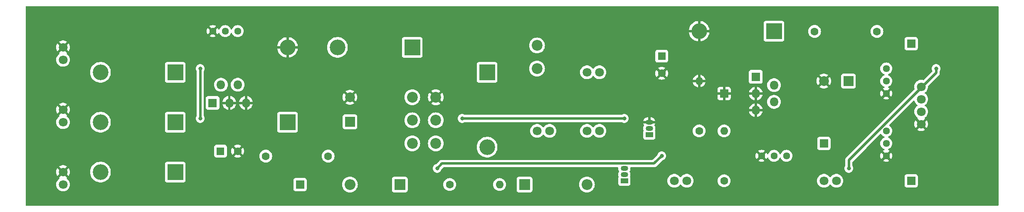
<source format=gbr>
%TF.GenerationSoftware,KiCad,Pcbnew,7.0.10*%
%TF.CreationDate,2025-09-05T15:35:01+01:00*%
%TF.ProjectId,solarCharger,736f6c61-7243-4686-9172-6765722e6b69,rev?*%
%TF.SameCoordinates,Original*%
%TF.FileFunction,Copper,L2,Bot*%
%TF.FilePolarity,Positive*%
%FSLAX46Y46*%
G04 Gerber Fmt 4.6, Leading zero omitted, Abs format (unit mm)*
G04 Created by KiCad (PCBNEW 7.0.10) date 2025-09-05 15:35:01*
%MOMM*%
%LPD*%
G01*
G04 APERTURE LIST*
%TA.AperFunction,ComponentPad*%
%ADD10R,3.200000X3.200000*%
%TD*%
%TA.AperFunction,ComponentPad*%
%ADD11O,3.200000X3.200000*%
%TD*%
%TA.AperFunction,ComponentPad*%
%ADD12C,1.600000*%
%TD*%
%TA.AperFunction,ComponentPad*%
%ADD13C,1.800000*%
%TD*%
%TA.AperFunction,ComponentPad*%
%ADD14R,1.600000X1.600000*%
%TD*%
%TA.AperFunction,ComponentPad*%
%ADD15R,1.800000X1.800000*%
%TD*%
%TA.AperFunction,ComponentPad*%
%ADD16O,1.800000X1.800000*%
%TD*%
%TA.AperFunction,ComponentPad*%
%ADD17O,1.600000X1.600000*%
%TD*%
%TA.AperFunction,ComponentPad*%
%ADD18R,1.700000X1.700000*%
%TD*%
%TA.AperFunction,ComponentPad*%
%ADD19R,1.500000X1.050000*%
%TD*%
%TA.AperFunction,ComponentPad*%
%ADD20O,1.500000X1.050000*%
%TD*%
%TA.AperFunction,ComponentPad*%
%ADD21R,2.200000X2.200000*%
%TD*%
%TA.AperFunction,ComponentPad*%
%ADD22O,2.200000X2.200000*%
%TD*%
%TA.AperFunction,ComponentPad*%
%ADD23C,1.440000*%
%TD*%
%TA.AperFunction,ComponentPad*%
%ADD24C,2.200000*%
%TD*%
%TA.AperFunction,ComponentPad*%
%ADD25R,2.000000X2.000000*%
%TD*%
%TA.AperFunction,ComponentPad*%
%ADD26C,2.000000*%
%TD*%
%TA.AperFunction,ViaPad*%
%ADD27C,0.800000*%
%TD*%
%TA.AperFunction,Conductor*%
%ADD28C,0.500000*%
%TD*%
G04 APERTURE END LIST*
D10*
%TO.P,D4,1,K*%
%TO.N,Net-(D3-K)*%
X121920000Y-94740000D03*
D11*
%TO.P,D4,2,A*%
%TO.N,Net-(D4-A)*%
X106680000Y-94740000D03*
%TD*%
D12*
%TO.P,L3,1,1*%
%TO.N,Net-(D6-K)*%
X203849500Y-91503500D03*
%TO.P,L3,2,2*%
%TO.N,Net-(J10-Pin_1)*%
X216549500Y-91503500D03*
%TD*%
D13*
%TO.P,J8,1,Pin_1*%
%TO.N,Net-(D9-A)*%
X50800000Y-97280000D03*
%TO.P,J8,2,Pin_2*%
%TO.N,GND*%
X50800000Y-94740000D03*
%TD*%
D14*
%TO.P,C2,1*%
%TO.N,Net-(SW1-A)*%
X172720000Y-96520000D03*
D12*
%TO.P,C2,2*%
%TO.N,GND*%
X172720000Y-100020000D03*
%TD*%
D13*
%TO.P,J14,1,Pin_1*%
%TO.N,Net-(J1-Pin_1)*%
X149860000Y-111760000D03*
%TO.P,J14,2,Pin_2*%
%TO.N,Net-(D1-K)*%
X147320000Y-111760000D03*
%TD*%
D15*
%TO.P,U1,1,VIN*%
%TO.N,Net-(D7-K)*%
X81260000Y-106060000D03*
D16*
%TO.P,U1,2,OUT*%
%TO.N,Net-(D5-K)*%
X82960000Y-102360000D03*
%TO.P,U1,3,GND*%
%TO.N,GND*%
X84660000Y-106060000D03*
%TO.P,U1,4,FB*%
%TO.N,Net-(U1-FB)*%
X86360000Y-102360000D03*
%TO.P,U1,5,~{ON}/OFF*%
%TO.N,GND*%
X88060000Y-106060000D03*
%TD*%
D12*
%TO.P,R1,1*%
%TO.N,Net-(Q1-B)*%
X180340000Y-111760000D03*
D17*
%TO.P,R1,2*%
%TO.N,GND*%
X180340000Y-101600000D03*
%TD*%
D14*
%TO.P,C5,1*%
%TO.N,Net-(D7-K)*%
X82860000Y-115880000D03*
D12*
%TO.P,C5,2*%
%TO.N,GND*%
X86360000Y-115880000D03*
%TD*%
D10*
%TO.P,D8,1,K*%
%TO.N,Net-(D7-K)*%
X73660000Y-109980000D03*
D11*
%TO.P,D8,2,A*%
%TO.N,Net-(D8-A)*%
X58420000Y-109980000D03*
%TD*%
D10*
%TO.P,D3,1,K*%
%TO.N,Net-(D3-K)*%
X137160000Y-99820000D03*
D11*
%TO.P,D3,2,A*%
%TO.N,Net-(D1-K)*%
X137160000Y-115060000D03*
%TD*%
D10*
%TO.P,D9,1,K*%
%TO.N,Net-(D7-K)*%
X73660000Y-99820000D03*
D11*
%TO.P,D9,2,A*%
%TO.N,Net-(D9-A)*%
X58420000Y-99820000D03*
%TD*%
D18*
%TO.P,J13,1,Pin_1*%
%TO.N,Net-(J13-Pin_1)*%
X223520000Y-93980000D03*
%TD*%
D19*
%TO.P,Q2,1,C*%
%TO.N,Net-(J2-Pin_2)*%
X165100000Y-121920000D03*
D20*
%TO.P,Q2,2,B*%
%TO.N,Net-(D11-A)*%
X165100000Y-120650000D03*
%TO.P,Q2,3,E*%
%TO.N,Net-(J1-Pin_2)*%
X165100000Y-119380000D03*
%TD*%
D12*
%TO.P,R2,1*%
%TO.N,Net-(D1-K)*%
X129540000Y-122680000D03*
D17*
%TO.P,R2,2*%
%TO.N,Net-(D11-K)*%
X139700000Y-122680000D03*
%TD*%
D10*
%TO.P,D5,1,K*%
%TO.N,Net-(D5-K)*%
X96520000Y-109980000D03*
D11*
%TO.P,D5,2,A*%
%TO.N,GND*%
X96520000Y-94740000D03*
%TD*%
D13*
%TO.P,U3,1,Vcc*%
%TO.N,Net-(J5-Pin_1)*%
X225552000Y-102757500D03*
%TO.P,U3,2,D-*%
%TO.N,Net-(J13-Pin_1)*%
X225552000Y-105297500D03*
%TO.P,U3,3,D+*%
%TO.N,Net-(J12-Pin_1)*%
X225552000Y-107837500D03*
%TO.P,U3,4,GND*%
%TO.N,GND*%
X225552000Y-110377500D03*
%TD*%
D21*
%TO.P,D11,1,K*%
%TO.N,Net-(D11-K)*%
X144780000Y-122680000D03*
D22*
%TO.P,D11,2,A*%
%TO.N,Net-(D11-A)*%
X157480000Y-122680000D03*
%TD*%
D10*
%TO.P,D7,1,K*%
%TO.N,Net-(D7-K)*%
X73660000Y-120140000D03*
D11*
%TO.P,D7,2,A*%
%TO.N,Net-(D7-A)*%
X58420000Y-120140000D03*
%TD*%
D23*
%TO.P,RV5,1,1*%
%TO.N,Net-(J4-Pin_1)*%
X86360000Y-91440000D03*
%TO.P,RV5,2,2*%
%TO.N,Net-(U1-FB)*%
X83820000Y-91440000D03*
%TO.P,RV5,3,3*%
%TO.N,GND*%
X81280000Y-91440000D03*
%TD*%
D21*
%TO.P,D1,1,K*%
%TO.N,Net-(D1-K)*%
X119380000Y-122680000D03*
D22*
%TO.P,D1,2,A*%
%TO.N,Net-(D1-A)*%
X109220000Y-122680000D03*
%TD*%
D23*
%TO.P,RV1,1,1*%
%TO.N,Net-(J10-Pin_1)*%
X198120000Y-116840000D03*
%TO.P,RV1,2,2*%
%TO.N,Net-(U2-FB)*%
X195580000Y-116840000D03*
%TO.P,RV1,3,3*%
%TO.N,GND*%
X193040000Y-116840000D03*
%TD*%
D13*
%TO.P,J5,1,Pin_1*%
%TO.N,Net-(J5-Pin_1)*%
X208280000Y-121920000D03*
%TO.P,J5,2,Pin_2*%
%TO.N,Net-(J10-Pin_1)*%
X205740000Y-121920000D03*
%TD*%
D23*
%TO.P,RV2,1,1*%
%TO.N,GND*%
X218440000Y-116840000D03*
%TO.P,RV2,2,2*%
%TO.N,Net-(J12-Pin_1)*%
X218440000Y-114300000D03*
%TO.P,RV2,3,3*%
%TO.N,Net-(J10-Pin_1)*%
X218440000Y-111760000D03*
%TD*%
%TO.P,RV6,1,1*%
%TO.N,GND*%
X218440000Y-104140000D03*
%TO.P,RV6,2,2*%
%TO.N,Net-(J13-Pin_1)*%
X218440000Y-101600000D03*
%TO.P,RV6,3,3*%
%TO.N,Net-(J10-Pin_1)*%
X218440000Y-99060000D03*
%TD*%
D13*
%TO.P,J3,1,Pin_1*%
%TO.N,Net-(J1-Pin_2)*%
X160020000Y-111760000D03*
%TO.P,J3,2,Pin_2*%
%TO.N,Net-(J1-Pin_1)*%
X157480000Y-111760000D03*
%TD*%
D12*
%TO.P,L1,1,1*%
%TO.N,Net-(D5-K)*%
X92089500Y-116903500D03*
%TO.P,L1,2,2*%
%TO.N,Net-(J4-Pin_1)*%
X104789500Y-116903500D03*
%TD*%
D18*
%TO.P,J12,1,Pin_1*%
%TO.N,Net-(J12-Pin_1)*%
X223520000Y-121920000D03*
%TD*%
D13*
%TO.P,J6,1,Pin_1*%
%TO.N,Net-(D7-A)*%
X50800000Y-122680000D03*
%TO.P,J6,2,Pin_2*%
%TO.N,GND*%
X50800000Y-120140000D03*
%TD*%
D12*
%TO.P,R4,1*%
%TO.N,Net-(D1-A)*%
X185420000Y-121920000D03*
D17*
%TO.P,R4,2*%
%TO.N,Net-(Q1-B)*%
X185420000Y-111760000D03*
%TD*%
D19*
%TO.P,Q1,1,C*%
%TO.N,Net-(J1-Pin_2)*%
X170180000Y-112520000D03*
D20*
%TO.P,Q1,2,B*%
%TO.N,Net-(Q1-B)*%
X170180000Y-111250000D03*
%TO.P,Q1,3,E*%
%TO.N,GND*%
X170180000Y-109980000D03*
%TD*%
D24*
%TO.P,SW2,1,A*%
%TO.N,Net-(D4-A)*%
X121920000Y-104900000D03*
%TO.P,SW2,2,B*%
%TO.N,Net-(J4-Pin_1)*%
X121920000Y-109600000D03*
%TO.P,SW2,3,C*%
%TO.N,Net-(D1-A)*%
X121920000Y-114300000D03*
%TO.P,SW2,4,A*%
%TO.N,GND*%
X126720000Y-104900000D03*
%TO.P,SW2,5,B*%
%TO.N,Net-(J1-Pin_2)*%
X126720000Y-109600000D03*
%TO.P,SW2,6,C*%
%TO.N,unconnected-(SW2B-C-Pad6)*%
X126720000Y-114300000D03*
%TD*%
D25*
%TO.P,C1,1*%
%TO.N,Net-(J4-Pin_1)*%
X109220000Y-109900000D03*
D26*
%TO.P,C1,2*%
%TO.N,GND*%
X109220000Y-104900000D03*
%TD*%
D15*
%TO.P,U2,1,VIN*%
%TO.N,Net-(SW1-A)*%
X191880000Y-100740000D03*
D16*
%TO.P,U2,2,OUT*%
%TO.N,Net-(D6-K)*%
X195580000Y-102440000D03*
%TO.P,U2,3,GND*%
%TO.N,GND*%
X191880000Y-104140000D03*
%TO.P,U2,4,FB*%
%TO.N,Net-(U2-FB)*%
X195580000Y-105840000D03*
%TO.P,U2,5,~{ON}/OFF*%
%TO.N,GND*%
X191880000Y-107540000D03*
%TD*%
D25*
%TO.P,C3,1*%
%TO.N,Net-(J10-Pin_1)*%
X210740000Y-101600000D03*
D26*
%TO.P,C3,2*%
%TO.N,GND*%
X205740000Y-101600000D03*
%TD*%
D18*
%TO.P,J4,1,Pin_1*%
%TO.N,Net-(J4-Pin_1)*%
X99060000Y-122680000D03*
%TD*%
D13*
%TO.P,J1,1,Pin_1*%
%TO.N,Net-(J1-Pin_1)*%
X157480000Y-99820000D03*
%TO.P,J1,2,Pin_2*%
%TO.N,Net-(J1-Pin_2)*%
X160020000Y-99820000D03*
%TD*%
D18*
%TO.P,J9,1,Pin_1*%
%TO.N,GND*%
X185420000Y-104140000D03*
%TD*%
D24*
%TO.P,SW1,1,A*%
%TO.N,Net-(SW1-A)*%
X147320000Y-94360000D03*
%TO.P,SW1,2,B*%
%TO.N,Net-(D3-K)*%
X147320000Y-99060000D03*
%TD*%
D10*
%TO.P,D6,1,K*%
%TO.N,Net-(D6-K)*%
X195580000Y-91440000D03*
D11*
%TO.P,D6,2,A*%
%TO.N,GND*%
X180340000Y-91440000D03*
%TD*%
D18*
%TO.P,J10,1,Pin_1*%
%TO.N,Net-(J10-Pin_1)*%
X205740000Y-114300000D03*
%TD*%
D13*
%TO.P,J7,1,Pin_1*%
%TO.N,Net-(D8-A)*%
X50800000Y-109980000D03*
%TO.P,J7,2,Pin_2*%
%TO.N,GND*%
X50800000Y-107440000D03*
%TD*%
%TO.P,J2,1,Pin_1*%
%TO.N,Net-(D1-A)*%
X177800000Y-121920000D03*
%TO.P,J2,2,Pin_2*%
%TO.N,Net-(J2-Pin_2)*%
X175260000Y-121920000D03*
%TD*%
D27*
%TO.N,Net-(D1-A)*%
X172720000Y-116840000D03*
X127000000Y-119380000D03*
%TO.N,Net-(D5-K)*%
X78740000Y-99060000D03*
X78740000Y-109220000D03*
%TO.N,Net-(J1-Pin_2)*%
X132080000Y-109220000D03*
X165100000Y-109220000D03*
%TO.N,Net-(J5-Pin_1)*%
X228600000Y-99060000D03*
X210820000Y-119380000D03*
%TD*%
D28*
%TO.N,Net-(D1-A)*%
X171155000Y-118405000D02*
X172720000Y-116840000D01*
X127000000Y-119380000D02*
X127975000Y-118405000D01*
X127975000Y-118405000D02*
X171155000Y-118405000D01*
%TO.N,Net-(D5-K)*%
X78740000Y-99060000D02*
X78740000Y-109220000D01*
%TO.N,Net-(J1-Pin_2)*%
X132080000Y-109220000D02*
X165100000Y-109220000D01*
%TO.N,Net-(J5-Pin_1)*%
X210820000Y-119380000D02*
X210820000Y-117725370D01*
X228600000Y-99945370D02*
X228600000Y-99060000D01*
X210820000Y-117725370D02*
X228600000Y-99945370D01*
%TD*%
%TA.AperFunction,Conductor*%
%TO.N,GND*%
G36*
X241242539Y-86380185D02*
G01*
X241288294Y-86432989D01*
X241299500Y-86484500D01*
X241299500Y-126875500D01*
X241279815Y-126942539D01*
X241227011Y-126988294D01*
X241175500Y-126999500D01*
X43304500Y-126999500D01*
X43237461Y-126979815D01*
X43191706Y-126927011D01*
X43180500Y-126875500D01*
X43180500Y-122680006D01*
X49394700Y-122680006D01*
X49413864Y-122911297D01*
X49413866Y-122911308D01*
X49470842Y-123136300D01*
X49564075Y-123348848D01*
X49691016Y-123543147D01*
X49691019Y-123543151D01*
X49691021Y-123543153D01*
X49848216Y-123713913D01*
X49848219Y-123713915D01*
X49848222Y-123713918D01*
X50031365Y-123856464D01*
X50031371Y-123856468D01*
X50031374Y-123856470D01*
X50235497Y-123966936D01*
X50289479Y-123985468D01*
X50455015Y-124042297D01*
X50455017Y-124042297D01*
X50455019Y-124042298D01*
X50683951Y-124080500D01*
X50683952Y-124080500D01*
X50916048Y-124080500D01*
X50916049Y-124080500D01*
X51144981Y-124042298D01*
X51364503Y-123966936D01*
X51568626Y-123856470D01*
X51605372Y-123827870D01*
X51676732Y-123772328D01*
X51751784Y-123713913D01*
X51877020Y-123577870D01*
X97709500Y-123577870D01*
X97709501Y-123577876D01*
X97715908Y-123637483D01*
X97766202Y-123772328D01*
X97766206Y-123772335D01*
X97852452Y-123887544D01*
X97852455Y-123887547D01*
X97967664Y-123973793D01*
X97967671Y-123973797D01*
X98102517Y-124024091D01*
X98102516Y-124024091D01*
X98109444Y-124024835D01*
X98162127Y-124030500D01*
X99957872Y-124030499D01*
X100017483Y-124024091D01*
X100152331Y-123973796D01*
X100267546Y-123887546D01*
X100353796Y-123772331D01*
X100404091Y-123637483D01*
X100410500Y-123577873D01*
X100410499Y-122680000D01*
X107614551Y-122680000D01*
X107634317Y-122931151D01*
X107693126Y-123176110D01*
X107789533Y-123408859D01*
X107921160Y-123623653D01*
X107921161Y-123623656D01*
X107969322Y-123680045D01*
X108084776Y-123815224D01*
X108191929Y-123906741D01*
X108276343Y-123978838D01*
X108276346Y-123978839D01*
X108491140Y-124110466D01*
X108723889Y-124206873D01*
X108968852Y-124265683D01*
X109220000Y-124285449D01*
X109471148Y-124265683D01*
X109716111Y-124206873D01*
X109948859Y-124110466D01*
X110163659Y-123978836D01*
X110340417Y-123827870D01*
X117779500Y-123827870D01*
X117779501Y-123827876D01*
X117785908Y-123887483D01*
X117836202Y-124022328D01*
X117836206Y-124022335D01*
X117922452Y-124137544D01*
X117922455Y-124137547D01*
X118037664Y-124223793D01*
X118037671Y-124223797D01*
X118172517Y-124274091D01*
X118172516Y-124274091D01*
X118179444Y-124274835D01*
X118232127Y-124280500D01*
X120527872Y-124280499D01*
X120587483Y-124274091D01*
X120722331Y-124223796D01*
X120837546Y-124137546D01*
X120923796Y-124022331D01*
X120974091Y-123887483D01*
X120980500Y-123827873D01*
X120980500Y-122680001D01*
X128234532Y-122680001D01*
X128254364Y-122906686D01*
X128254366Y-122906697D01*
X128313258Y-123126488D01*
X128313261Y-123126497D01*
X128409431Y-123332732D01*
X128409432Y-123332734D01*
X128539954Y-123519141D01*
X128700858Y-123680045D01*
X128700861Y-123680047D01*
X128887266Y-123810568D01*
X129093504Y-123906739D01*
X129313308Y-123965635D01*
X129475230Y-123979801D01*
X129539998Y-123985468D01*
X129540000Y-123985468D01*
X129540002Y-123985468D01*
X129596673Y-123980509D01*
X129766692Y-123965635D01*
X129986496Y-123906739D01*
X130192734Y-123810568D01*
X130379139Y-123680047D01*
X130540047Y-123519139D01*
X130670568Y-123332734D01*
X130766739Y-123126496D01*
X130825635Y-122906692D01*
X130844827Y-122687328D01*
X130845468Y-122680001D01*
X138394532Y-122680001D01*
X138414364Y-122906686D01*
X138414366Y-122906697D01*
X138473258Y-123126488D01*
X138473261Y-123126497D01*
X138569431Y-123332732D01*
X138569432Y-123332734D01*
X138699954Y-123519141D01*
X138860858Y-123680045D01*
X138860861Y-123680047D01*
X139047266Y-123810568D01*
X139253504Y-123906739D01*
X139473308Y-123965635D01*
X139635230Y-123979801D01*
X139699998Y-123985468D01*
X139700000Y-123985468D01*
X139700002Y-123985468D01*
X139756673Y-123980509D01*
X139926692Y-123965635D01*
X140146496Y-123906739D01*
X140315630Y-123827870D01*
X143179500Y-123827870D01*
X143179501Y-123827876D01*
X143185908Y-123887483D01*
X143236202Y-124022328D01*
X143236206Y-124022335D01*
X143322452Y-124137544D01*
X143322455Y-124137547D01*
X143437664Y-124223793D01*
X143437671Y-124223797D01*
X143572517Y-124274091D01*
X143572516Y-124274091D01*
X143579444Y-124274835D01*
X143632127Y-124280500D01*
X145927872Y-124280499D01*
X145987483Y-124274091D01*
X146122331Y-124223796D01*
X146237546Y-124137546D01*
X146323796Y-124022331D01*
X146374091Y-123887483D01*
X146380500Y-123827873D01*
X146380499Y-122680000D01*
X155874551Y-122680000D01*
X155894317Y-122931151D01*
X155953126Y-123176110D01*
X156049533Y-123408859D01*
X156181160Y-123623653D01*
X156181161Y-123623656D01*
X156229322Y-123680045D01*
X156344776Y-123815224D01*
X156451929Y-123906741D01*
X156536343Y-123978838D01*
X156536346Y-123978839D01*
X156751140Y-124110466D01*
X156983889Y-124206873D01*
X157228852Y-124265683D01*
X157480000Y-124285449D01*
X157731148Y-124265683D01*
X157976111Y-124206873D01*
X158208859Y-124110466D01*
X158423659Y-123978836D01*
X158615224Y-123815224D01*
X158778836Y-123623659D01*
X158910466Y-123408859D01*
X159006873Y-123176111D01*
X159065683Y-122931148D01*
X159085449Y-122680000D01*
X159065683Y-122428852D01*
X159006873Y-122183889D01*
X158982002Y-122123844D01*
X158910466Y-121951140D01*
X158778839Y-121736346D01*
X158778838Y-121736343D01*
X158729613Y-121678708D01*
X158615224Y-121544776D01*
X158439117Y-121394366D01*
X158423656Y-121381161D01*
X158423653Y-121381160D01*
X158208859Y-121249533D01*
X157976110Y-121153126D01*
X157731151Y-121094317D01*
X157480000Y-121074551D01*
X157228848Y-121094317D01*
X156983889Y-121153126D01*
X156751140Y-121249533D01*
X156536346Y-121381160D01*
X156536343Y-121381161D01*
X156344776Y-121544776D01*
X156181161Y-121736343D01*
X156181160Y-121736346D01*
X156049533Y-121951140D01*
X155953126Y-122183889D01*
X155894317Y-122428848D01*
X155874551Y-122680000D01*
X146380499Y-122680000D01*
X146380499Y-121532128D01*
X146374091Y-121472517D01*
X146372667Y-121468700D01*
X146323797Y-121337671D01*
X146323793Y-121337664D01*
X146237547Y-121222455D01*
X146237544Y-121222452D01*
X146122335Y-121136206D01*
X146122328Y-121136202D01*
X145987482Y-121085908D01*
X145987483Y-121085908D01*
X145927883Y-121079501D01*
X145927881Y-121079500D01*
X145927873Y-121079500D01*
X145927864Y-121079500D01*
X143632129Y-121079500D01*
X143632123Y-121079501D01*
X143572516Y-121085908D01*
X143437671Y-121136202D01*
X143437664Y-121136206D01*
X143322455Y-121222452D01*
X143322452Y-121222455D01*
X143236206Y-121337664D01*
X143236202Y-121337671D01*
X143185908Y-121472517D01*
X143179501Y-121532116D01*
X143179501Y-121532123D01*
X143179500Y-121532135D01*
X143179500Y-123827870D01*
X140315630Y-123827870D01*
X140352734Y-123810568D01*
X140539139Y-123680047D01*
X140700047Y-123519139D01*
X140830568Y-123332734D01*
X140926739Y-123126496D01*
X140985635Y-122906692D01*
X141004827Y-122687328D01*
X141005468Y-122680001D01*
X141005468Y-122679998D01*
X140994312Y-122552483D01*
X140985635Y-122453308D01*
X140926739Y-122233504D01*
X140830568Y-122027266D01*
X140700047Y-121840861D01*
X140700045Y-121840858D01*
X140539141Y-121679954D01*
X140352734Y-121549432D01*
X140352732Y-121549431D01*
X140146497Y-121453261D01*
X140146488Y-121453258D01*
X139926697Y-121394366D01*
X139926693Y-121394365D01*
X139926692Y-121394365D01*
X139926691Y-121394364D01*
X139926686Y-121394364D01*
X139700002Y-121374532D01*
X139699998Y-121374532D01*
X139473313Y-121394364D01*
X139473302Y-121394366D01*
X139253511Y-121453258D01*
X139253502Y-121453261D01*
X139047267Y-121549431D01*
X139047265Y-121549432D01*
X138860858Y-121679954D01*
X138699954Y-121840858D01*
X138569432Y-122027265D01*
X138569431Y-122027267D01*
X138473261Y-122233502D01*
X138473258Y-122233511D01*
X138414366Y-122453302D01*
X138414364Y-122453313D01*
X138394532Y-122679998D01*
X138394532Y-122680001D01*
X130845468Y-122680001D01*
X130845468Y-122679998D01*
X130834312Y-122552483D01*
X130825635Y-122453308D01*
X130766739Y-122233504D01*
X130670568Y-122027266D01*
X130540047Y-121840861D01*
X130540045Y-121840858D01*
X130379141Y-121679954D01*
X130192734Y-121549432D01*
X130192732Y-121549431D01*
X129986497Y-121453261D01*
X129986488Y-121453258D01*
X129766697Y-121394366D01*
X129766693Y-121394365D01*
X129766692Y-121394365D01*
X129766691Y-121394364D01*
X129766686Y-121394364D01*
X129540002Y-121374532D01*
X129539998Y-121374532D01*
X129313313Y-121394364D01*
X129313302Y-121394366D01*
X129093511Y-121453258D01*
X129093502Y-121453261D01*
X128887267Y-121549431D01*
X128887265Y-121549432D01*
X128700858Y-121679954D01*
X128539954Y-121840858D01*
X128409432Y-122027265D01*
X128409431Y-122027267D01*
X128313261Y-122233502D01*
X128313258Y-122233511D01*
X128254366Y-122453302D01*
X128254364Y-122453313D01*
X128234532Y-122679998D01*
X128234532Y-122680001D01*
X120980500Y-122680001D01*
X120980499Y-121532128D01*
X120974091Y-121472517D01*
X120972667Y-121468700D01*
X120923797Y-121337671D01*
X120923793Y-121337664D01*
X120837547Y-121222455D01*
X120837544Y-121222452D01*
X120722335Y-121136206D01*
X120722328Y-121136202D01*
X120587482Y-121085908D01*
X120587483Y-121085908D01*
X120527883Y-121079501D01*
X120527881Y-121079500D01*
X120527873Y-121079500D01*
X120527864Y-121079500D01*
X118232129Y-121079500D01*
X118232123Y-121079501D01*
X118172516Y-121085908D01*
X118037671Y-121136202D01*
X118037664Y-121136206D01*
X117922455Y-121222452D01*
X117922452Y-121222455D01*
X117836206Y-121337664D01*
X117836202Y-121337671D01*
X117785908Y-121472517D01*
X117779501Y-121532116D01*
X117779501Y-121532123D01*
X117779500Y-121532135D01*
X117779500Y-123827870D01*
X110340417Y-123827870D01*
X110355224Y-123815224D01*
X110518836Y-123623659D01*
X110650466Y-123408859D01*
X110746873Y-123176111D01*
X110805683Y-122931148D01*
X110825449Y-122680000D01*
X110805683Y-122428852D01*
X110746873Y-122183889D01*
X110722002Y-122123844D01*
X110650466Y-121951140D01*
X110518839Y-121736346D01*
X110518838Y-121736343D01*
X110469613Y-121678708D01*
X110355224Y-121544776D01*
X110179117Y-121394366D01*
X110163656Y-121381161D01*
X110163653Y-121381160D01*
X109948859Y-121249533D01*
X109716110Y-121153126D01*
X109471151Y-121094317D01*
X109220000Y-121074551D01*
X108968848Y-121094317D01*
X108723889Y-121153126D01*
X108491140Y-121249533D01*
X108276346Y-121381160D01*
X108276343Y-121381161D01*
X108084776Y-121544776D01*
X107921161Y-121736343D01*
X107921160Y-121736346D01*
X107789533Y-121951140D01*
X107693126Y-122183889D01*
X107634317Y-122428848D01*
X107614551Y-122680000D01*
X100410499Y-122680000D01*
X100410499Y-121782128D01*
X100404091Y-121722517D01*
X100391476Y-121688695D01*
X100353797Y-121587671D01*
X100353793Y-121587664D01*
X100267547Y-121472455D01*
X100267544Y-121472452D01*
X100152335Y-121386206D01*
X100152328Y-121386202D01*
X100017482Y-121335908D01*
X100017483Y-121335908D01*
X99957883Y-121329501D01*
X99957881Y-121329500D01*
X99957873Y-121329500D01*
X99957864Y-121329500D01*
X98162129Y-121329500D01*
X98162123Y-121329501D01*
X98102516Y-121335908D01*
X97967671Y-121386202D01*
X97967664Y-121386206D01*
X97852455Y-121472452D01*
X97852452Y-121472455D01*
X97766206Y-121587664D01*
X97766202Y-121587671D01*
X97715908Y-121722517D01*
X97709501Y-121782116D01*
X97709501Y-121782123D01*
X97709500Y-121782135D01*
X97709500Y-123577870D01*
X51877020Y-123577870D01*
X51908979Y-123543153D01*
X52035924Y-123348849D01*
X52129157Y-123136300D01*
X52186134Y-122911305D01*
X52186516Y-122906697D01*
X52205300Y-122680006D01*
X52205300Y-122679993D01*
X52186135Y-122448702D01*
X52186133Y-122448691D01*
X52129157Y-122223699D01*
X52035924Y-122011151D01*
X51908983Y-121816852D01*
X51908980Y-121816849D01*
X51908979Y-121816847D01*
X51751784Y-121646087D01*
X51573773Y-121507536D01*
X51532961Y-121450826D01*
X51529286Y-121381053D01*
X51563917Y-121320370D01*
X51573772Y-121311831D01*
X51598797Y-121292352D01*
X51598798Y-121292350D01*
X50932534Y-120626086D01*
X50942315Y-120624680D01*
X51073100Y-120564952D01*
X51181761Y-120470798D01*
X51259493Y-120349844D01*
X51283076Y-120269523D01*
X51951186Y-120937633D01*
X52035482Y-120808611D01*
X52128682Y-120596135D01*
X52185638Y-120371218D01*
X52204798Y-120140005D01*
X52204798Y-120140000D01*
X56314592Y-120140000D01*
X56334201Y-120426680D01*
X56392666Y-120708034D01*
X56392667Y-120708037D01*
X56488894Y-120978793D01*
X56488893Y-120978793D01*
X56621098Y-121233935D01*
X56786812Y-121468700D01*
X56846057Y-121532135D01*
X56982947Y-121678708D01*
X57205853Y-121860055D01*
X57406926Y-121982331D01*
X57451382Y-122009365D01*
X57638237Y-122090526D01*
X57714942Y-122123844D01*
X57991642Y-122201371D01*
X58229694Y-122234091D01*
X58276321Y-122240500D01*
X58276322Y-122240500D01*
X58563679Y-122240500D01*
X58610306Y-122234091D01*
X58848358Y-122201371D01*
X59125058Y-122123844D01*
X59238015Y-122074779D01*
X59388617Y-122009365D01*
X59388620Y-122009363D01*
X59388625Y-122009361D01*
X59634147Y-121860055D01*
X59722875Y-121787870D01*
X71559500Y-121787870D01*
X71559501Y-121787876D01*
X71565908Y-121847483D01*
X71616202Y-121982328D01*
X71616206Y-121982335D01*
X71702452Y-122097544D01*
X71702455Y-122097547D01*
X71817664Y-122183793D01*
X71817671Y-122183797D01*
X71952517Y-122234091D01*
X71952516Y-122234091D01*
X71959444Y-122234835D01*
X72012127Y-122240500D01*
X75307872Y-122240499D01*
X75367483Y-122234091D01*
X75502331Y-122183796D01*
X75617546Y-122097546D01*
X75703796Y-121982331D01*
X75754091Y-121847483D01*
X75760500Y-121787873D01*
X75760499Y-119380000D01*
X126094540Y-119380000D01*
X126114326Y-119568256D01*
X126114327Y-119568259D01*
X126172818Y-119748277D01*
X126172821Y-119748284D01*
X126267467Y-119912216D01*
X126394129Y-120052888D01*
X126547265Y-120164148D01*
X126547270Y-120164151D01*
X126720192Y-120241142D01*
X126720197Y-120241144D01*
X126905354Y-120280500D01*
X126905355Y-120280500D01*
X127094644Y-120280500D01*
X127094646Y-120280500D01*
X127279803Y-120241144D01*
X127452730Y-120164151D01*
X127605871Y-120052888D01*
X127732533Y-119912216D01*
X127827179Y-119748284D01*
X127882522Y-119577955D01*
X127912769Y-119528597D01*
X128249548Y-119191819D01*
X128310871Y-119158334D01*
X128337229Y-119155500D01*
X163729836Y-119155500D01*
X163796875Y-119175185D01*
X163842630Y-119227989D01*
X163853239Y-119291654D01*
X163844538Y-119379999D01*
X163864337Y-119581031D01*
X163922978Y-119774345D01*
X164020367Y-119956547D01*
X164034609Y-120024950D01*
X164020367Y-120073453D01*
X163922978Y-120255654D01*
X163864337Y-120448968D01*
X163844538Y-120650000D01*
X163864337Y-120851031D01*
X163885245Y-120919954D01*
X163916238Y-121022127D01*
X163923306Y-121045424D01*
X163923929Y-121115291D01*
X163909530Y-121144386D01*
X163910452Y-121144890D01*
X163906202Y-121152671D01*
X163855908Y-121287517D01*
X163849501Y-121347116D01*
X163849501Y-121347123D01*
X163849500Y-121347135D01*
X163849500Y-122492870D01*
X163849501Y-122492876D01*
X163855908Y-122552483D01*
X163906202Y-122687328D01*
X163906206Y-122687335D01*
X163992452Y-122802544D01*
X163992455Y-122802547D01*
X164107664Y-122888793D01*
X164107671Y-122888797D01*
X164242517Y-122939091D01*
X164242516Y-122939091D01*
X164249444Y-122939835D01*
X164302127Y-122945500D01*
X165897872Y-122945499D01*
X165957483Y-122939091D01*
X166092331Y-122888796D01*
X166207546Y-122802546D01*
X166293796Y-122687331D01*
X166344091Y-122552483D01*
X166350500Y-122492873D01*
X166350500Y-121920006D01*
X173854700Y-121920006D01*
X173873864Y-122151297D01*
X173873866Y-122151308D01*
X173930842Y-122376300D01*
X174024075Y-122588848D01*
X174151016Y-122783147D01*
X174151019Y-122783151D01*
X174151021Y-122783153D01*
X174308216Y-122953913D01*
X174308219Y-122953915D01*
X174308222Y-122953918D01*
X174491365Y-123096464D01*
X174491371Y-123096468D01*
X174491374Y-123096470D01*
X174695497Y-123206936D01*
X174749479Y-123225468D01*
X174915015Y-123282297D01*
X174915017Y-123282297D01*
X174915019Y-123282298D01*
X175143951Y-123320500D01*
X175143952Y-123320500D01*
X175376048Y-123320500D01*
X175376049Y-123320500D01*
X175604981Y-123282298D01*
X175824503Y-123206936D01*
X176028626Y-123096470D01*
X176211784Y-122953913D01*
X176368979Y-122783153D01*
X176426191Y-122695582D01*
X176479337Y-122650226D01*
X176548568Y-122640802D01*
X176611904Y-122670304D01*
X176633809Y-122695583D01*
X176691016Y-122783147D01*
X176691019Y-122783151D01*
X176691021Y-122783153D01*
X176848216Y-122953913D01*
X176848219Y-122953915D01*
X176848222Y-122953918D01*
X177031365Y-123096464D01*
X177031371Y-123096468D01*
X177031374Y-123096470D01*
X177235497Y-123206936D01*
X177289479Y-123225468D01*
X177455015Y-123282297D01*
X177455017Y-123282297D01*
X177455019Y-123282298D01*
X177683951Y-123320500D01*
X177683952Y-123320500D01*
X177916048Y-123320500D01*
X177916049Y-123320500D01*
X178144981Y-123282298D01*
X178364503Y-123206936D01*
X178568626Y-123096470D01*
X178751784Y-122953913D01*
X178908979Y-122783153D01*
X179035924Y-122588849D01*
X179129157Y-122376300D01*
X179186134Y-122151305D01*
X179186516Y-122146697D01*
X179205300Y-121920006D01*
X179205300Y-121920001D01*
X184114532Y-121920001D01*
X184134364Y-122146686D01*
X184134366Y-122146697D01*
X184193258Y-122366488D01*
X184193261Y-122366497D01*
X184289431Y-122572732D01*
X184289432Y-122572734D01*
X184419954Y-122759141D01*
X184580858Y-122920045D01*
X184580861Y-122920047D01*
X184767266Y-123050568D01*
X184973504Y-123146739D01*
X185193308Y-123205635D01*
X185355230Y-123219801D01*
X185419998Y-123225468D01*
X185420000Y-123225468D01*
X185420002Y-123225468D01*
X185476673Y-123220509D01*
X185646692Y-123205635D01*
X185866496Y-123146739D01*
X186072734Y-123050568D01*
X186259139Y-122920047D01*
X186420047Y-122759139D01*
X186550568Y-122572734D01*
X186646739Y-122366496D01*
X186705635Y-122146692D01*
X186722744Y-121951140D01*
X186725468Y-121920006D01*
X204334700Y-121920006D01*
X204353864Y-122151297D01*
X204353866Y-122151308D01*
X204410842Y-122376300D01*
X204504075Y-122588848D01*
X204631016Y-122783147D01*
X204631019Y-122783151D01*
X204631021Y-122783153D01*
X204788216Y-122953913D01*
X204788219Y-122953915D01*
X204788222Y-122953918D01*
X204971365Y-123096464D01*
X204971371Y-123096468D01*
X204971374Y-123096470D01*
X205175497Y-123206936D01*
X205229479Y-123225468D01*
X205395015Y-123282297D01*
X205395017Y-123282297D01*
X205395019Y-123282298D01*
X205623951Y-123320500D01*
X205623952Y-123320500D01*
X205856048Y-123320500D01*
X205856049Y-123320500D01*
X206084981Y-123282298D01*
X206304503Y-123206936D01*
X206508626Y-123096470D01*
X206691784Y-122953913D01*
X206848979Y-122783153D01*
X206906191Y-122695582D01*
X206959337Y-122650226D01*
X207028568Y-122640802D01*
X207091904Y-122670304D01*
X207113809Y-122695583D01*
X207171016Y-122783147D01*
X207171019Y-122783151D01*
X207171021Y-122783153D01*
X207328216Y-122953913D01*
X207328219Y-122953915D01*
X207328222Y-122953918D01*
X207511365Y-123096464D01*
X207511371Y-123096468D01*
X207511374Y-123096470D01*
X207715497Y-123206936D01*
X207769479Y-123225468D01*
X207935015Y-123282297D01*
X207935017Y-123282297D01*
X207935019Y-123282298D01*
X208163951Y-123320500D01*
X208163952Y-123320500D01*
X208396048Y-123320500D01*
X208396049Y-123320500D01*
X208624981Y-123282298D01*
X208844503Y-123206936D01*
X209048626Y-123096470D01*
X209231784Y-122953913D01*
X209357020Y-122817870D01*
X222169500Y-122817870D01*
X222169501Y-122817876D01*
X222175908Y-122877483D01*
X222226202Y-123012328D01*
X222226206Y-123012335D01*
X222312452Y-123127544D01*
X222312455Y-123127547D01*
X222427664Y-123213793D01*
X222427671Y-123213797D01*
X222562517Y-123264091D01*
X222562516Y-123264091D01*
X222569444Y-123264835D01*
X222622127Y-123270500D01*
X224417872Y-123270499D01*
X224477483Y-123264091D01*
X224612331Y-123213796D01*
X224727546Y-123127546D01*
X224813796Y-123012331D01*
X224864091Y-122877483D01*
X224870500Y-122817873D01*
X224870499Y-121022128D01*
X224864091Y-120962517D01*
X224835584Y-120886087D01*
X224813797Y-120827671D01*
X224813793Y-120827664D01*
X224727547Y-120712455D01*
X224727544Y-120712452D01*
X224612335Y-120626206D01*
X224612328Y-120626202D01*
X224477482Y-120575908D01*
X224477483Y-120575908D01*
X224417883Y-120569501D01*
X224417881Y-120569500D01*
X224417873Y-120569500D01*
X224417864Y-120569500D01*
X222622129Y-120569500D01*
X222622123Y-120569501D01*
X222562516Y-120575908D01*
X222427671Y-120626202D01*
X222427664Y-120626206D01*
X222312455Y-120712452D01*
X222312452Y-120712455D01*
X222226206Y-120827664D01*
X222226202Y-120827671D01*
X222175908Y-120962517D01*
X222169501Y-121022116D01*
X222169501Y-121022123D01*
X222169500Y-121022135D01*
X222169500Y-122817870D01*
X209357020Y-122817870D01*
X209388979Y-122783153D01*
X209515924Y-122588849D01*
X209609157Y-122376300D01*
X209666134Y-122151305D01*
X209666516Y-122146697D01*
X209685300Y-121920006D01*
X209685300Y-121919993D01*
X209666135Y-121688702D01*
X209666133Y-121688691D01*
X209609157Y-121463699D01*
X209515924Y-121251151D01*
X209388983Y-121056852D01*
X209388980Y-121056849D01*
X209388979Y-121056847D01*
X209231784Y-120886087D01*
X209231779Y-120886083D01*
X209231777Y-120886081D01*
X209048634Y-120743535D01*
X209048628Y-120743531D01*
X208844504Y-120633064D01*
X208844495Y-120633061D01*
X208624984Y-120557702D01*
X208453282Y-120529050D01*
X208396049Y-120519500D01*
X208163951Y-120519500D01*
X208118164Y-120527140D01*
X207935015Y-120557702D01*
X207715504Y-120633061D01*
X207715495Y-120633064D01*
X207511371Y-120743531D01*
X207511365Y-120743535D01*
X207328222Y-120886081D01*
X207328219Y-120886084D01*
X207171016Y-121056852D01*
X207113809Y-121144416D01*
X207060662Y-121189773D01*
X206991431Y-121199197D01*
X206928095Y-121169695D01*
X206906191Y-121144416D01*
X206848983Y-121056852D01*
X206848980Y-121056849D01*
X206848979Y-121056847D01*
X206691784Y-120886087D01*
X206691779Y-120886083D01*
X206691777Y-120886081D01*
X206508634Y-120743535D01*
X206508628Y-120743531D01*
X206304504Y-120633064D01*
X206304495Y-120633061D01*
X206084984Y-120557702D01*
X205913282Y-120529050D01*
X205856049Y-120519500D01*
X205623951Y-120519500D01*
X205578164Y-120527140D01*
X205395015Y-120557702D01*
X205175504Y-120633061D01*
X205175495Y-120633064D01*
X204971371Y-120743531D01*
X204971365Y-120743535D01*
X204788222Y-120886081D01*
X204788219Y-120886084D01*
X204631016Y-121056852D01*
X204504075Y-121251151D01*
X204410842Y-121463699D01*
X204353866Y-121688691D01*
X204353864Y-121688702D01*
X204334700Y-121919993D01*
X204334700Y-121920006D01*
X186725468Y-121920006D01*
X186725468Y-121920001D01*
X186725468Y-121919998D01*
X186713909Y-121787883D01*
X186705635Y-121693308D01*
X186646739Y-121473504D01*
X186550568Y-121267266D01*
X186420047Y-121080861D01*
X186420045Y-121080858D01*
X186259141Y-120919954D01*
X186072734Y-120789432D01*
X186072732Y-120789431D01*
X185866497Y-120693261D01*
X185866488Y-120693258D01*
X185646697Y-120634366D01*
X185646693Y-120634365D01*
X185646692Y-120634365D01*
X185646691Y-120634364D01*
X185646686Y-120634364D01*
X185420002Y-120614532D01*
X185419998Y-120614532D01*
X185193313Y-120634364D01*
X185193302Y-120634366D01*
X184973511Y-120693258D01*
X184973502Y-120693261D01*
X184767267Y-120789431D01*
X184767265Y-120789432D01*
X184580858Y-120919954D01*
X184419954Y-121080858D01*
X184289432Y-121267265D01*
X184289431Y-121267267D01*
X184193261Y-121473502D01*
X184193258Y-121473511D01*
X184134366Y-121693302D01*
X184134364Y-121693313D01*
X184114532Y-121919998D01*
X184114532Y-121920001D01*
X179205300Y-121920001D01*
X179205300Y-121919993D01*
X179186135Y-121688702D01*
X179186133Y-121688691D01*
X179129157Y-121463699D01*
X179035924Y-121251151D01*
X178908983Y-121056852D01*
X178908980Y-121056849D01*
X178908979Y-121056847D01*
X178751784Y-120886087D01*
X178751779Y-120886083D01*
X178751777Y-120886081D01*
X178568634Y-120743535D01*
X178568628Y-120743531D01*
X178364504Y-120633064D01*
X178364495Y-120633061D01*
X178144984Y-120557702D01*
X177973282Y-120529050D01*
X177916049Y-120519500D01*
X177683951Y-120519500D01*
X177638164Y-120527140D01*
X177455015Y-120557702D01*
X177235504Y-120633061D01*
X177235495Y-120633064D01*
X177031371Y-120743531D01*
X177031365Y-120743535D01*
X176848222Y-120886081D01*
X176848219Y-120886084D01*
X176691016Y-121056852D01*
X176633809Y-121144416D01*
X176580662Y-121189773D01*
X176511431Y-121199197D01*
X176448095Y-121169695D01*
X176426191Y-121144416D01*
X176368983Y-121056852D01*
X176368980Y-121056849D01*
X176368979Y-121056847D01*
X176211784Y-120886087D01*
X176211779Y-120886083D01*
X176211777Y-120886081D01*
X176028634Y-120743535D01*
X176028628Y-120743531D01*
X175824504Y-120633064D01*
X175824495Y-120633061D01*
X175604984Y-120557702D01*
X175433282Y-120529050D01*
X175376049Y-120519500D01*
X175143951Y-120519500D01*
X175098164Y-120527140D01*
X174915015Y-120557702D01*
X174695504Y-120633061D01*
X174695495Y-120633064D01*
X174491371Y-120743531D01*
X174491365Y-120743535D01*
X174308222Y-120886081D01*
X174308219Y-120886084D01*
X174151016Y-121056852D01*
X174024075Y-121251151D01*
X173930842Y-121463699D01*
X173873866Y-121688691D01*
X173873864Y-121688702D01*
X173854700Y-121919993D01*
X173854700Y-121920006D01*
X166350500Y-121920006D01*
X166350499Y-121347128D01*
X166344091Y-121287517D01*
X166336538Y-121267267D01*
X166293797Y-121152671D01*
X166289546Y-121144886D01*
X166291621Y-121143752D01*
X166271671Y-121090274D01*
X166276694Y-121045423D01*
X166277021Y-121044344D01*
X166277023Y-121044341D01*
X166335662Y-120851033D01*
X166355462Y-120650000D01*
X166335662Y-120448967D01*
X166277023Y-120255659D01*
X166181798Y-120077506D01*
X166181794Y-120077502D01*
X166179631Y-120073454D01*
X166165389Y-120005051D01*
X166179631Y-119956546D01*
X166181794Y-119952498D01*
X166181798Y-119952494D01*
X166277023Y-119774341D01*
X166335662Y-119581033D01*
X166355462Y-119380000D01*
X209914540Y-119380000D01*
X209934326Y-119568256D01*
X209934327Y-119568259D01*
X209992818Y-119748277D01*
X209992821Y-119748284D01*
X210087467Y-119912216D01*
X210214129Y-120052888D01*
X210367265Y-120164148D01*
X210367270Y-120164151D01*
X210540192Y-120241142D01*
X210540197Y-120241144D01*
X210725354Y-120280500D01*
X210725355Y-120280500D01*
X210914644Y-120280500D01*
X210914646Y-120280500D01*
X211099803Y-120241144D01*
X211272730Y-120164151D01*
X211425871Y-120052888D01*
X211552533Y-119912216D01*
X211647179Y-119748284D01*
X211705674Y-119568256D01*
X211725460Y-119380000D01*
X211705674Y-119191744D01*
X211647179Y-119011716D01*
X211639092Y-118997709D01*
X211587113Y-118907677D01*
X211570500Y-118845677D01*
X211570500Y-118087599D01*
X211590185Y-118020560D01*
X211606819Y-117999918D01*
X214408873Y-115197864D01*
X217214843Y-112391893D01*
X217276164Y-112358410D01*
X217345856Y-112363394D01*
X217401789Y-112405266D01*
X217404086Y-112408438D01*
X217418378Y-112428849D01*
X217501472Y-112547521D01*
X217652478Y-112698527D01*
X217652481Y-112698529D01*
X217827419Y-112821021D01*
X217827421Y-112821022D01*
X217827420Y-112821022D01*
X217891936Y-112851106D01*
X218020970Y-112911276D01*
X218020983Y-112911279D01*
X218026064Y-112913130D01*
X218025292Y-112915250D01*
X218076710Y-112946594D01*
X218107237Y-113009442D01*
X218098939Y-113078817D01*
X218054452Y-113132693D01*
X218025685Y-113145830D01*
X218026064Y-113146870D01*
X218020972Y-113148723D01*
X218020970Y-113148724D01*
X218020968Y-113148725D01*
X217827421Y-113238977D01*
X217652478Y-113361472D01*
X217501472Y-113512478D01*
X217378977Y-113687421D01*
X217288725Y-113880968D01*
X217288721Y-113880977D01*
X217233452Y-114087247D01*
X217233450Y-114087258D01*
X217214838Y-114299998D01*
X217214838Y-114300001D01*
X217233450Y-114512741D01*
X217233452Y-114512752D01*
X217288721Y-114719022D01*
X217288723Y-114719026D01*
X217288724Y-114719030D01*
X217303104Y-114749868D01*
X217378977Y-114912578D01*
X217501472Y-115087521D01*
X217652478Y-115238527D01*
X217652481Y-115238529D01*
X217827419Y-115361021D01*
X217827421Y-115361022D01*
X217827420Y-115361022D01*
X217891936Y-115391106D01*
X218020970Y-115451276D01*
X218020983Y-115451279D01*
X218026064Y-115453130D01*
X218025390Y-115454978D01*
X218077680Y-115486857D01*
X218108204Y-115549707D01*
X218099903Y-115619082D01*
X218055413Y-115672956D01*
X218025904Y-115686432D01*
X218026236Y-115687342D01*
X218021140Y-115689197D01*
X217827671Y-115779412D01*
X217827669Y-115779413D01*
X217771969Y-115818415D01*
X217771968Y-115818415D01*
X218395600Y-116442046D01*
X218314852Y-116454835D01*
X218201955Y-116512359D01*
X218112359Y-116601955D01*
X218054835Y-116714852D01*
X218042046Y-116795599D01*
X217418415Y-116171968D01*
X217418415Y-116171969D01*
X217379413Y-116227669D01*
X217379412Y-116227671D01*
X217289197Y-116421140D01*
X217289194Y-116421146D01*
X217233945Y-116627337D01*
X217233944Y-116627345D01*
X217215340Y-116839997D01*
X217215340Y-116840002D01*
X217233944Y-117052654D01*
X217233945Y-117052662D01*
X217289194Y-117258853D01*
X217289197Y-117258859D01*
X217379413Y-117452329D01*
X217418415Y-117508030D01*
X218042046Y-116884399D01*
X218054835Y-116965148D01*
X218112359Y-117078045D01*
X218201955Y-117167641D01*
X218314852Y-117225165D01*
X218395599Y-117237953D01*
X217771968Y-117861584D01*
X217827663Y-117900582D01*
X217827669Y-117900586D01*
X218021140Y-117990802D01*
X218021146Y-117990805D01*
X218227337Y-118046054D01*
X218227345Y-118046055D01*
X218439998Y-118064660D01*
X218440002Y-118064660D01*
X218652654Y-118046055D01*
X218652662Y-118046054D01*
X218858853Y-117990805D01*
X218858864Y-117990801D01*
X219052325Y-117900589D01*
X219108030Y-117861583D01*
X218484401Y-117237953D01*
X218565148Y-117225165D01*
X218678045Y-117167641D01*
X218767641Y-117078045D01*
X218825165Y-116965148D01*
X218837953Y-116884400D01*
X219461583Y-117508029D01*
X219500589Y-117452325D01*
X219590801Y-117258864D01*
X219590805Y-117258853D01*
X219646054Y-117052662D01*
X219646055Y-117052654D01*
X219664660Y-116840002D01*
X219664660Y-116839997D01*
X219646055Y-116627345D01*
X219646054Y-116627337D01*
X219590805Y-116421146D01*
X219590802Y-116421140D01*
X219500586Y-116227669D01*
X219500582Y-116227663D01*
X219461584Y-116171968D01*
X218837953Y-116795599D01*
X218825165Y-116714852D01*
X218767641Y-116601955D01*
X218678045Y-116512359D01*
X218565148Y-116454835D01*
X218484400Y-116442046D01*
X219108030Y-115818415D01*
X219052329Y-115779413D01*
X218858859Y-115689197D01*
X218853764Y-115687342D01*
X218854455Y-115685443D01*
X218802325Y-115653667D01*
X218771797Y-115590820D01*
X218780093Y-115521444D01*
X218824579Y-115467567D01*
X218854257Y-115454014D01*
X218853936Y-115453130D01*
X218859013Y-115451280D01*
X218859030Y-115451276D01*
X219052581Y-115361021D01*
X219227519Y-115238529D01*
X219378529Y-115087519D01*
X219501021Y-114912581D01*
X219591276Y-114719030D01*
X219646549Y-114512747D01*
X219665162Y-114300000D01*
X219646549Y-114087253D01*
X219591276Y-113880970D01*
X219501021Y-113687419D01*
X219397161Y-113539091D01*
X219378527Y-113512478D01*
X219227521Y-113361472D01*
X219052578Y-113238977D01*
X219052579Y-113238977D01*
X218893453Y-113164776D01*
X218859030Y-113148724D01*
X218859023Y-113148722D01*
X218853936Y-113146870D01*
X218854709Y-113144746D01*
X218803305Y-113113424D01*
X218772766Y-113050581D01*
X218781050Y-112981204D01*
X218825528Y-112927320D01*
X218854315Y-112914172D01*
X218853936Y-112913130D01*
X218859013Y-112911280D01*
X218859030Y-112911276D01*
X219052581Y-112821021D01*
X219227519Y-112698529D01*
X219378529Y-112547519D01*
X219501021Y-112372581D01*
X219591276Y-112179030D01*
X219646549Y-111972747D01*
X219663631Y-111777500D01*
X219665162Y-111760001D01*
X219665162Y-111759998D01*
X219653603Y-111627883D01*
X219646549Y-111547253D01*
X219601868Y-111380500D01*
X219591278Y-111340977D01*
X219591277Y-111340976D01*
X219591276Y-111340970D01*
X219501021Y-111147419D01*
X219378529Y-110972481D01*
X219378527Y-110972478D01*
X219227521Y-110821472D01*
X219139663Y-110759954D01*
X219088452Y-110724096D01*
X219044828Y-110669521D01*
X219037634Y-110600022D01*
X219069156Y-110537667D01*
X219071864Y-110534872D01*
X223993785Y-105612950D01*
X224055106Y-105579467D01*
X224124798Y-105584451D01*
X224180731Y-105626323D01*
X224201669Y-105670192D01*
X224222841Y-105753795D01*
X224222841Y-105753796D01*
X224316075Y-105966348D01*
X224443016Y-106160647D01*
X224443019Y-106160651D01*
X224443021Y-106160653D01*
X224600216Y-106331413D01*
X224600219Y-106331415D01*
X224600222Y-106331418D01*
X224777818Y-106469647D01*
X224818631Y-106526357D01*
X224822306Y-106596130D01*
X224787674Y-106656813D01*
X224777818Y-106665353D01*
X224600222Y-106803581D01*
X224600219Y-106803584D01*
X224443016Y-106974352D01*
X224316075Y-107168651D01*
X224222842Y-107381199D01*
X224165866Y-107606191D01*
X224165864Y-107606202D01*
X224146700Y-107837493D01*
X224146700Y-107837506D01*
X224165864Y-108068797D01*
X224165866Y-108068808D01*
X224222842Y-108293800D01*
X224316075Y-108506348D01*
X224443016Y-108700647D01*
X224443019Y-108700651D01*
X224443021Y-108700653D01*
X224600216Y-108871413D01*
X224778225Y-109009962D01*
X224819038Y-109066673D01*
X224822713Y-109136446D01*
X224788082Y-109197129D01*
X224778225Y-109205670D01*
X224753201Y-109225146D01*
X224753200Y-109225147D01*
X225380432Y-109852378D01*
X225263542Y-109903151D01*
X225146261Y-109998566D01*
X225059072Y-110122085D01*
X225028644Y-110207698D01*
X224400811Y-109579865D01*
X224316516Y-109708890D01*
X224223317Y-109921364D01*
X224166361Y-110146281D01*
X224147202Y-110377494D01*
X224147202Y-110377505D01*
X224166361Y-110608718D01*
X224223317Y-110833635D01*
X224316515Y-111046106D01*
X224400812Y-111175133D01*
X225026070Y-110549875D01*
X225028884Y-110563415D01*
X225098442Y-110697656D01*
X225201638Y-110808152D01*
X225330819Y-110886709D01*
X225382002Y-110901050D01*
X224753201Y-111529851D01*
X224783649Y-111553550D01*
X224987697Y-111663976D01*
X224987706Y-111663979D01*
X225207139Y-111739311D01*
X225435993Y-111777500D01*
X225668007Y-111777500D01*
X225896860Y-111739311D01*
X226116293Y-111663979D01*
X226116301Y-111663976D01*
X226320355Y-111553547D01*
X226350797Y-111529851D01*
X226350798Y-111529850D01*
X225723569Y-110902621D01*
X225840458Y-110851849D01*
X225957739Y-110756434D01*
X226044928Y-110632915D01*
X226075354Y-110547301D01*
X226703186Y-111175133D01*
X226787482Y-111046111D01*
X226880682Y-110833635D01*
X226937638Y-110608718D01*
X226956798Y-110377505D01*
X226956798Y-110377494D01*
X226937638Y-110146281D01*
X226880682Y-109921364D01*
X226787484Y-109708893D01*
X226703186Y-109579865D01*
X226077929Y-110205122D01*
X226075116Y-110191585D01*
X226005558Y-110057344D01*
X225902362Y-109946848D01*
X225773181Y-109868291D01*
X225721996Y-109853949D01*
X226350797Y-109225147D01*
X226350797Y-109225146D01*
X226325773Y-109205669D01*
X226284961Y-109148959D01*
X226281286Y-109079186D01*
X226315918Y-109018503D01*
X226325760Y-109009973D01*
X226503784Y-108871413D01*
X226660979Y-108700653D01*
X226787924Y-108506349D01*
X226881157Y-108293800D01*
X226938134Y-108068805D01*
X226941975Y-108022452D01*
X226957300Y-107837506D01*
X226957300Y-107837493D01*
X226938135Y-107606202D01*
X226938133Y-107606191D01*
X226881157Y-107381199D01*
X226787924Y-107168651D01*
X226660983Y-106974352D01*
X226660980Y-106974349D01*
X226660979Y-106974347D01*
X226503784Y-106803587D01*
X226326180Y-106665353D01*
X226285368Y-106608643D01*
X226281693Y-106538870D01*
X226316324Y-106478187D01*
X226326181Y-106469646D01*
X226381136Y-106426873D01*
X226503784Y-106331413D01*
X226660979Y-106160653D01*
X226787924Y-105966349D01*
X226881157Y-105753800D01*
X226938134Y-105528805D01*
X226939059Y-105517640D01*
X226957300Y-105297506D01*
X226957300Y-105297493D01*
X226938135Y-105066202D01*
X226938133Y-105066191D01*
X226881157Y-104841199D01*
X226787924Y-104628651D01*
X226660983Y-104434352D01*
X226660980Y-104434349D01*
X226660979Y-104434347D01*
X226503784Y-104263587D01*
X226326180Y-104125353D01*
X226285368Y-104068643D01*
X226281693Y-103998870D01*
X226316324Y-103938187D01*
X226326181Y-103929646D01*
X226503784Y-103791413D01*
X226660979Y-103620653D01*
X226673449Y-103601567D01*
X226721732Y-103527663D01*
X226787924Y-103426349D01*
X226881157Y-103213800D01*
X226938134Y-102988805D01*
X226938135Y-102988797D01*
X226957300Y-102757506D01*
X226957300Y-102757495D01*
X226953777Y-102714986D01*
X226967857Y-102646550D01*
X226989669Y-102617067D01*
X229085638Y-100521097D01*
X229099267Y-100509320D01*
X229118530Y-100494980D01*
X229150366Y-100457039D01*
X229157683Y-100449054D01*
X229158993Y-100447742D01*
X229161590Y-100445147D01*
X229180811Y-100420837D01*
X229183094Y-100418034D01*
X229186963Y-100413424D01*
X229231302Y-100360584D01*
X229231303Y-100360581D01*
X229235272Y-100354549D01*
X229235323Y-100354582D01*
X229239369Y-100348230D01*
X229239317Y-100348198D01*
X229243105Y-100342053D01*
X229243111Y-100342047D01*
X229274829Y-100274025D01*
X229276369Y-100270846D01*
X229310040Y-100203803D01*
X229310043Y-100203787D01*
X229312510Y-100197014D01*
X229312568Y-100197035D01*
X229315043Y-100189916D01*
X229314985Y-100189897D01*
X229317255Y-100183047D01*
X229322797Y-100156206D01*
X229332431Y-100109541D01*
X229333186Y-100106137D01*
X229350500Y-100033091D01*
X229350500Y-100033089D01*
X229350501Y-100033085D01*
X229351339Y-100025918D01*
X229351397Y-100025924D01*
X229352164Y-100018426D01*
X229352104Y-100018421D01*
X229352733Y-100011230D01*
X229352363Y-99998527D01*
X229350552Y-99936259D01*
X229350500Y-99932653D01*
X229350500Y-99594321D01*
X229367113Y-99532321D01*
X229395903Y-99482455D01*
X229427179Y-99428284D01*
X229485674Y-99248256D01*
X229505460Y-99060000D01*
X229485674Y-98871744D01*
X229427179Y-98691716D01*
X229332533Y-98527784D01*
X229205871Y-98387112D01*
X229205870Y-98387111D01*
X229052734Y-98275851D01*
X229052729Y-98275848D01*
X228879807Y-98198857D01*
X228879802Y-98198855D01*
X228734001Y-98167865D01*
X228694646Y-98159500D01*
X228505354Y-98159500D01*
X228472897Y-98166398D01*
X228320197Y-98198855D01*
X228320192Y-98198857D01*
X228147270Y-98275848D01*
X228147265Y-98275851D01*
X227994129Y-98387111D01*
X227867466Y-98527785D01*
X227772821Y-98691715D01*
X227772818Y-98691722D01*
X227722282Y-98847258D01*
X227714326Y-98871744D01*
X227694540Y-99060000D01*
X227714326Y-99248256D01*
X227714327Y-99248259D01*
X227772818Y-99428277D01*
X227772821Y-99428284D01*
X227828794Y-99525232D01*
X227845267Y-99593132D01*
X227822414Y-99659159D01*
X227809088Y-99674913D01*
X226094510Y-101389490D01*
X226033187Y-101422975D01*
X225966566Y-101419090D01*
X225896984Y-101395202D01*
X225725282Y-101366550D01*
X225668049Y-101357000D01*
X225435951Y-101357000D01*
X225390164Y-101364640D01*
X225207015Y-101395202D01*
X224987504Y-101470561D01*
X224987495Y-101470564D01*
X224783371Y-101581031D01*
X224783365Y-101581035D01*
X224600222Y-101723581D01*
X224600219Y-101723584D01*
X224443016Y-101894352D01*
X224316075Y-102088651D01*
X224222842Y-102301199D01*
X224165866Y-102526191D01*
X224165864Y-102526202D01*
X224146700Y-102757493D01*
X224146700Y-102757506D01*
X224165864Y-102988797D01*
X224165866Y-102988808D01*
X224215116Y-103183288D01*
X224212491Y-103253108D01*
X224182591Y-103301409D01*
X210334358Y-117149642D01*
X210320729Y-117161421D01*
X210301469Y-117175760D01*
X210269632Y-117213701D01*
X210262346Y-117221654D01*
X210258407Y-117225594D01*
X210239176Y-117249915D01*
X210236902Y-117252707D01*
X210188694Y-117310160D01*
X210184729Y-117316189D01*
X210184682Y-117316158D01*
X210180630Y-117322517D01*
X210180679Y-117322547D01*
X210176889Y-117328691D01*
X210145192Y-117396664D01*
X210143623Y-117399906D01*
X210109957Y-117466942D01*
X210107488Y-117473727D01*
X210107432Y-117473706D01*
X210104960Y-117480820D01*
X210105015Y-117480839D01*
X210102743Y-117487695D01*
X210087573Y-117561158D01*
X210086793Y-117564674D01*
X210069499Y-117637649D01*
X210068661Y-117644824D01*
X210068601Y-117644817D01*
X210067835Y-117652315D01*
X210067895Y-117652321D01*
X210067265Y-117659510D01*
X210069448Y-117734498D01*
X210069500Y-117738105D01*
X210069500Y-118845677D01*
X210052887Y-118907677D01*
X209992821Y-119011714D01*
X209934327Y-119191740D01*
X209934326Y-119191744D01*
X209914540Y-119380000D01*
X166355462Y-119380000D01*
X166348996Y-119314353D01*
X166346761Y-119291654D01*
X166359780Y-119223008D01*
X166407845Y-119172298D01*
X166470164Y-119155500D01*
X171091295Y-119155500D01*
X171109265Y-119156809D01*
X171133023Y-119160289D01*
X171182369Y-119155971D01*
X171193176Y-119155500D01*
X171198704Y-119155500D01*
X171198709Y-119155500D01*
X171229556Y-119151893D01*
X171233030Y-119151539D01*
X171307797Y-119144999D01*
X171307805Y-119144996D01*
X171314866Y-119143539D01*
X171314878Y-119143598D01*
X171322243Y-119141965D01*
X171322229Y-119141906D01*
X171329249Y-119140241D01*
X171329255Y-119140241D01*
X171399779Y-119114572D01*
X171403117Y-119113412D01*
X171474334Y-119089814D01*
X171474342Y-119089808D01*
X171480882Y-119086760D01*
X171480908Y-119086816D01*
X171487690Y-119083532D01*
X171487663Y-119083478D01*
X171494113Y-119080238D01*
X171494117Y-119080237D01*
X171556837Y-119038984D01*
X171559732Y-119037140D01*
X171623656Y-118997712D01*
X171623662Y-118997705D01*
X171629325Y-118993229D01*
X171629362Y-118993277D01*
X171635204Y-118988518D01*
X171635164Y-118988471D01*
X171640686Y-118983835D01*
X171640696Y-118983830D01*
X171692185Y-118929253D01*
X171694632Y-118926734D01*
X172872770Y-117748595D01*
X172934091Y-117715112D01*
X172934427Y-117715039D01*
X172999803Y-117701144D01*
X173172730Y-117624151D01*
X173325871Y-117512888D01*
X173452533Y-117372216D01*
X173547179Y-117208284D01*
X173605674Y-117028256D01*
X173625460Y-116840002D01*
X191815340Y-116840002D01*
X191833944Y-117052654D01*
X191833945Y-117052662D01*
X191889194Y-117258853D01*
X191889197Y-117258859D01*
X191979413Y-117452329D01*
X192018415Y-117508030D01*
X192642046Y-116884399D01*
X192654835Y-116965148D01*
X192712359Y-117078045D01*
X192801955Y-117167641D01*
X192914852Y-117225165D01*
X192995599Y-117237953D01*
X192371968Y-117861584D01*
X192427663Y-117900582D01*
X192427669Y-117900586D01*
X192621140Y-117990802D01*
X192621146Y-117990805D01*
X192827337Y-118046054D01*
X192827345Y-118046055D01*
X193039998Y-118064660D01*
X193040002Y-118064660D01*
X193252654Y-118046055D01*
X193252662Y-118046054D01*
X193458853Y-117990805D01*
X193458864Y-117990801D01*
X193652325Y-117900589D01*
X193708030Y-117861583D01*
X193084401Y-117237953D01*
X193165148Y-117225165D01*
X193278045Y-117167641D01*
X193367641Y-117078045D01*
X193425165Y-116965148D01*
X193437953Y-116884400D01*
X194061583Y-117508029D01*
X194100589Y-117452325D01*
X194190801Y-117258864D01*
X194192658Y-117253764D01*
X194194567Y-117254458D01*
X194226291Y-117202362D01*
X194289125Y-117171806D01*
X194358504Y-117180071D01*
X194412401Y-117224533D01*
X194425989Y-117254256D01*
X194426870Y-117253936D01*
X194428722Y-117259022D01*
X194428724Y-117259030D01*
X194455378Y-117316189D01*
X194518977Y-117452578D01*
X194518978Y-117452580D01*
X194518979Y-117452581D01*
X194536554Y-117477681D01*
X194641472Y-117627521D01*
X194792478Y-117778527D01*
X194792481Y-117778529D01*
X194967419Y-117901021D01*
X194967421Y-117901022D01*
X194967420Y-117901022D01*
X195031936Y-117931106D01*
X195160970Y-117991276D01*
X195160976Y-117991277D01*
X195160977Y-117991278D01*
X195210627Y-118004581D01*
X195367253Y-118046549D01*
X195519215Y-118059844D01*
X195579998Y-118065162D01*
X195580000Y-118065162D01*
X195580002Y-118065162D01*
X195633186Y-118060508D01*
X195792747Y-118046549D01*
X195999030Y-117991276D01*
X196192581Y-117901021D01*
X196367519Y-117778529D01*
X196518529Y-117627519D01*
X196641021Y-117452581D01*
X196731276Y-117259030D01*
X196731280Y-117259013D01*
X196733130Y-117253936D01*
X196735253Y-117254709D01*
X196766576Y-117203305D01*
X196829419Y-117172766D01*
X196898796Y-117181050D01*
X196952680Y-117225528D01*
X196965827Y-117254315D01*
X196966870Y-117253936D01*
X196968722Y-117259022D01*
X196968724Y-117259030D01*
X196995378Y-117316189D01*
X197058977Y-117452578D01*
X197058978Y-117452580D01*
X197058979Y-117452581D01*
X197076554Y-117477681D01*
X197181472Y-117627521D01*
X197332478Y-117778527D01*
X197332481Y-117778529D01*
X197507419Y-117901021D01*
X197507421Y-117901022D01*
X197507420Y-117901022D01*
X197571936Y-117931106D01*
X197700970Y-117991276D01*
X197700976Y-117991277D01*
X197700977Y-117991278D01*
X197750627Y-118004581D01*
X197907253Y-118046549D01*
X198059215Y-118059844D01*
X198119998Y-118065162D01*
X198120000Y-118065162D01*
X198120002Y-118065162D01*
X198173186Y-118060508D01*
X198332747Y-118046549D01*
X198539030Y-117991276D01*
X198732581Y-117901021D01*
X198907519Y-117778529D01*
X199058529Y-117627519D01*
X199181021Y-117452581D01*
X199271276Y-117259030D01*
X199326549Y-117052747D01*
X199345162Y-116840000D01*
X199326549Y-116627253D01*
X199272539Y-116425685D01*
X199271278Y-116420977D01*
X199271277Y-116420976D01*
X199271276Y-116420970D01*
X199181021Y-116227419D01*
X199058529Y-116052481D01*
X199058527Y-116052478D01*
X198907521Y-115901472D01*
X198732578Y-115778977D01*
X198732579Y-115778977D01*
X198603547Y-115718809D01*
X198539030Y-115688724D01*
X198539026Y-115688723D01*
X198539022Y-115688721D01*
X198332752Y-115633452D01*
X198332748Y-115633451D01*
X198332747Y-115633451D01*
X198332746Y-115633450D01*
X198332741Y-115633450D01*
X198120002Y-115614838D01*
X198119998Y-115614838D01*
X197907258Y-115633450D01*
X197907247Y-115633452D01*
X197700977Y-115688721D01*
X197700968Y-115688725D01*
X197507421Y-115778977D01*
X197332478Y-115901472D01*
X197181472Y-116052478D01*
X197058977Y-116227421D01*
X196968725Y-116420968D01*
X196966870Y-116426064D01*
X196964749Y-116425292D01*
X196933406Y-116476710D01*
X196870558Y-116507237D01*
X196801183Y-116498939D01*
X196747307Y-116454452D01*
X196734169Y-116425685D01*
X196733130Y-116426064D01*
X196731279Y-116420983D01*
X196731276Y-116420970D01*
X196641021Y-116227419D01*
X196518529Y-116052481D01*
X196518527Y-116052478D01*
X196367521Y-115901472D01*
X196192578Y-115778977D01*
X196192579Y-115778977D01*
X196063547Y-115718809D01*
X195999030Y-115688724D01*
X195999026Y-115688723D01*
X195999022Y-115688721D01*
X195792752Y-115633452D01*
X195792748Y-115633451D01*
X195792747Y-115633451D01*
X195792746Y-115633450D01*
X195792741Y-115633450D01*
X195580002Y-115614838D01*
X195579998Y-115614838D01*
X195367258Y-115633450D01*
X195367247Y-115633452D01*
X195160977Y-115688721D01*
X195160968Y-115688725D01*
X194967421Y-115778977D01*
X194792478Y-115901472D01*
X194641472Y-116052478D01*
X194518977Y-116227421D01*
X194428725Y-116420968D01*
X194426870Y-116426064D01*
X194425031Y-116425394D01*
X194393104Y-116477715D01*
X194330242Y-116508212D01*
X194260870Y-116499883D01*
X194207015Y-116455371D01*
X194193571Y-116425903D01*
X194192658Y-116426236D01*
X194190802Y-116421140D01*
X194100586Y-116227669D01*
X194100582Y-116227663D01*
X194061584Y-116171968D01*
X193437953Y-116795599D01*
X193425165Y-116714852D01*
X193367641Y-116601955D01*
X193278045Y-116512359D01*
X193165148Y-116454835D01*
X193084400Y-116442046D01*
X193708030Y-115818415D01*
X193652329Y-115779413D01*
X193458859Y-115689197D01*
X193458853Y-115689194D01*
X193252662Y-115633945D01*
X193252654Y-115633944D01*
X193040002Y-115615340D01*
X193039998Y-115615340D01*
X192827345Y-115633944D01*
X192827337Y-115633945D01*
X192621146Y-115689194D01*
X192621140Y-115689197D01*
X192427671Y-115779412D01*
X192427669Y-115779413D01*
X192371969Y-115818415D01*
X192371968Y-115818415D01*
X192995600Y-116442046D01*
X192914852Y-116454835D01*
X192801955Y-116512359D01*
X192712359Y-116601955D01*
X192654835Y-116714852D01*
X192642046Y-116795599D01*
X192018415Y-116171968D01*
X192018415Y-116171969D01*
X191979413Y-116227669D01*
X191979412Y-116227671D01*
X191889197Y-116421140D01*
X191889194Y-116421146D01*
X191833945Y-116627337D01*
X191833944Y-116627345D01*
X191815340Y-116839997D01*
X191815340Y-116840002D01*
X173625460Y-116840002D01*
X173625460Y-116840000D01*
X173605674Y-116651744D01*
X173547179Y-116471716D01*
X173452533Y-116307784D01*
X173325871Y-116167112D01*
X173307736Y-116153936D01*
X173172734Y-116055851D01*
X173172729Y-116055848D01*
X172999807Y-115978857D01*
X172999802Y-115978855D01*
X172854001Y-115947865D01*
X172814646Y-115939500D01*
X172625354Y-115939500D01*
X172592897Y-115946398D01*
X172440197Y-115978855D01*
X172440192Y-115978857D01*
X172267270Y-116055848D01*
X172267265Y-116055851D01*
X172114129Y-116167111D01*
X171987466Y-116307785D01*
X171892821Y-116471715D01*
X171892819Y-116471719D01*
X171837479Y-116642039D01*
X171807229Y-116691401D01*
X170880451Y-117618181D01*
X170819128Y-117651666D01*
X170792770Y-117654500D01*
X128038705Y-117654500D01*
X128020735Y-117653191D01*
X127996972Y-117649710D01*
X127950642Y-117653764D01*
X127947632Y-117654028D01*
X127936826Y-117654500D01*
X127931282Y-117654500D01*
X127900488Y-117658099D01*
X127896905Y-117658465D01*
X127822200Y-117665001D01*
X127815134Y-117666461D01*
X127815122Y-117666404D01*
X127807753Y-117668038D01*
X127807767Y-117668095D01*
X127800743Y-117669759D01*
X127730245Y-117695417D01*
X127726845Y-117696598D01*
X127655665Y-117720186D01*
X127655663Y-117720186D01*
X127655660Y-117720188D01*
X127649123Y-117723236D01*
X127649098Y-117723184D01*
X127642310Y-117726470D01*
X127642336Y-117726521D01*
X127635884Y-117729761D01*
X127573236Y-117770965D01*
X127570196Y-117772902D01*
X127506347Y-117812285D01*
X127500682Y-117816765D01*
X127500646Y-117816719D01*
X127494798Y-117821484D01*
X127494835Y-117821528D01*
X127489310Y-117826164D01*
X127437848Y-117880709D01*
X127435336Y-117883294D01*
X126847228Y-118471402D01*
X126785905Y-118504887D01*
X126785329Y-118505011D01*
X126720196Y-118518856D01*
X126720192Y-118518857D01*
X126547270Y-118595848D01*
X126547265Y-118595851D01*
X126394129Y-118707111D01*
X126267466Y-118847785D01*
X126172821Y-119011715D01*
X126172818Y-119011722D01*
X126114327Y-119191740D01*
X126114326Y-119191744D01*
X126094540Y-119380000D01*
X75760499Y-119380000D01*
X75760499Y-118492128D01*
X75754091Y-118432517D01*
X75703796Y-118297669D01*
X75703795Y-118297668D01*
X75703793Y-118297664D01*
X75617547Y-118182455D01*
X75617544Y-118182452D01*
X75502335Y-118096206D01*
X75502328Y-118096202D01*
X75367482Y-118045908D01*
X75367483Y-118045908D01*
X75307883Y-118039501D01*
X75307881Y-118039500D01*
X75307873Y-118039500D01*
X75307864Y-118039500D01*
X72012129Y-118039500D01*
X72012123Y-118039501D01*
X71952516Y-118045908D01*
X71817671Y-118096202D01*
X71817664Y-118096206D01*
X71702455Y-118182452D01*
X71702452Y-118182455D01*
X71616206Y-118297664D01*
X71616202Y-118297671D01*
X71565908Y-118432517D01*
X71561728Y-118471402D01*
X71559501Y-118492123D01*
X71559500Y-118492135D01*
X71559500Y-121787870D01*
X59722875Y-121787870D01*
X59857053Y-121678708D01*
X60053189Y-121468698D01*
X60218901Y-121233936D01*
X60351104Y-120978797D01*
X60447334Y-120708032D01*
X60505798Y-120426686D01*
X60525408Y-120140000D01*
X60505798Y-119853314D01*
X60447334Y-119571968D01*
X60351105Y-119301206D01*
X60351106Y-119301206D01*
X60218901Y-119046064D01*
X60053187Y-118811299D01*
X59955881Y-118707111D01*
X59857053Y-118601292D01*
X59634147Y-118419945D01*
X59634146Y-118419944D01*
X59388617Y-118270634D01*
X59125063Y-118156158D01*
X59125061Y-118156157D01*
X59125058Y-118156156D01*
X58995578Y-118119877D01*
X58848364Y-118078630D01*
X58848359Y-118078629D01*
X58848358Y-118078629D01*
X58706018Y-118059064D01*
X58563679Y-118039500D01*
X58563678Y-118039500D01*
X58276322Y-118039500D01*
X58276321Y-118039500D01*
X57991642Y-118078629D01*
X57991635Y-118078630D01*
X57783861Y-118136845D01*
X57714942Y-118156156D01*
X57714939Y-118156156D01*
X57714936Y-118156158D01*
X57714935Y-118156158D01*
X57451382Y-118270634D01*
X57205853Y-118419944D01*
X56982950Y-118601289D01*
X56786812Y-118811299D01*
X56621098Y-119046064D01*
X56488894Y-119301206D01*
X56392667Y-119571962D01*
X56392666Y-119571965D01*
X56334201Y-119853319D01*
X56314592Y-120140000D01*
X52204798Y-120140000D01*
X52204798Y-120139994D01*
X52185638Y-119908781D01*
X52128682Y-119683864D01*
X52035484Y-119471393D01*
X51951186Y-119342365D01*
X51283076Y-120010475D01*
X51259493Y-119930156D01*
X51181761Y-119809202D01*
X51073100Y-119715048D01*
X50942315Y-119655320D01*
X50932532Y-119653913D01*
X51598797Y-118987647D01*
X51598797Y-118987645D01*
X51568360Y-118963955D01*
X51568354Y-118963951D01*
X51364302Y-118853523D01*
X51364293Y-118853520D01*
X51144860Y-118778188D01*
X50916007Y-118740000D01*
X50683993Y-118740000D01*
X50455139Y-118778188D01*
X50235706Y-118853520D01*
X50235697Y-118853523D01*
X50031650Y-118963949D01*
X50001200Y-118987647D01*
X50667467Y-119653913D01*
X50657685Y-119655320D01*
X50526900Y-119715048D01*
X50418239Y-119809202D01*
X50340507Y-119930156D01*
X50316922Y-120010476D01*
X49648811Y-119342365D01*
X49564516Y-119471390D01*
X49471317Y-119683864D01*
X49414361Y-119908781D01*
X49395202Y-120139994D01*
X49395202Y-120140005D01*
X49414361Y-120371218D01*
X49471317Y-120596135D01*
X49564515Y-120808606D01*
X49648812Y-120937633D01*
X50316922Y-120269523D01*
X50340507Y-120349844D01*
X50418239Y-120470798D01*
X50526900Y-120564952D01*
X50657685Y-120624680D01*
X50667466Y-120626086D01*
X50001201Y-121292351D01*
X50026226Y-121311829D01*
X50067038Y-121368539D01*
X50070713Y-121438312D01*
X50036081Y-121498995D01*
X50026226Y-121507535D01*
X49848218Y-121646085D01*
X49691016Y-121816852D01*
X49564075Y-122011151D01*
X49470842Y-122223699D01*
X49413866Y-122448691D01*
X49413864Y-122448702D01*
X49394700Y-122679993D01*
X49394700Y-122680006D01*
X43180500Y-122680006D01*
X43180500Y-116727870D01*
X81559500Y-116727870D01*
X81559501Y-116727876D01*
X81565908Y-116787483D01*
X81616202Y-116922328D01*
X81616206Y-116922335D01*
X81702452Y-117037544D01*
X81702455Y-117037547D01*
X81817664Y-117123793D01*
X81817671Y-117123797D01*
X81952517Y-117174091D01*
X81952516Y-117174091D01*
X81959444Y-117174835D01*
X82012127Y-117180500D01*
X83707872Y-117180499D01*
X83767483Y-117174091D01*
X83902331Y-117123796D01*
X84017546Y-117037546D01*
X84103796Y-116922331D01*
X84154091Y-116787483D01*
X84160500Y-116727873D01*
X84160500Y-115880002D01*
X85055034Y-115880002D01*
X85074858Y-116106599D01*
X85074860Y-116106610D01*
X85133730Y-116326317D01*
X85133735Y-116326331D01*
X85229863Y-116532478D01*
X85280974Y-116605472D01*
X85962046Y-115924400D01*
X85974835Y-116005148D01*
X86032359Y-116118045D01*
X86121955Y-116207641D01*
X86234852Y-116265165D01*
X86315599Y-116277953D01*
X85634526Y-116959025D01*
X85707513Y-117010132D01*
X85707521Y-117010136D01*
X85913668Y-117106264D01*
X85913682Y-117106269D01*
X86133389Y-117165139D01*
X86133400Y-117165141D01*
X86359998Y-117184966D01*
X86360002Y-117184966D01*
X86586599Y-117165141D01*
X86586610Y-117165139D01*
X86806317Y-117106269D01*
X86806331Y-117106264D01*
X87012478Y-117010136D01*
X87085471Y-116959024D01*
X87029948Y-116903501D01*
X90784032Y-116903501D01*
X90803864Y-117130186D01*
X90803866Y-117130197D01*
X90862758Y-117349988D01*
X90862761Y-117349997D01*
X90958931Y-117556232D01*
X90958932Y-117556234D01*
X91089454Y-117742641D01*
X91250358Y-117903545D01*
X91250361Y-117903547D01*
X91436766Y-118034068D01*
X91643004Y-118130239D01*
X91862808Y-118189135D01*
X92024730Y-118203301D01*
X92089498Y-118208968D01*
X92089500Y-118208968D01*
X92089502Y-118208968D01*
X92146173Y-118204009D01*
X92316192Y-118189135D01*
X92535996Y-118130239D01*
X92742234Y-118034068D01*
X92928639Y-117903547D01*
X93089547Y-117742639D01*
X93220068Y-117556234D01*
X93316239Y-117349996D01*
X93375135Y-117130192D01*
X93393320Y-116922335D01*
X93394968Y-116903501D01*
X103484032Y-116903501D01*
X103503864Y-117130186D01*
X103503866Y-117130197D01*
X103562758Y-117349988D01*
X103562761Y-117349997D01*
X103658931Y-117556232D01*
X103658932Y-117556234D01*
X103789454Y-117742641D01*
X103950358Y-117903545D01*
X103950361Y-117903547D01*
X104136766Y-118034068D01*
X104343004Y-118130239D01*
X104562808Y-118189135D01*
X104724730Y-118203301D01*
X104789498Y-118208968D01*
X104789500Y-118208968D01*
X104789502Y-118208968D01*
X104846173Y-118204009D01*
X105016192Y-118189135D01*
X105235996Y-118130239D01*
X105442234Y-118034068D01*
X105628639Y-117903547D01*
X105789547Y-117742639D01*
X105920068Y-117556234D01*
X106016239Y-117349996D01*
X106075135Y-117130192D01*
X106093320Y-116922335D01*
X106094968Y-116903501D01*
X106094968Y-116903498D01*
X106079603Y-116727876D01*
X106075135Y-116676808D01*
X106024128Y-116486446D01*
X106016241Y-116457011D01*
X106016238Y-116457002D01*
X105920068Y-116250766D01*
X105789547Y-116064361D01*
X105789545Y-116064358D01*
X105628641Y-115903454D01*
X105442234Y-115772932D01*
X105442232Y-115772931D01*
X105235997Y-115676761D01*
X105235988Y-115676758D01*
X105016197Y-115617866D01*
X105016193Y-115617865D01*
X105016192Y-115617865D01*
X105016191Y-115617864D01*
X105016186Y-115617864D01*
X104789502Y-115598032D01*
X104789498Y-115598032D01*
X104562813Y-115617864D01*
X104562802Y-115617866D01*
X104343011Y-115676758D01*
X104343002Y-115676761D01*
X104136767Y-115772931D01*
X104136765Y-115772932D01*
X103950358Y-115903454D01*
X103789454Y-116064358D01*
X103658932Y-116250765D01*
X103658931Y-116250767D01*
X103562761Y-116457002D01*
X103562758Y-116457011D01*
X103503866Y-116676802D01*
X103503864Y-116676813D01*
X103484032Y-116903498D01*
X103484032Y-116903501D01*
X93394968Y-116903501D01*
X93394968Y-116903498D01*
X93379603Y-116727876D01*
X93375135Y-116676808D01*
X93324128Y-116486446D01*
X93316241Y-116457011D01*
X93316238Y-116457002D01*
X93220068Y-116250766D01*
X93089547Y-116064361D01*
X93089545Y-116064358D01*
X92928641Y-115903454D01*
X92742234Y-115772932D01*
X92742232Y-115772931D01*
X92535997Y-115676761D01*
X92535988Y-115676758D01*
X92316197Y-115617866D01*
X92316193Y-115617865D01*
X92316192Y-115617865D01*
X92316191Y-115617864D01*
X92316186Y-115617864D01*
X92089502Y-115598032D01*
X92089498Y-115598032D01*
X91862813Y-115617864D01*
X91862802Y-115617866D01*
X91643011Y-115676758D01*
X91643002Y-115676761D01*
X91436767Y-115772931D01*
X91436765Y-115772932D01*
X91250358Y-115903454D01*
X91089454Y-116064358D01*
X90958932Y-116250765D01*
X90958931Y-116250767D01*
X90862761Y-116457002D01*
X90862758Y-116457011D01*
X90803866Y-116676802D01*
X90803864Y-116676813D01*
X90784032Y-116903498D01*
X90784032Y-116903501D01*
X87029948Y-116903501D01*
X86404400Y-116277953D01*
X86485148Y-116265165D01*
X86598045Y-116207641D01*
X86687641Y-116118045D01*
X86745165Y-116005148D01*
X86757953Y-115924400D01*
X87439024Y-116605471D01*
X87490136Y-116532478D01*
X87586264Y-116326331D01*
X87586269Y-116326317D01*
X87645139Y-116106610D01*
X87645141Y-116106599D01*
X87664966Y-115880002D01*
X87664966Y-115879997D01*
X87645141Y-115653400D01*
X87645139Y-115653389D01*
X87586269Y-115433682D01*
X87586264Y-115433668D01*
X87490136Y-115227521D01*
X87490132Y-115227513D01*
X87439025Y-115154526D01*
X86757953Y-115835598D01*
X86745165Y-115754852D01*
X86687641Y-115641955D01*
X86598045Y-115552359D01*
X86485148Y-115494835D01*
X86404401Y-115482046D01*
X87085472Y-114800974D01*
X87012478Y-114749863D01*
X86806331Y-114653735D01*
X86806317Y-114653730D01*
X86586610Y-114594860D01*
X86586599Y-114594858D01*
X86360002Y-114575034D01*
X86359998Y-114575034D01*
X86133400Y-114594858D01*
X86133389Y-114594860D01*
X85913682Y-114653730D01*
X85913673Y-114653734D01*
X85707516Y-114749866D01*
X85707512Y-114749868D01*
X85634526Y-114800973D01*
X85634526Y-114800974D01*
X86315599Y-115482046D01*
X86234852Y-115494835D01*
X86121955Y-115552359D01*
X86032359Y-115641955D01*
X85974835Y-115754852D01*
X85962046Y-115835598D01*
X85280974Y-115154526D01*
X85280973Y-115154526D01*
X85229868Y-115227512D01*
X85229866Y-115227516D01*
X85133734Y-115433673D01*
X85133730Y-115433682D01*
X85074860Y-115653389D01*
X85074858Y-115653400D01*
X85055034Y-115879997D01*
X85055034Y-115880002D01*
X84160500Y-115880002D01*
X84160499Y-115032128D01*
X84154091Y-114972517D01*
X84131736Y-114912581D01*
X84103797Y-114837671D01*
X84103793Y-114837664D01*
X84017547Y-114722455D01*
X84017544Y-114722452D01*
X83902335Y-114636206D01*
X83902328Y-114636202D01*
X83767482Y-114585908D01*
X83767483Y-114585908D01*
X83707883Y-114579501D01*
X83707881Y-114579500D01*
X83707873Y-114579500D01*
X83707864Y-114579500D01*
X82012129Y-114579500D01*
X82012123Y-114579501D01*
X81952516Y-114585908D01*
X81817671Y-114636202D01*
X81817664Y-114636206D01*
X81702455Y-114722452D01*
X81702452Y-114722455D01*
X81616206Y-114837664D01*
X81616202Y-114837671D01*
X81565908Y-114972517D01*
X81559851Y-115028859D01*
X81559501Y-115032123D01*
X81559500Y-115032135D01*
X81559500Y-116727870D01*
X43180500Y-116727870D01*
X43180500Y-114300000D01*
X120314551Y-114300000D01*
X120334317Y-114551151D01*
X120393126Y-114796110D01*
X120489533Y-115028859D01*
X120621160Y-115243653D01*
X120621161Y-115243656D01*
X120676604Y-115308571D01*
X120784776Y-115435224D01*
X120933066Y-115561875D01*
X120976343Y-115598838D01*
X120976346Y-115598839D01*
X121191140Y-115730466D01*
X121423889Y-115826873D01*
X121668852Y-115885683D01*
X121920000Y-115905449D01*
X122171148Y-115885683D01*
X122416111Y-115826873D01*
X122648859Y-115730466D01*
X122863659Y-115598836D01*
X123055224Y-115435224D01*
X123218836Y-115243659D01*
X123350466Y-115028859D01*
X123446873Y-114796111D01*
X123505683Y-114551148D01*
X123525449Y-114300000D01*
X125114551Y-114300000D01*
X125134317Y-114551151D01*
X125193126Y-114796110D01*
X125289533Y-115028859D01*
X125421160Y-115243653D01*
X125421161Y-115243656D01*
X125476604Y-115308571D01*
X125584776Y-115435224D01*
X125733066Y-115561875D01*
X125776343Y-115598838D01*
X125776346Y-115598839D01*
X125991140Y-115730466D01*
X126223889Y-115826873D01*
X126468852Y-115885683D01*
X126720000Y-115905449D01*
X126971148Y-115885683D01*
X127216111Y-115826873D01*
X127448859Y-115730466D01*
X127663659Y-115598836D01*
X127855224Y-115435224D01*
X128018836Y-115243659D01*
X128131383Y-115060000D01*
X135054592Y-115060000D01*
X135074201Y-115346680D01*
X135074201Y-115346684D01*
X135074202Y-115346686D01*
X135083687Y-115392331D01*
X135132666Y-115628034D01*
X135132667Y-115628037D01*
X135228894Y-115898793D01*
X135228893Y-115898793D01*
X135361098Y-116153935D01*
X135526812Y-116388700D01*
X135604347Y-116471719D01*
X135722947Y-116598708D01*
X135945853Y-116780055D01*
X136179821Y-116922335D01*
X136191382Y-116929365D01*
X136377329Y-117010132D01*
X136454942Y-117043844D01*
X136731642Y-117121371D01*
X136981920Y-117155771D01*
X137016321Y-117160500D01*
X137016322Y-117160500D01*
X137303679Y-117160500D01*
X137336206Y-117156029D01*
X137588358Y-117121371D01*
X137865058Y-117043844D01*
X138046235Y-116965148D01*
X138128617Y-116929365D01*
X138128620Y-116929363D01*
X138128625Y-116929361D01*
X138374147Y-116780055D01*
X138597053Y-116598708D01*
X138793189Y-116388698D01*
X138958901Y-116153936D01*
X139091104Y-115898797D01*
X139187334Y-115628032D01*
X139245798Y-115346686D01*
X139255977Y-115197870D01*
X204389500Y-115197870D01*
X204389501Y-115197876D01*
X204395908Y-115257483D01*
X204446202Y-115392328D01*
X204446206Y-115392335D01*
X204532452Y-115507544D01*
X204532455Y-115507547D01*
X204647664Y-115593793D01*
X204647671Y-115593797D01*
X204782517Y-115644091D01*
X204782516Y-115644091D01*
X204789444Y-115644835D01*
X204842127Y-115650500D01*
X206637872Y-115650499D01*
X206697483Y-115644091D01*
X206832331Y-115593796D01*
X206947546Y-115507546D01*
X207033796Y-115392331D01*
X207084091Y-115257483D01*
X207090500Y-115197873D01*
X207090499Y-113402128D01*
X207084091Y-113342517D01*
X207083131Y-113339944D01*
X207033797Y-113207671D01*
X207033793Y-113207664D01*
X206947547Y-113092455D01*
X206947544Y-113092452D01*
X206832335Y-113006206D01*
X206832328Y-113006202D01*
X206697482Y-112955908D01*
X206697483Y-112955908D01*
X206637883Y-112949501D01*
X206637881Y-112949500D01*
X206637873Y-112949500D01*
X206637864Y-112949500D01*
X204842129Y-112949500D01*
X204842123Y-112949501D01*
X204782516Y-112955908D01*
X204647671Y-113006202D01*
X204647664Y-113006206D01*
X204532455Y-113092452D01*
X204532452Y-113092455D01*
X204446206Y-113207664D01*
X204446202Y-113207671D01*
X204395908Y-113342517D01*
X204389501Y-113402116D01*
X204389501Y-113402123D01*
X204389500Y-113402135D01*
X204389500Y-115197870D01*
X139255977Y-115197870D01*
X139265408Y-115060000D01*
X139245798Y-114773314D01*
X139187334Y-114491968D01*
X139091105Y-114221206D01*
X139091106Y-114221206D01*
X138958901Y-113966064D01*
X138793187Y-113731299D01*
X138714554Y-113647105D01*
X138597053Y-113521292D01*
X138394303Y-113356343D01*
X138374146Y-113339944D01*
X138128617Y-113190634D01*
X137865063Y-113076158D01*
X137865061Y-113076157D01*
X137865058Y-113076156D01*
X137735578Y-113039877D01*
X137588364Y-112998630D01*
X137588359Y-112998629D01*
X137588358Y-112998629D01*
X137446018Y-112979064D01*
X137303679Y-112959500D01*
X137303678Y-112959500D01*
X137016322Y-112959500D01*
X137016321Y-112959500D01*
X136731642Y-112998629D01*
X136731635Y-112998630D01*
X136559230Y-113046936D01*
X136454942Y-113076156D01*
X136454939Y-113076156D01*
X136454936Y-113076158D01*
X136454935Y-113076158D01*
X136191382Y-113190634D01*
X135945853Y-113339944D01*
X135722950Y-113521289D01*
X135526812Y-113731299D01*
X135361098Y-113966064D01*
X135228894Y-114221206D01*
X135132667Y-114491962D01*
X135132666Y-114491965D01*
X135074201Y-114773319D01*
X135054592Y-115060000D01*
X128131383Y-115060000D01*
X128150466Y-115028859D01*
X128246873Y-114796111D01*
X128305683Y-114551148D01*
X128325449Y-114300000D01*
X128305683Y-114048852D01*
X128246873Y-113803889D01*
X128150466Y-113571141D01*
X128150466Y-113571140D01*
X128018839Y-113356346D01*
X128018838Y-113356343D01*
X127918599Y-113238979D01*
X127855224Y-113164776D01*
X127721519Y-113050581D01*
X127663656Y-113001161D01*
X127663653Y-113001160D01*
X127448859Y-112869533D01*
X127216110Y-112773126D01*
X126971151Y-112714317D01*
X126720000Y-112694551D01*
X126468848Y-112714317D01*
X126223889Y-112773126D01*
X125991140Y-112869533D01*
X125776346Y-113001160D01*
X125776343Y-113001161D01*
X125584776Y-113164776D01*
X125421161Y-113356343D01*
X125421160Y-113356346D01*
X125289533Y-113571140D01*
X125193126Y-113803889D01*
X125134317Y-114048848D01*
X125114551Y-114300000D01*
X123525449Y-114300000D01*
X123505683Y-114048852D01*
X123446873Y-113803889D01*
X123350466Y-113571141D01*
X123350466Y-113571140D01*
X123218839Y-113356346D01*
X123218838Y-113356343D01*
X123118599Y-113238979D01*
X123055224Y-113164776D01*
X122921519Y-113050581D01*
X122863656Y-113001161D01*
X122863653Y-113001160D01*
X122648859Y-112869533D01*
X122416110Y-112773126D01*
X122171151Y-112714317D01*
X121920000Y-112694551D01*
X121668848Y-112714317D01*
X121423889Y-112773126D01*
X121191140Y-112869533D01*
X120976346Y-113001160D01*
X120976343Y-113001161D01*
X120784776Y-113164776D01*
X120621161Y-113356343D01*
X120621160Y-113356346D01*
X120489533Y-113571140D01*
X120393126Y-113803889D01*
X120334317Y-114048848D01*
X120314551Y-114300000D01*
X43180500Y-114300000D01*
X43180500Y-109980006D01*
X49394700Y-109980006D01*
X49413864Y-110211297D01*
X49413866Y-110211308D01*
X49470842Y-110436300D01*
X49564075Y-110648848D01*
X49691016Y-110843147D01*
X49691019Y-110843151D01*
X49691021Y-110843153D01*
X49848216Y-111013913D01*
X49848219Y-111013915D01*
X49848222Y-111013918D01*
X50031365Y-111156464D01*
X50031371Y-111156468D01*
X50031374Y-111156470D01*
X50235497Y-111266936D01*
X50342584Y-111303699D01*
X50455015Y-111342297D01*
X50455017Y-111342297D01*
X50455019Y-111342298D01*
X50683951Y-111380500D01*
X50683952Y-111380500D01*
X50916048Y-111380500D01*
X50916049Y-111380500D01*
X51144981Y-111342298D01*
X51364503Y-111266936D01*
X51568626Y-111156470D01*
X51751784Y-111013913D01*
X51908979Y-110843153D01*
X52035924Y-110648849D01*
X52129157Y-110436300D01*
X52186134Y-110211305D01*
X52193527Y-110122085D01*
X52205300Y-109980006D01*
X52205300Y-109980000D01*
X56314592Y-109980000D01*
X56334201Y-110266680D01*
X56392666Y-110548034D01*
X56392667Y-110548037D01*
X56488894Y-110818793D01*
X56488893Y-110818793D01*
X56621098Y-111073935D01*
X56786812Y-111308700D01*
X56866563Y-111394091D01*
X56982947Y-111518708D01*
X57205853Y-111700055D01*
X57406926Y-111822331D01*
X57451382Y-111849365D01*
X57638237Y-111930526D01*
X57714942Y-111963844D01*
X57991642Y-112041371D01*
X58229694Y-112074091D01*
X58276321Y-112080500D01*
X58276322Y-112080500D01*
X58563679Y-112080500D01*
X58610306Y-112074091D01*
X58848358Y-112041371D01*
X59125058Y-111963844D01*
X59300781Y-111887517D01*
X59388617Y-111849365D01*
X59388620Y-111849363D01*
X59388625Y-111849361D01*
X59634147Y-111700055D01*
X59722875Y-111627870D01*
X71559500Y-111627870D01*
X71559501Y-111627876D01*
X71565908Y-111687483D01*
X71616202Y-111822328D01*
X71616206Y-111822335D01*
X71702452Y-111937544D01*
X71702455Y-111937547D01*
X71817664Y-112023793D01*
X71817671Y-112023797D01*
X71952517Y-112074091D01*
X71952516Y-112074091D01*
X71959444Y-112074835D01*
X72012127Y-112080500D01*
X75307872Y-112080499D01*
X75367483Y-112074091D01*
X75502331Y-112023796D01*
X75617546Y-111937546D01*
X75703796Y-111822331D01*
X75754091Y-111687483D01*
X75760500Y-111627873D01*
X75760500Y-111627870D01*
X94419500Y-111627870D01*
X94419501Y-111627876D01*
X94425908Y-111687483D01*
X94476202Y-111822328D01*
X94476206Y-111822335D01*
X94562452Y-111937544D01*
X94562455Y-111937547D01*
X94677664Y-112023793D01*
X94677671Y-112023797D01*
X94812517Y-112074091D01*
X94812516Y-112074091D01*
X94819444Y-112074835D01*
X94872127Y-112080500D01*
X98167872Y-112080499D01*
X98227483Y-112074091D01*
X98362331Y-112023796D01*
X98477546Y-111937546D01*
X98563796Y-111822331D01*
X98587042Y-111760006D01*
X145914700Y-111760006D01*
X145933864Y-111991297D01*
X145933866Y-111991308D01*
X145990842Y-112216300D01*
X146084075Y-112428848D01*
X146211016Y-112623147D01*
X146211019Y-112623151D01*
X146211021Y-112623153D01*
X146368216Y-112793913D01*
X146368219Y-112793915D01*
X146368222Y-112793918D01*
X146551365Y-112936464D01*
X146551371Y-112936468D01*
X146551374Y-112936470D01*
X146755497Y-113046936D01*
X146809479Y-113065468D01*
X146975015Y-113122297D01*
X146975017Y-113122297D01*
X146975019Y-113122298D01*
X147203951Y-113160500D01*
X147203952Y-113160500D01*
X147436048Y-113160500D01*
X147436049Y-113160500D01*
X147664981Y-113122298D01*
X147884503Y-113046936D01*
X148088626Y-112936470D01*
X148118614Y-112913130D01*
X148236955Y-112821021D01*
X148271784Y-112793913D01*
X148428979Y-112623153D01*
X148486191Y-112535582D01*
X148539337Y-112490226D01*
X148608568Y-112480802D01*
X148671904Y-112510304D01*
X148693809Y-112535583D01*
X148751016Y-112623147D01*
X148751019Y-112623151D01*
X148751021Y-112623153D01*
X148908216Y-112793913D01*
X148908219Y-112793915D01*
X148908222Y-112793918D01*
X149091365Y-112936464D01*
X149091371Y-112936468D01*
X149091374Y-112936470D01*
X149295497Y-113046936D01*
X149349479Y-113065468D01*
X149515015Y-113122297D01*
X149515017Y-113122297D01*
X149515019Y-113122298D01*
X149743951Y-113160500D01*
X149743952Y-113160500D01*
X149976048Y-113160500D01*
X149976049Y-113160500D01*
X150204981Y-113122298D01*
X150424503Y-113046936D01*
X150628626Y-112936470D01*
X150658614Y-112913130D01*
X150776955Y-112821021D01*
X150811784Y-112793913D01*
X150968979Y-112623153D01*
X151095924Y-112428849D01*
X151189157Y-112216300D01*
X151246134Y-111991305D01*
X151246516Y-111986697D01*
X151265300Y-111760006D01*
X156074700Y-111760006D01*
X156093864Y-111991297D01*
X156093866Y-111991308D01*
X156150842Y-112216300D01*
X156244075Y-112428848D01*
X156371016Y-112623147D01*
X156371019Y-112623151D01*
X156371021Y-112623153D01*
X156528216Y-112793913D01*
X156528219Y-112793915D01*
X156528222Y-112793918D01*
X156711365Y-112936464D01*
X156711371Y-112936468D01*
X156711374Y-112936470D01*
X156915497Y-113046936D01*
X156969479Y-113065468D01*
X157135015Y-113122297D01*
X157135017Y-113122297D01*
X157135019Y-113122298D01*
X157363951Y-113160500D01*
X157363952Y-113160500D01*
X157596048Y-113160500D01*
X157596049Y-113160500D01*
X157824981Y-113122298D01*
X158044503Y-113046936D01*
X158248626Y-112936470D01*
X158278614Y-112913130D01*
X158396955Y-112821021D01*
X158431784Y-112793913D01*
X158588979Y-112623153D01*
X158646191Y-112535582D01*
X158699337Y-112490226D01*
X158768568Y-112480802D01*
X158831904Y-112510304D01*
X158853809Y-112535583D01*
X158911016Y-112623147D01*
X158911019Y-112623151D01*
X158911021Y-112623153D01*
X159068216Y-112793913D01*
X159068219Y-112793915D01*
X159068222Y-112793918D01*
X159251365Y-112936464D01*
X159251371Y-112936468D01*
X159251374Y-112936470D01*
X159455497Y-113046936D01*
X159509479Y-113065468D01*
X159675015Y-113122297D01*
X159675017Y-113122297D01*
X159675019Y-113122298D01*
X159903951Y-113160500D01*
X159903952Y-113160500D01*
X160136048Y-113160500D01*
X160136049Y-113160500D01*
X160364981Y-113122298D01*
X160584503Y-113046936D01*
X160788626Y-112936470D01*
X160818614Y-112913130D01*
X160936955Y-112821021D01*
X160971784Y-112793913D01*
X161128979Y-112623153D01*
X161255924Y-112428849D01*
X161349157Y-112216300D01*
X161406134Y-111991305D01*
X161406516Y-111986697D01*
X161425300Y-111760006D01*
X161425300Y-111759993D01*
X161406135Y-111528702D01*
X161406133Y-111528691D01*
X161349157Y-111303699D01*
X161325602Y-111250000D01*
X168924538Y-111250000D01*
X168944337Y-111451031D01*
X168964867Y-111518708D01*
X168997982Y-111627876D01*
X169003306Y-111645424D01*
X169003929Y-111715291D01*
X168989530Y-111744386D01*
X168990452Y-111744890D01*
X168986202Y-111752671D01*
X168935908Y-111887517D01*
X168930530Y-111937544D01*
X168929501Y-111947123D01*
X168929500Y-111947135D01*
X168929500Y-113092870D01*
X168929501Y-113092876D01*
X168935908Y-113152483D01*
X168986202Y-113287328D01*
X168986206Y-113287335D01*
X169072452Y-113402544D01*
X169072455Y-113402547D01*
X169187664Y-113488793D01*
X169187671Y-113488797D01*
X169322517Y-113539091D01*
X169322516Y-113539091D01*
X169329444Y-113539835D01*
X169382127Y-113545500D01*
X170977872Y-113545499D01*
X171037483Y-113539091D01*
X171172331Y-113488796D01*
X171287546Y-113402546D01*
X171373796Y-113287331D01*
X171424091Y-113152483D01*
X171430500Y-113092873D01*
X171430499Y-111947128D01*
X171424091Y-111887517D01*
X171409861Y-111849365D01*
X171376531Y-111760001D01*
X179034532Y-111760001D01*
X179054364Y-111986686D01*
X179054366Y-111986697D01*
X179113258Y-112206488D01*
X179113261Y-112206497D01*
X179209431Y-112412732D01*
X179209432Y-112412734D01*
X179339954Y-112599141D01*
X179500858Y-112760045D01*
X179500861Y-112760047D01*
X179687266Y-112890568D01*
X179893504Y-112986739D01*
X180113308Y-113045635D01*
X180275230Y-113059801D01*
X180339998Y-113065468D01*
X180340000Y-113065468D01*
X180340002Y-113065468D01*
X180396673Y-113060509D01*
X180566692Y-113045635D01*
X180786496Y-112986739D01*
X180992734Y-112890568D01*
X181179139Y-112760047D01*
X181340047Y-112599139D01*
X181470568Y-112412734D01*
X181566739Y-112206496D01*
X181625635Y-111986692D01*
X181643937Y-111777500D01*
X181645468Y-111760001D01*
X184114532Y-111760001D01*
X184134364Y-111986686D01*
X184134366Y-111986697D01*
X184193258Y-112206488D01*
X184193261Y-112206497D01*
X184289431Y-112412732D01*
X184289432Y-112412734D01*
X184419954Y-112599141D01*
X184580858Y-112760045D01*
X184580861Y-112760047D01*
X184767266Y-112890568D01*
X184973504Y-112986739D01*
X185193308Y-113045635D01*
X185355230Y-113059801D01*
X185419998Y-113065468D01*
X185420000Y-113065468D01*
X185420002Y-113065468D01*
X185476673Y-113060509D01*
X185646692Y-113045635D01*
X185866496Y-112986739D01*
X186072734Y-112890568D01*
X186259139Y-112760047D01*
X186420047Y-112599139D01*
X186550568Y-112412734D01*
X186646739Y-112206496D01*
X186705635Y-111986692D01*
X186723937Y-111777500D01*
X186725468Y-111760001D01*
X186725468Y-111759998D01*
X186713909Y-111627883D01*
X186705635Y-111533308D01*
X186654100Y-111340977D01*
X186646741Y-111313511D01*
X186646738Y-111313502D01*
X186625023Y-111266935D01*
X186550568Y-111107266D01*
X186420047Y-110920861D01*
X186420045Y-110920858D01*
X186259141Y-110759954D01*
X186072734Y-110629432D01*
X186072732Y-110629431D01*
X185866497Y-110533261D01*
X185866488Y-110533258D01*
X185646697Y-110474366D01*
X185646693Y-110474365D01*
X185646692Y-110474365D01*
X185646691Y-110474364D01*
X185646686Y-110474364D01*
X185420002Y-110454532D01*
X185419998Y-110454532D01*
X185193313Y-110474364D01*
X185193302Y-110474366D01*
X184973511Y-110533258D01*
X184973502Y-110533261D01*
X184767267Y-110629431D01*
X184767265Y-110629432D01*
X184580858Y-110759954D01*
X184419954Y-110920858D01*
X184289432Y-111107265D01*
X184289431Y-111107267D01*
X184193261Y-111313502D01*
X184193258Y-111313511D01*
X184134366Y-111533302D01*
X184134364Y-111533313D01*
X184114532Y-111759998D01*
X184114532Y-111760001D01*
X181645468Y-111760001D01*
X181645468Y-111759998D01*
X181633909Y-111627883D01*
X181625635Y-111533308D01*
X181574100Y-111340977D01*
X181566741Y-111313511D01*
X181566738Y-111313502D01*
X181545023Y-111266935D01*
X181470568Y-111107266D01*
X181340047Y-110920861D01*
X181340045Y-110920858D01*
X181179141Y-110759954D01*
X180992734Y-110629432D01*
X180992732Y-110629431D01*
X180786497Y-110533261D01*
X180786488Y-110533258D01*
X180566697Y-110474366D01*
X180566693Y-110474365D01*
X180566692Y-110474365D01*
X180566691Y-110474364D01*
X180566686Y-110474364D01*
X180340002Y-110454532D01*
X180339998Y-110454532D01*
X180113313Y-110474364D01*
X180113302Y-110474366D01*
X179893511Y-110533258D01*
X179893502Y-110533261D01*
X179687267Y-110629431D01*
X179687265Y-110629432D01*
X179500858Y-110759954D01*
X179339954Y-110920858D01*
X179209432Y-111107265D01*
X179209431Y-111107267D01*
X179113261Y-111313502D01*
X179113258Y-111313511D01*
X179054366Y-111533302D01*
X179054364Y-111533313D01*
X179034532Y-111759998D01*
X179034532Y-111760001D01*
X171376531Y-111760001D01*
X171373797Y-111752671D01*
X171369546Y-111744886D01*
X171371621Y-111743752D01*
X171351671Y-111690274D01*
X171356694Y-111645423D01*
X171357021Y-111644344D01*
X171357023Y-111644341D01*
X171415662Y-111451033D01*
X171435462Y-111250000D01*
X171415662Y-111048967D01*
X171357023Y-110855659D01*
X171357021Y-110855656D01*
X171357021Y-110855654D01*
X171259348Y-110672921D01*
X171245106Y-110604518D01*
X171259348Y-110556014D01*
X171356557Y-110374151D01*
X171400285Y-110230000D01*
X170517315Y-110230000D01*
X170505162Y-110229403D01*
X170489471Y-110227857D01*
X170463854Y-110225334D01*
X170498278Y-110187941D01*
X170548551Y-110073330D01*
X170558886Y-109948605D01*
X170528163Y-109827281D01*
X170464606Y-109730000D01*
X171400285Y-109730000D01*
X171356557Y-109585846D01*
X171261384Y-109407790D01*
X171261379Y-109407784D01*
X171133292Y-109251707D01*
X170977215Y-109123620D01*
X170977209Y-109123615D01*
X170799154Y-109028443D01*
X170605932Y-108969829D01*
X170455358Y-108955000D01*
X170430000Y-108955000D01*
X170430000Y-109699382D01*
X170360948Y-109645637D01*
X170242576Y-109605000D01*
X170148927Y-109605000D01*
X170056554Y-109620414D01*
X169946486Y-109679981D01*
X169930000Y-109697889D01*
X169930000Y-108955000D01*
X169904642Y-108955000D01*
X169754067Y-108969829D01*
X169560845Y-109028443D01*
X169382790Y-109123615D01*
X169382784Y-109123620D01*
X169226707Y-109251707D01*
X169098620Y-109407784D01*
X169098615Y-109407790D01*
X169003442Y-109585846D01*
X168959715Y-109730000D01*
X169900440Y-109730000D01*
X169861722Y-109772059D01*
X169811449Y-109886670D01*
X169801114Y-110011395D01*
X169831837Y-110132719D01*
X169892575Y-110225686D01*
X169870528Y-110227857D01*
X169854838Y-110229403D01*
X169842685Y-110230000D01*
X168959715Y-110230000D01*
X169003442Y-110374153D01*
X169100651Y-110556016D01*
X169114893Y-110624418D01*
X169100651Y-110672922D01*
X169002978Y-110855654D01*
X168944337Y-111048968D01*
X168924538Y-111250000D01*
X161325602Y-111250000D01*
X161255924Y-111091151D01*
X161128983Y-110896852D01*
X161128980Y-110896849D01*
X161128979Y-110896847D01*
X160971784Y-110726087D01*
X160971779Y-110726083D01*
X160971777Y-110726081D01*
X160788634Y-110583535D01*
X160788628Y-110583531D01*
X160584504Y-110473064D01*
X160584495Y-110473061D01*
X160364984Y-110397702D01*
X160193282Y-110369050D01*
X160136049Y-110359500D01*
X159903951Y-110359500D01*
X159858164Y-110367140D01*
X159675015Y-110397702D01*
X159455504Y-110473061D01*
X159455495Y-110473064D01*
X159251371Y-110583531D01*
X159251365Y-110583535D01*
X159068222Y-110726081D01*
X159068219Y-110726084D01*
X159068216Y-110726086D01*
X159068216Y-110726087D01*
X159059806Y-110735223D01*
X158911016Y-110896852D01*
X158853809Y-110984416D01*
X158800662Y-111029773D01*
X158731431Y-111039197D01*
X158668095Y-111009695D01*
X158646191Y-110984416D01*
X158588983Y-110896852D01*
X158588980Y-110896849D01*
X158588979Y-110896847D01*
X158431784Y-110726087D01*
X158431779Y-110726083D01*
X158431777Y-110726081D01*
X158248634Y-110583535D01*
X158248628Y-110583531D01*
X158044504Y-110473064D01*
X158044495Y-110473061D01*
X157824984Y-110397702D01*
X157653282Y-110369050D01*
X157596049Y-110359500D01*
X157363951Y-110359500D01*
X157318164Y-110367140D01*
X157135015Y-110397702D01*
X156915504Y-110473061D01*
X156915495Y-110473064D01*
X156711371Y-110583531D01*
X156711365Y-110583535D01*
X156528222Y-110726081D01*
X156528219Y-110726084D01*
X156528216Y-110726086D01*
X156528216Y-110726087D01*
X156519806Y-110735223D01*
X156371016Y-110896852D01*
X156244075Y-111091151D01*
X156150842Y-111303699D01*
X156093866Y-111528691D01*
X156093864Y-111528702D01*
X156074700Y-111759993D01*
X156074700Y-111760006D01*
X151265300Y-111760006D01*
X151265300Y-111759993D01*
X151246135Y-111528702D01*
X151246133Y-111528691D01*
X151189157Y-111303699D01*
X151095924Y-111091151D01*
X150968983Y-110896852D01*
X150968980Y-110896849D01*
X150968979Y-110896847D01*
X150811784Y-110726087D01*
X150811779Y-110726083D01*
X150811777Y-110726081D01*
X150628634Y-110583535D01*
X150628628Y-110583531D01*
X150424504Y-110473064D01*
X150424495Y-110473061D01*
X150204984Y-110397702D01*
X150033282Y-110369050D01*
X149976049Y-110359500D01*
X149743951Y-110359500D01*
X149698164Y-110367140D01*
X149515015Y-110397702D01*
X149295504Y-110473061D01*
X149295495Y-110473064D01*
X149091371Y-110583531D01*
X149091365Y-110583535D01*
X148908222Y-110726081D01*
X148908219Y-110726084D01*
X148908216Y-110726086D01*
X148908216Y-110726087D01*
X148899806Y-110735223D01*
X148751016Y-110896852D01*
X148693809Y-110984416D01*
X148640662Y-111029773D01*
X148571431Y-111039197D01*
X148508095Y-111009695D01*
X148486191Y-110984416D01*
X148428983Y-110896852D01*
X148428980Y-110896849D01*
X148428979Y-110896847D01*
X148271784Y-110726087D01*
X148271779Y-110726083D01*
X148271777Y-110726081D01*
X148088634Y-110583535D01*
X148088628Y-110583531D01*
X147884504Y-110473064D01*
X147884495Y-110473061D01*
X147664984Y-110397702D01*
X147493282Y-110369050D01*
X147436049Y-110359500D01*
X147203951Y-110359500D01*
X147158164Y-110367140D01*
X146975015Y-110397702D01*
X146755504Y-110473061D01*
X146755495Y-110473064D01*
X146551371Y-110583531D01*
X146551365Y-110583535D01*
X146368222Y-110726081D01*
X146368219Y-110726084D01*
X146368216Y-110726086D01*
X146368216Y-110726087D01*
X146359806Y-110735223D01*
X146211016Y-110896852D01*
X146084075Y-111091151D01*
X145990842Y-111303699D01*
X145933866Y-111528691D01*
X145933864Y-111528702D01*
X145914700Y-111759993D01*
X145914700Y-111760006D01*
X98587042Y-111760006D01*
X98614091Y-111687483D01*
X98620500Y-111627873D01*
X98620500Y-110947870D01*
X107719500Y-110947870D01*
X107719501Y-110947876D01*
X107725908Y-111007483D01*
X107776202Y-111142328D01*
X107776206Y-111142335D01*
X107862452Y-111257544D01*
X107862455Y-111257547D01*
X107977664Y-111343793D01*
X107977671Y-111343797D01*
X108112517Y-111394091D01*
X108112516Y-111394091D01*
X108119444Y-111394835D01*
X108172127Y-111400500D01*
X110267872Y-111400499D01*
X110327483Y-111394091D01*
X110462331Y-111343796D01*
X110577546Y-111257546D01*
X110663796Y-111142331D01*
X110714091Y-111007483D01*
X110720500Y-110947873D01*
X110720499Y-109600000D01*
X120314551Y-109600000D01*
X120334317Y-109851151D01*
X120393126Y-110096110D01*
X120489533Y-110328859D01*
X120621160Y-110543653D01*
X120621161Y-110543656D01*
X120676604Y-110608571D01*
X120784776Y-110735224D01*
X120911138Y-110843147D01*
X120976343Y-110898838D01*
X120976346Y-110898839D01*
X121191140Y-111030466D01*
X121296087Y-111073936D01*
X121423889Y-111126873D01*
X121668852Y-111185683D01*
X121920000Y-111205449D01*
X122171148Y-111185683D01*
X122416111Y-111126873D01*
X122648859Y-111030466D01*
X122863659Y-110898836D01*
X123055224Y-110735224D01*
X123218836Y-110543659D01*
X123350466Y-110328859D01*
X123446873Y-110096111D01*
X123505683Y-109851148D01*
X123525449Y-109600000D01*
X125114551Y-109600000D01*
X125134317Y-109851151D01*
X125193126Y-110096110D01*
X125289533Y-110328859D01*
X125421160Y-110543653D01*
X125421161Y-110543656D01*
X125476604Y-110608571D01*
X125584776Y-110735224D01*
X125711138Y-110843147D01*
X125776343Y-110898838D01*
X125776346Y-110898839D01*
X125991140Y-111030466D01*
X126096087Y-111073936D01*
X126223889Y-111126873D01*
X126468852Y-111185683D01*
X126720000Y-111205449D01*
X126971148Y-111185683D01*
X127216111Y-111126873D01*
X127448859Y-111030466D01*
X127663659Y-110898836D01*
X127855224Y-110735224D01*
X128018836Y-110543659D01*
X128150466Y-110328859D01*
X128246873Y-110096111D01*
X128305683Y-109851148D01*
X128325449Y-109600000D01*
X128305683Y-109348852D01*
X128274749Y-109220000D01*
X131174540Y-109220000D01*
X131194326Y-109408256D01*
X131194327Y-109408259D01*
X131252818Y-109588277D01*
X131252821Y-109588284D01*
X131347467Y-109752216D01*
X131429134Y-109842916D01*
X131474129Y-109892888D01*
X131627265Y-110004148D01*
X131627270Y-110004151D01*
X131800192Y-110081142D01*
X131800197Y-110081144D01*
X131985354Y-110120500D01*
X131985355Y-110120500D01*
X132174644Y-110120500D01*
X132174646Y-110120500D01*
X132359803Y-110081144D01*
X132532730Y-110004151D01*
X132534776Y-110002664D01*
X132546452Y-109994182D01*
X132612258Y-109970702D01*
X132619337Y-109970500D01*
X164560663Y-109970500D01*
X164627702Y-109990185D01*
X164633548Y-109994182D01*
X164647265Y-110004148D01*
X164647270Y-110004151D01*
X164820192Y-110081142D01*
X164820197Y-110081144D01*
X165005354Y-110120500D01*
X165005355Y-110120500D01*
X165194644Y-110120500D01*
X165194646Y-110120500D01*
X165379803Y-110081144D01*
X165552730Y-110004151D01*
X165705871Y-109892888D01*
X165832533Y-109752216D01*
X165927179Y-109588284D01*
X165985674Y-109408256D01*
X166005460Y-109220000D01*
X165985674Y-109031744D01*
X165927179Y-108851716D01*
X165832533Y-108687784D01*
X165705871Y-108547112D01*
X165705870Y-108547111D01*
X165552734Y-108435851D01*
X165552729Y-108435848D01*
X165379807Y-108358857D01*
X165379802Y-108358855D01*
X165234001Y-108327865D01*
X165194646Y-108319500D01*
X165005354Y-108319500D01*
X164972897Y-108326398D01*
X164820197Y-108358855D01*
X164820192Y-108358857D01*
X164647270Y-108435848D01*
X164647265Y-108435851D01*
X164633548Y-108445818D01*
X164567742Y-108469298D01*
X164560663Y-108469500D01*
X132619337Y-108469500D01*
X132552298Y-108449815D01*
X132546452Y-108445818D01*
X132532734Y-108435851D01*
X132532729Y-108435848D01*
X132359807Y-108358857D01*
X132359802Y-108358855D01*
X132214001Y-108327865D01*
X132174646Y-108319500D01*
X131985354Y-108319500D01*
X131952897Y-108326398D01*
X131800197Y-108358855D01*
X131800192Y-108358857D01*
X131627270Y-108435848D01*
X131627265Y-108435851D01*
X131474129Y-108547111D01*
X131347466Y-108687785D01*
X131252821Y-108851715D01*
X131252818Y-108851722D01*
X131194327Y-109031740D01*
X131194326Y-109031744D01*
X131174540Y-109220000D01*
X128274749Y-109220000D01*
X128246873Y-109103889D01*
X128216988Y-109031740D01*
X128150466Y-108871140D01*
X128018839Y-108656346D01*
X128018838Y-108656343D01*
X127964183Y-108592351D01*
X127855224Y-108464776D01*
X127728571Y-108356604D01*
X127663656Y-108301161D01*
X127663653Y-108301160D01*
X127448859Y-108169533D01*
X127216110Y-108073126D01*
X126971151Y-108014317D01*
X126720000Y-107994551D01*
X126468848Y-108014317D01*
X126223889Y-108073126D01*
X125991140Y-108169533D01*
X125776346Y-108301160D01*
X125776343Y-108301161D01*
X125584776Y-108464776D01*
X125421161Y-108656343D01*
X125421160Y-108656346D01*
X125289533Y-108871140D01*
X125193126Y-109103889D01*
X125134317Y-109348848D01*
X125114551Y-109600000D01*
X123525449Y-109600000D01*
X123505683Y-109348852D01*
X123446873Y-109103889D01*
X123416988Y-109031740D01*
X123350466Y-108871140D01*
X123218839Y-108656346D01*
X123218838Y-108656343D01*
X123164183Y-108592351D01*
X123055224Y-108464776D01*
X122928571Y-108356604D01*
X122863656Y-108301161D01*
X122863653Y-108301160D01*
X122648859Y-108169533D01*
X122416110Y-108073126D01*
X122171151Y-108014317D01*
X121920000Y-107994551D01*
X121668848Y-108014317D01*
X121423889Y-108073126D01*
X121191140Y-108169533D01*
X120976346Y-108301160D01*
X120976343Y-108301161D01*
X120784776Y-108464776D01*
X120621161Y-108656343D01*
X120621160Y-108656346D01*
X120489533Y-108871140D01*
X120393126Y-109103889D01*
X120334317Y-109348848D01*
X120314551Y-109600000D01*
X110720499Y-109600000D01*
X110720499Y-108852128D01*
X110714091Y-108792517D01*
X110698541Y-108750826D01*
X110663797Y-108657671D01*
X110663793Y-108657664D01*
X110577547Y-108542455D01*
X110577544Y-108542452D01*
X110462335Y-108456206D01*
X110462328Y-108456202D01*
X110327482Y-108405908D01*
X110327483Y-108405908D01*
X110267883Y-108399501D01*
X110267881Y-108399500D01*
X110267873Y-108399500D01*
X110267864Y-108399500D01*
X108172129Y-108399500D01*
X108172123Y-108399501D01*
X108112516Y-108405908D01*
X107977671Y-108456202D01*
X107977664Y-108456206D01*
X107862455Y-108542452D01*
X107862452Y-108542455D01*
X107776206Y-108657664D01*
X107776202Y-108657671D01*
X107725908Y-108792517D01*
X107719501Y-108852116D01*
X107719501Y-108852123D01*
X107719500Y-108852135D01*
X107719500Y-110947870D01*
X98620500Y-110947870D01*
X98620499Y-108332128D01*
X98614091Y-108272517D01*
X98575680Y-108169533D01*
X98563797Y-108137671D01*
X98563793Y-108137664D01*
X98477547Y-108022455D01*
X98477544Y-108022452D01*
X98362335Y-107936206D01*
X98362328Y-107936202D01*
X98227482Y-107885908D01*
X98227483Y-107885908D01*
X98167883Y-107879501D01*
X98167881Y-107879500D01*
X98167873Y-107879500D01*
X98167864Y-107879500D01*
X94872129Y-107879500D01*
X94872123Y-107879501D01*
X94812516Y-107885908D01*
X94677671Y-107936202D01*
X94677664Y-107936206D01*
X94562455Y-108022452D01*
X94562452Y-108022455D01*
X94476206Y-108137664D01*
X94476202Y-108137671D01*
X94425908Y-108272517D01*
X94419501Y-108332116D01*
X94419501Y-108332123D01*
X94419500Y-108332135D01*
X94419500Y-111627870D01*
X75760500Y-111627870D01*
X75760499Y-109220000D01*
X77834540Y-109220000D01*
X77854326Y-109408256D01*
X77854327Y-109408259D01*
X77912818Y-109588277D01*
X77912821Y-109588284D01*
X78007467Y-109752216D01*
X78089134Y-109842916D01*
X78134129Y-109892888D01*
X78287265Y-110004148D01*
X78287270Y-110004151D01*
X78460192Y-110081142D01*
X78460197Y-110081144D01*
X78645354Y-110120500D01*
X78645355Y-110120500D01*
X78834644Y-110120500D01*
X78834646Y-110120500D01*
X79019803Y-110081144D01*
X79192730Y-110004151D01*
X79345871Y-109892888D01*
X79472533Y-109752216D01*
X79567179Y-109588284D01*
X79625674Y-109408256D01*
X79645460Y-109220000D01*
X79625674Y-109031744D01*
X79567179Y-108851716D01*
X79552607Y-108826476D01*
X79507113Y-108747677D01*
X79490500Y-108685677D01*
X79490500Y-107790000D01*
X190499117Y-107790000D01*
X190551317Y-107996135D01*
X190644516Y-108208609D01*
X190771414Y-108402842D01*
X190928558Y-108573545D01*
X190928562Y-108573548D01*
X191111644Y-108716047D01*
X191111648Y-108716050D01*
X191315697Y-108826476D01*
X191315706Y-108826479D01*
X191535139Y-108901811D01*
X191629999Y-108917640D01*
X191630000Y-108917639D01*
X191630000Y-108031683D01*
X191658819Y-108049209D01*
X191804404Y-108090000D01*
X191917622Y-108090000D01*
X192029783Y-108074584D01*
X192130000Y-108031053D01*
X192130000Y-108917640D01*
X192224860Y-108901811D01*
X192444293Y-108826479D01*
X192444302Y-108826476D01*
X192648351Y-108716050D01*
X192648355Y-108716047D01*
X192831437Y-108573548D01*
X192831441Y-108573545D01*
X192988585Y-108402842D01*
X193115483Y-108208609D01*
X193208682Y-107996135D01*
X193260883Y-107790000D01*
X192374852Y-107790000D01*
X192423559Y-107652953D01*
X192433877Y-107502114D01*
X192403116Y-107354085D01*
X192369910Y-107290000D01*
X193260883Y-107290000D01*
X193208682Y-107083864D01*
X193115483Y-106871390D01*
X192988585Y-106677157D01*
X192831441Y-106506454D01*
X192831437Y-106506451D01*
X192648355Y-106363952D01*
X192648351Y-106363949D01*
X192444302Y-106253523D01*
X192444293Y-106253520D01*
X192224861Y-106178188D01*
X192130000Y-106162359D01*
X192130000Y-107048316D01*
X192101181Y-107030791D01*
X191955596Y-106990000D01*
X191842378Y-106990000D01*
X191730217Y-107005416D01*
X191630000Y-107048946D01*
X191630000Y-106162359D01*
X191629999Y-106162359D01*
X191535138Y-106178188D01*
X191315706Y-106253520D01*
X191315697Y-106253523D01*
X191111648Y-106363949D01*
X191111644Y-106363952D01*
X190928562Y-106506451D01*
X190928558Y-106506454D01*
X190771414Y-106677157D01*
X190644516Y-106871390D01*
X190551317Y-107083864D01*
X190499117Y-107290000D01*
X191385148Y-107290000D01*
X191336441Y-107427047D01*
X191326123Y-107577886D01*
X191356884Y-107725915D01*
X191390090Y-107790000D01*
X190499117Y-107790000D01*
X79490500Y-107790000D01*
X79490500Y-107007870D01*
X79859500Y-107007870D01*
X79859501Y-107007876D01*
X79865908Y-107067483D01*
X79916202Y-107202328D01*
X79916206Y-107202335D01*
X80002452Y-107317544D01*
X80002455Y-107317547D01*
X80117664Y-107403793D01*
X80117671Y-107403797D01*
X80252517Y-107454091D01*
X80252516Y-107454091D01*
X80259444Y-107454835D01*
X80312127Y-107460500D01*
X82207872Y-107460499D01*
X82267483Y-107454091D01*
X82402331Y-107403796D01*
X82517546Y-107317546D01*
X82603796Y-107202331D01*
X82654091Y-107067483D01*
X82660500Y-107007873D01*
X82660500Y-106310000D01*
X83279117Y-106310000D01*
X83331317Y-106516135D01*
X83424516Y-106728609D01*
X83551414Y-106922842D01*
X83708558Y-107093545D01*
X83708562Y-107093548D01*
X83891644Y-107236047D01*
X83891648Y-107236050D01*
X84095697Y-107346476D01*
X84095706Y-107346479D01*
X84315139Y-107421811D01*
X84409999Y-107437640D01*
X84410000Y-107437639D01*
X84410000Y-106551683D01*
X84438819Y-106569209D01*
X84584404Y-106610000D01*
X84697622Y-106610000D01*
X84809783Y-106594584D01*
X84910000Y-106551053D01*
X84910000Y-107437640D01*
X85004860Y-107421811D01*
X85224293Y-107346479D01*
X85224302Y-107346476D01*
X85428351Y-107236050D01*
X85428355Y-107236047D01*
X85611437Y-107093548D01*
X85611441Y-107093545D01*
X85768585Y-106922842D01*
X85895483Y-106728609D01*
X85988682Y-106516135D01*
X86040883Y-106310000D01*
X86679117Y-106310000D01*
X86731317Y-106516135D01*
X86824516Y-106728609D01*
X86951414Y-106922842D01*
X87108558Y-107093545D01*
X87108562Y-107093548D01*
X87291644Y-107236047D01*
X87291648Y-107236050D01*
X87495697Y-107346476D01*
X87495706Y-107346479D01*
X87715139Y-107421811D01*
X87809999Y-107437640D01*
X87810000Y-107437639D01*
X87810000Y-106551683D01*
X87838819Y-106569209D01*
X87984404Y-106610000D01*
X88097622Y-106610000D01*
X88209783Y-106594584D01*
X88310000Y-106551053D01*
X88310000Y-107437640D01*
X88404860Y-107421811D01*
X88624293Y-107346479D01*
X88624302Y-107346476D01*
X88828351Y-107236050D01*
X88828355Y-107236047D01*
X89011437Y-107093548D01*
X89011441Y-107093545D01*
X89168585Y-106922842D01*
X89295483Y-106728609D01*
X89388682Y-106516135D01*
X89440883Y-106310000D01*
X88554852Y-106310000D01*
X88603559Y-106172953D01*
X88613877Y-106022114D01*
X88583116Y-105874085D01*
X88549910Y-105810000D01*
X89440883Y-105810000D01*
X89388682Y-105603864D01*
X89295483Y-105391390D01*
X89168585Y-105197157D01*
X89011441Y-105026454D01*
X89011437Y-105026451D01*
X88848980Y-104900005D01*
X107714859Y-104900005D01*
X107735385Y-105147729D01*
X107735387Y-105147738D01*
X107796412Y-105388717D01*
X107896266Y-105616364D01*
X107996564Y-105769882D01*
X108736923Y-105029523D01*
X108760507Y-105109844D01*
X108838239Y-105230798D01*
X108946900Y-105324952D01*
X109077685Y-105384680D01*
X109087466Y-105386086D01*
X108349942Y-106123609D01*
X108396768Y-106160055D01*
X108396770Y-106160056D01*
X108615385Y-106278364D01*
X108615396Y-106278369D01*
X108850506Y-106359083D01*
X109095707Y-106400000D01*
X109344293Y-106400000D01*
X109589493Y-106359083D01*
X109824603Y-106278369D01*
X109824614Y-106278364D01*
X110043228Y-106160057D01*
X110043231Y-106160055D01*
X110090056Y-106123609D01*
X109352533Y-105386086D01*
X109362315Y-105384680D01*
X109493100Y-105324952D01*
X109601761Y-105230798D01*
X109679493Y-105109844D01*
X109703076Y-105029524D01*
X110443434Y-105769882D01*
X110543731Y-105616369D01*
X110643587Y-105388717D01*
X110704612Y-105147738D01*
X110704614Y-105147729D01*
X110725141Y-104900005D01*
X110725141Y-104900000D01*
X120314551Y-104900000D01*
X120334317Y-105151151D01*
X120393126Y-105396110D01*
X120489533Y-105628859D01*
X120621160Y-105843653D01*
X120621161Y-105843656D01*
X120621164Y-105843659D01*
X120784776Y-106035224D01*
X120858144Y-106097886D01*
X120976343Y-106198838D01*
X120976346Y-106198839D01*
X121191140Y-106330466D01*
X121422737Y-106426396D01*
X121423889Y-106426873D01*
X121668852Y-106485683D01*
X121920000Y-106505449D01*
X122171148Y-106485683D01*
X122416111Y-106426873D01*
X122648859Y-106330466D01*
X122863659Y-106198836D01*
X123055224Y-106035224D01*
X123218836Y-105843659D01*
X123350466Y-105628859D01*
X123446873Y-105396111D01*
X123505683Y-105151148D01*
X123525449Y-104900000D01*
X125115052Y-104900000D01*
X125134812Y-105151072D01*
X125193603Y-105395956D01*
X125289980Y-105628631D01*
X125421568Y-105843362D01*
X125422266Y-105844179D01*
X126157226Y-105109219D01*
X126195901Y-105202588D01*
X126292075Y-105327925D01*
X126417412Y-105424099D01*
X126510779Y-105462772D01*
X125775819Y-106197732D01*
X125775819Y-106197733D01*
X125776634Y-106198429D01*
X125991368Y-106330019D01*
X126224043Y-106426396D01*
X126468927Y-106485187D01*
X126720000Y-106504947D01*
X126971072Y-106485187D01*
X127215956Y-106426396D01*
X127448631Y-106330019D01*
X127663361Y-106198432D01*
X127663363Y-106198430D01*
X127664180Y-106197732D01*
X126929220Y-105462772D01*
X127022588Y-105424099D01*
X127147925Y-105327925D01*
X127244099Y-105202589D01*
X127282772Y-105109220D01*
X128017732Y-105844180D01*
X128018430Y-105843363D01*
X128018432Y-105843361D01*
X128020488Y-105840006D01*
X194174700Y-105840006D01*
X194193864Y-106071297D01*
X194193866Y-106071308D01*
X194250842Y-106296300D01*
X194344075Y-106508848D01*
X194471016Y-106703147D01*
X194471019Y-106703151D01*
X194471021Y-106703153D01*
X194628216Y-106873913D01*
X194628219Y-106873915D01*
X194628222Y-106873918D01*
X194811365Y-107016464D01*
X194811371Y-107016468D01*
X194811374Y-107016470D01*
X195015497Y-107126936D01*
X195114914Y-107161066D01*
X195235015Y-107202297D01*
X195235017Y-107202297D01*
X195235019Y-107202298D01*
X195463951Y-107240500D01*
X195463952Y-107240500D01*
X195696048Y-107240500D01*
X195696049Y-107240500D01*
X195924981Y-107202298D01*
X196144503Y-107126936D01*
X196348626Y-107016470D01*
X196359672Y-107007873D01*
X196446875Y-106940000D01*
X196531784Y-106873913D01*
X196688979Y-106703153D01*
X196815924Y-106508849D01*
X196909157Y-106296300D01*
X196966134Y-106071305D01*
X196984997Y-105843659D01*
X196985300Y-105840006D01*
X196985300Y-105839993D01*
X196966135Y-105608702D01*
X196966133Y-105608691D01*
X196909157Y-105383699D01*
X196815924Y-105171151D01*
X196688983Y-104976852D01*
X196688980Y-104976849D01*
X196688979Y-104976847D01*
X196531784Y-104806087D01*
X196531779Y-104806083D01*
X196531777Y-104806081D01*
X196348634Y-104663535D01*
X196348628Y-104663531D01*
X196144504Y-104553064D01*
X196144495Y-104553061D01*
X195924984Y-104477702D01*
X195753282Y-104449050D01*
X195696049Y-104439500D01*
X195463951Y-104439500D01*
X195418164Y-104447140D01*
X195235015Y-104477702D01*
X195015504Y-104553061D01*
X195015495Y-104553064D01*
X194811371Y-104663531D01*
X194811365Y-104663535D01*
X194628222Y-104806081D01*
X194628219Y-104806084D01*
X194628216Y-104806086D01*
X194628216Y-104806087D01*
X194607942Y-104828111D01*
X194471016Y-104976852D01*
X194344075Y-105171151D01*
X194250842Y-105383699D01*
X194193866Y-105608691D01*
X194193864Y-105608702D01*
X194174700Y-105839993D01*
X194174700Y-105840006D01*
X128020488Y-105840006D01*
X128150019Y-105628631D01*
X128246396Y-105395956D01*
X128305187Y-105151072D01*
X128314098Y-105037844D01*
X184070000Y-105037844D01*
X184076401Y-105097372D01*
X184076403Y-105097379D01*
X184126645Y-105232086D01*
X184126649Y-105232093D01*
X184212809Y-105347187D01*
X184212812Y-105347190D01*
X184327906Y-105433350D01*
X184327913Y-105433354D01*
X184462620Y-105483596D01*
X184462627Y-105483598D01*
X184522155Y-105489999D01*
X184522172Y-105490000D01*
X185170000Y-105490000D01*
X185170000Y-104575501D01*
X185277685Y-104624680D01*
X185384237Y-104640000D01*
X185455763Y-104640000D01*
X185562315Y-104624680D01*
X185670000Y-104575501D01*
X185670000Y-105490000D01*
X186317828Y-105490000D01*
X186317844Y-105489999D01*
X186377372Y-105483598D01*
X186377379Y-105483596D01*
X186512086Y-105433354D01*
X186512093Y-105433350D01*
X186627187Y-105347190D01*
X186627190Y-105347187D01*
X186713350Y-105232093D01*
X186713354Y-105232086D01*
X186763596Y-105097379D01*
X186763598Y-105097372D01*
X186769999Y-105037844D01*
X186770000Y-105037827D01*
X186770000Y-104390000D01*
X190499117Y-104390000D01*
X190551317Y-104596135D01*
X190644516Y-104808609D01*
X190771414Y-105002842D01*
X190928558Y-105173545D01*
X190928562Y-105173548D01*
X191111644Y-105316047D01*
X191111648Y-105316050D01*
X191315697Y-105426476D01*
X191315706Y-105426479D01*
X191535139Y-105501811D01*
X191629999Y-105517640D01*
X191630000Y-105517639D01*
X191630000Y-104631683D01*
X191658819Y-104649209D01*
X191804404Y-104690000D01*
X191917622Y-104690000D01*
X192029783Y-104674584D01*
X192130000Y-104631053D01*
X192130000Y-105517640D01*
X192224860Y-105501811D01*
X192444293Y-105426479D01*
X192444302Y-105426476D01*
X192648351Y-105316050D01*
X192648355Y-105316047D01*
X192831437Y-105173548D01*
X192831441Y-105173545D01*
X192988585Y-105002842D01*
X193115483Y-104808609D01*
X193208682Y-104596135D01*
X193260883Y-104390000D01*
X192374852Y-104390000D01*
X192423559Y-104252953D01*
X192433877Y-104102114D01*
X192403116Y-103954085D01*
X192369910Y-103890000D01*
X193260883Y-103890000D01*
X193208682Y-103683864D01*
X193115483Y-103471390D01*
X192988585Y-103277157D01*
X192831441Y-103106454D01*
X192831437Y-103106451D01*
X192648355Y-102963952D01*
X192648351Y-102963949D01*
X192444302Y-102853523D01*
X192444293Y-102853520D01*
X192224861Y-102778188D01*
X192130000Y-102762359D01*
X192130000Y-103648316D01*
X192101181Y-103630791D01*
X191955596Y-103590000D01*
X191842378Y-103590000D01*
X191730217Y-103605416D01*
X191630000Y-103648946D01*
X191630000Y-102762359D01*
X191629999Y-102762359D01*
X191535138Y-102778188D01*
X191315706Y-102853520D01*
X191315697Y-102853523D01*
X191111648Y-102963949D01*
X191111644Y-102963952D01*
X190928562Y-103106451D01*
X190928558Y-103106454D01*
X190771414Y-103277157D01*
X190644516Y-103471390D01*
X190551317Y-103683864D01*
X190499117Y-103890000D01*
X191385148Y-103890000D01*
X191336441Y-104027047D01*
X191326123Y-104177886D01*
X191356884Y-104325915D01*
X191390090Y-104390000D01*
X190499117Y-104390000D01*
X186770000Y-104390000D01*
X185853686Y-104390000D01*
X185879493Y-104349844D01*
X185920000Y-104211889D01*
X185920000Y-104068111D01*
X185879493Y-103930156D01*
X185853686Y-103890000D01*
X186770000Y-103890000D01*
X186770000Y-103242172D01*
X186769999Y-103242155D01*
X186763598Y-103182627D01*
X186763596Y-103182620D01*
X186713354Y-103047913D01*
X186713350Y-103047906D01*
X186627190Y-102932812D01*
X186627187Y-102932809D01*
X186512093Y-102846649D01*
X186512086Y-102846645D01*
X186377379Y-102796403D01*
X186377372Y-102796401D01*
X186317844Y-102790000D01*
X185670000Y-102790000D01*
X185670000Y-103704498D01*
X185562315Y-103655320D01*
X185455763Y-103640000D01*
X185384237Y-103640000D01*
X185277685Y-103655320D01*
X185170000Y-103704498D01*
X185170000Y-102790000D01*
X184522155Y-102790000D01*
X184462627Y-102796401D01*
X184462620Y-102796403D01*
X184327913Y-102846645D01*
X184327906Y-102846649D01*
X184212812Y-102932809D01*
X184212809Y-102932812D01*
X184126649Y-103047906D01*
X184126645Y-103047913D01*
X184076403Y-103182620D01*
X184076401Y-103182627D01*
X184070000Y-103242155D01*
X184070000Y-103890000D01*
X184986314Y-103890000D01*
X184960507Y-103930156D01*
X184920000Y-104068111D01*
X184920000Y-104211889D01*
X184960507Y-104349844D01*
X184986314Y-104390000D01*
X184070000Y-104390000D01*
X184070000Y-105037844D01*
X128314098Y-105037844D01*
X128324947Y-104900000D01*
X128305187Y-104648927D01*
X128246396Y-104404043D01*
X128150019Y-104171368D01*
X128018429Y-103956634D01*
X128017733Y-103955819D01*
X128017732Y-103955819D01*
X127282772Y-104690779D01*
X127244099Y-104597412D01*
X127147925Y-104472075D01*
X127022588Y-104375901D01*
X126929220Y-104337227D01*
X127664179Y-103602266D01*
X127663362Y-103601568D01*
X127448631Y-103469980D01*
X127215956Y-103373603D01*
X126971072Y-103314812D01*
X126720000Y-103295052D01*
X126468927Y-103314812D01*
X126224043Y-103373603D01*
X125991368Y-103469980D01*
X125776637Y-103601567D01*
X125775819Y-103602266D01*
X126510779Y-104337226D01*
X126417412Y-104375901D01*
X126292075Y-104472075D01*
X126195901Y-104597411D01*
X126157226Y-104690779D01*
X125422266Y-103955819D01*
X125421567Y-103956637D01*
X125289980Y-104171368D01*
X125193603Y-104404043D01*
X125134812Y-104648927D01*
X125115052Y-104900000D01*
X123525449Y-104900000D01*
X123505683Y-104648852D01*
X123446873Y-104403889D01*
X123384354Y-104252953D01*
X123350466Y-104171140D01*
X123219017Y-103956637D01*
X123218838Y-103956345D01*
X123218838Y-103956343D01*
X123162175Y-103890000D01*
X123055224Y-103764776D01*
X122927068Y-103655320D01*
X122863656Y-103601161D01*
X122863653Y-103601160D01*
X122648859Y-103469533D01*
X122416110Y-103373126D01*
X122171151Y-103314317D01*
X121920000Y-103294551D01*
X121668848Y-103314317D01*
X121423889Y-103373126D01*
X121191140Y-103469533D01*
X120976346Y-103601160D01*
X120976343Y-103601161D01*
X120784776Y-103764776D01*
X120621161Y-103956343D01*
X120621160Y-103956346D01*
X120489533Y-104171140D01*
X120393126Y-104403889D01*
X120334317Y-104648848D01*
X120314551Y-104900000D01*
X110725141Y-104900000D01*
X110725141Y-104899994D01*
X110704614Y-104652270D01*
X110704612Y-104652261D01*
X110643587Y-104411282D01*
X110543731Y-104183630D01*
X110443434Y-104030116D01*
X109703076Y-104770475D01*
X109679493Y-104690156D01*
X109601761Y-104569202D01*
X109493100Y-104475048D01*
X109362315Y-104415320D01*
X109352534Y-104413913D01*
X110090057Y-103676390D01*
X110090056Y-103676389D01*
X110043229Y-103639943D01*
X109824614Y-103521635D01*
X109824603Y-103521630D01*
X109589493Y-103440916D01*
X109344293Y-103400000D01*
X109095707Y-103400000D01*
X108850506Y-103440916D01*
X108615396Y-103521630D01*
X108615390Y-103521632D01*
X108396761Y-103639949D01*
X108349942Y-103676388D01*
X108349942Y-103676390D01*
X109087466Y-104413913D01*
X109077685Y-104415320D01*
X108946900Y-104475048D01*
X108838239Y-104569202D01*
X108760507Y-104690156D01*
X108736923Y-104770475D01*
X107996564Y-104030116D01*
X107896267Y-104183632D01*
X107796412Y-104411282D01*
X107735387Y-104652261D01*
X107735385Y-104652270D01*
X107714859Y-104899994D01*
X107714859Y-104900005D01*
X88848980Y-104900005D01*
X88828355Y-104883952D01*
X88828351Y-104883949D01*
X88624302Y-104773523D01*
X88624293Y-104773520D01*
X88404861Y-104698188D01*
X88310000Y-104682359D01*
X88310000Y-105568316D01*
X88281181Y-105550791D01*
X88135596Y-105510000D01*
X88022378Y-105510000D01*
X87910217Y-105525416D01*
X87810000Y-105568946D01*
X87810000Y-104682359D01*
X87809999Y-104682359D01*
X87715138Y-104698188D01*
X87495706Y-104773520D01*
X87495697Y-104773523D01*
X87291648Y-104883949D01*
X87291644Y-104883952D01*
X87108562Y-105026451D01*
X87108558Y-105026454D01*
X86951414Y-105197157D01*
X86824516Y-105391390D01*
X86731317Y-105603864D01*
X86679117Y-105810000D01*
X87565148Y-105810000D01*
X87516441Y-105947047D01*
X87506123Y-106097886D01*
X87536884Y-106245915D01*
X87570090Y-106310000D01*
X86679117Y-106310000D01*
X86040883Y-106310000D01*
X85154852Y-106310000D01*
X85203559Y-106172953D01*
X85213877Y-106022114D01*
X85183116Y-105874085D01*
X85149910Y-105810000D01*
X86040883Y-105810000D01*
X85988682Y-105603864D01*
X85895483Y-105391390D01*
X85768585Y-105197157D01*
X85611441Y-105026454D01*
X85611437Y-105026451D01*
X85428355Y-104883952D01*
X85428351Y-104883949D01*
X85224302Y-104773523D01*
X85224293Y-104773520D01*
X85004861Y-104698188D01*
X84910000Y-104682359D01*
X84910000Y-105568316D01*
X84881181Y-105550791D01*
X84735596Y-105510000D01*
X84622378Y-105510000D01*
X84510217Y-105525416D01*
X84410000Y-105568946D01*
X84410000Y-104682359D01*
X84409999Y-104682359D01*
X84315138Y-104698188D01*
X84095706Y-104773520D01*
X84095697Y-104773523D01*
X83891648Y-104883949D01*
X83891644Y-104883952D01*
X83708562Y-105026451D01*
X83708558Y-105026454D01*
X83551414Y-105197157D01*
X83424516Y-105391390D01*
X83331317Y-105603864D01*
X83279117Y-105810000D01*
X84165148Y-105810000D01*
X84116441Y-105947047D01*
X84106123Y-106097886D01*
X84136884Y-106245915D01*
X84170090Y-106310000D01*
X83279117Y-106310000D01*
X82660500Y-106310000D01*
X82660499Y-105112128D01*
X82654091Y-105052517D01*
X82648618Y-105037844D01*
X82603797Y-104917671D01*
X82603793Y-104917664D01*
X82517547Y-104802455D01*
X82517544Y-104802452D01*
X82402335Y-104716206D01*
X82402328Y-104716202D01*
X82267482Y-104665908D01*
X82267483Y-104665908D01*
X82207883Y-104659501D01*
X82207881Y-104659500D01*
X82207873Y-104659500D01*
X82207864Y-104659500D01*
X80312129Y-104659500D01*
X80312123Y-104659501D01*
X80252516Y-104665908D01*
X80117671Y-104716202D01*
X80117664Y-104716206D01*
X80002455Y-104802452D01*
X80002452Y-104802455D01*
X79916206Y-104917664D01*
X79916202Y-104917671D01*
X79865908Y-105052517D01*
X79859745Y-105109844D01*
X79859501Y-105112123D01*
X79859500Y-105112135D01*
X79859500Y-107007870D01*
X79490500Y-107007870D01*
X79490500Y-102360006D01*
X81554700Y-102360006D01*
X81573864Y-102591297D01*
X81573866Y-102591308D01*
X81630842Y-102816300D01*
X81724075Y-103028848D01*
X81851016Y-103223147D01*
X81851019Y-103223151D01*
X81851021Y-103223153D01*
X82008216Y-103393913D01*
X82008219Y-103393915D01*
X82008222Y-103393918D01*
X82191365Y-103536464D01*
X82191371Y-103536468D01*
X82191374Y-103536470D01*
X82395497Y-103646936D01*
X82481288Y-103676388D01*
X82615015Y-103722297D01*
X82615017Y-103722297D01*
X82615019Y-103722298D01*
X82843951Y-103760500D01*
X82843952Y-103760500D01*
X83076048Y-103760500D01*
X83076049Y-103760500D01*
X83304981Y-103722298D01*
X83524503Y-103646936D01*
X83728626Y-103536470D01*
X83739942Y-103527663D01*
X83808997Y-103473915D01*
X83911784Y-103393913D01*
X84068979Y-103223153D01*
X84195924Y-103028849D01*
X84289157Y-102816300D01*
X84346134Y-102591305D01*
X84350507Y-102538529D01*
X84365300Y-102360006D01*
X84954700Y-102360006D01*
X84973864Y-102591297D01*
X84973866Y-102591308D01*
X85030842Y-102816300D01*
X85124075Y-103028848D01*
X85251016Y-103223147D01*
X85251019Y-103223151D01*
X85251021Y-103223153D01*
X85408216Y-103393913D01*
X85408219Y-103393915D01*
X85408222Y-103393918D01*
X85591365Y-103536464D01*
X85591371Y-103536468D01*
X85591374Y-103536470D01*
X85795497Y-103646936D01*
X85881288Y-103676388D01*
X86015015Y-103722297D01*
X86015017Y-103722297D01*
X86015019Y-103722298D01*
X86243951Y-103760500D01*
X86243952Y-103760500D01*
X86476048Y-103760500D01*
X86476049Y-103760500D01*
X86704981Y-103722298D01*
X86924503Y-103646936D01*
X87128626Y-103536470D01*
X87139942Y-103527663D01*
X87208997Y-103473915D01*
X87311784Y-103393913D01*
X87468979Y-103223153D01*
X87595924Y-103028849D01*
X87689157Y-102816300D01*
X87746134Y-102591305D01*
X87750507Y-102538529D01*
X87765300Y-102360006D01*
X87765300Y-102359993D01*
X87746135Y-102128702D01*
X87746133Y-102128691D01*
X87689157Y-101903699D01*
X87595924Y-101691151D01*
X87468983Y-101496852D01*
X87468980Y-101496849D01*
X87468979Y-101496847D01*
X87442304Y-101467870D01*
X135059500Y-101467870D01*
X135059501Y-101467876D01*
X135065908Y-101527483D01*
X135116202Y-101662328D01*
X135116206Y-101662335D01*
X135202452Y-101777544D01*
X135202455Y-101777547D01*
X135317664Y-101863793D01*
X135317671Y-101863797D01*
X135452517Y-101914091D01*
X135452516Y-101914091D01*
X135459444Y-101914835D01*
X135512127Y-101920500D01*
X138807872Y-101920499D01*
X138867483Y-101914091D01*
X139002331Y-101863796D01*
X139117546Y-101777546D01*
X139203796Y-101662331D01*
X139254091Y-101527483D01*
X139260500Y-101467873D01*
X139260500Y-101349999D01*
X179061127Y-101349999D01*
X179061128Y-101350000D01*
X180024314Y-101350000D01*
X180012359Y-101361955D01*
X179954835Y-101474852D01*
X179935014Y-101600000D01*
X179954835Y-101725148D01*
X180012359Y-101838045D01*
X180024314Y-101850000D01*
X179061128Y-101850000D01*
X179113730Y-102046317D01*
X179113734Y-102046326D01*
X179209865Y-102252482D01*
X179340342Y-102438820D01*
X179501179Y-102599657D01*
X179687517Y-102730134D01*
X179893673Y-102826265D01*
X179893682Y-102826269D01*
X180089999Y-102878872D01*
X180090000Y-102878871D01*
X180090000Y-101915686D01*
X180101955Y-101927641D01*
X180214852Y-101985165D01*
X180308519Y-102000000D01*
X180371481Y-102000000D01*
X180465148Y-101985165D01*
X180578045Y-101927641D01*
X180590000Y-101915686D01*
X180590000Y-102878872D01*
X180786317Y-102826269D01*
X180786326Y-102826265D01*
X180992482Y-102730134D01*
X181178820Y-102599657D01*
X181338471Y-102440006D01*
X194174700Y-102440006D01*
X194193864Y-102671297D01*
X194193866Y-102671308D01*
X194250842Y-102896300D01*
X194344075Y-103108848D01*
X194471016Y-103303147D01*
X194471019Y-103303151D01*
X194471021Y-103303153D01*
X194628216Y-103473913D01*
X194628219Y-103473915D01*
X194628222Y-103473918D01*
X194811365Y-103616464D01*
X194811371Y-103616468D01*
X194811374Y-103616470D01*
X195015497Y-103726936D01*
X195096764Y-103754835D01*
X195235015Y-103802297D01*
X195235017Y-103802297D01*
X195235019Y-103802298D01*
X195463951Y-103840500D01*
X195463952Y-103840500D01*
X195696048Y-103840500D01*
X195696049Y-103840500D01*
X195924981Y-103802298D01*
X196144503Y-103726936D01*
X196348626Y-103616470D01*
X196366876Y-103602266D01*
X196462718Y-103527669D01*
X196531784Y-103473913D01*
X196688979Y-103303153D01*
X196815924Y-103108849D01*
X196909157Y-102896300D01*
X196966134Y-102671305D01*
X196968075Y-102647883D01*
X196985300Y-102440006D01*
X196985300Y-102439993D01*
X196966135Y-102208702D01*
X196966133Y-102208691D01*
X196909157Y-101983699D01*
X196815924Y-101771151D01*
X196704110Y-101600005D01*
X204234859Y-101600005D01*
X204255385Y-101847729D01*
X204255387Y-101847738D01*
X204316412Y-102088717D01*
X204416266Y-102316364D01*
X204516564Y-102469882D01*
X205256923Y-101729523D01*
X205280507Y-101809844D01*
X205358239Y-101930798D01*
X205466900Y-102024952D01*
X205597685Y-102084680D01*
X205607466Y-102086086D01*
X204869942Y-102823609D01*
X204916768Y-102860055D01*
X204916770Y-102860056D01*
X205135385Y-102978364D01*
X205135396Y-102978369D01*
X205370506Y-103059083D01*
X205615707Y-103100000D01*
X205864293Y-103100000D01*
X206109493Y-103059083D01*
X206344603Y-102978369D01*
X206344614Y-102978364D01*
X206563228Y-102860057D01*
X206563231Y-102860055D01*
X206610056Y-102823609D01*
X206434317Y-102647870D01*
X209239500Y-102647870D01*
X209239501Y-102647876D01*
X209245908Y-102707483D01*
X209296202Y-102842328D01*
X209296206Y-102842335D01*
X209382452Y-102957544D01*
X209382455Y-102957547D01*
X209497664Y-103043793D01*
X209497671Y-103043797D01*
X209632517Y-103094091D01*
X209632516Y-103094091D01*
X209639444Y-103094835D01*
X209692127Y-103100500D01*
X211787872Y-103100499D01*
X211847483Y-103094091D01*
X211982331Y-103043796D01*
X212097546Y-102957546D01*
X212183796Y-102842331D01*
X212234091Y-102707483D01*
X212240500Y-102647873D01*
X212240500Y-101600001D01*
X217214838Y-101600001D01*
X217233450Y-101812741D01*
X217233452Y-101812752D01*
X217288721Y-102019022D01*
X217288723Y-102019026D01*
X217288724Y-102019030D01*
X217318924Y-102083793D01*
X217378977Y-102212578D01*
X217501472Y-102387521D01*
X217652478Y-102538527D01*
X217652481Y-102538529D01*
X217827419Y-102661021D01*
X217827421Y-102661022D01*
X217827420Y-102661022D01*
X217849479Y-102671308D01*
X218020970Y-102751276D01*
X218020983Y-102751279D01*
X218026064Y-102753130D01*
X218025390Y-102754978D01*
X218077680Y-102786857D01*
X218108204Y-102849707D01*
X218099903Y-102919082D01*
X218055413Y-102972956D01*
X218025904Y-102986432D01*
X218026236Y-102987342D01*
X218021140Y-102989197D01*
X217827671Y-103079412D01*
X217827669Y-103079413D01*
X217771969Y-103118415D01*
X217771968Y-103118415D01*
X218395600Y-103742046D01*
X218314852Y-103754835D01*
X218201955Y-103812359D01*
X218112359Y-103901955D01*
X218054835Y-104014852D01*
X218042046Y-104095599D01*
X217418415Y-103471968D01*
X217418415Y-103471969D01*
X217379413Y-103527669D01*
X217379412Y-103527671D01*
X217289197Y-103721140D01*
X217289194Y-103721146D01*
X217233945Y-103927337D01*
X217233944Y-103927345D01*
X217215340Y-104139997D01*
X217215340Y-104140002D01*
X217233944Y-104352654D01*
X217233945Y-104352662D01*
X217289194Y-104558853D01*
X217289197Y-104558859D01*
X217379413Y-104752329D01*
X217418415Y-104808030D01*
X218042046Y-104184399D01*
X218054835Y-104265148D01*
X218112359Y-104378045D01*
X218201955Y-104467641D01*
X218314852Y-104525165D01*
X218395599Y-104537953D01*
X217771968Y-105161584D01*
X217827663Y-105200582D01*
X217827669Y-105200586D01*
X218021140Y-105290802D01*
X218021146Y-105290805D01*
X218227337Y-105346054D01*
X218227345Y-105346055D01*
X218439998Y-105364660D01*
X218440002Y-105364660D01*
X218652654Y-105346055D01*
X218652662Y-105346054D01*
X218858853Y-105290805D01*
X218858864Y-105290801D01*
X219052325Y-105200589D01*
X219108030Y-105161583D01*
X218484401Y-104537953D01*
X218565148Y-104525165D01*
X218678045Y-104467641D01*
X218767641Y-104378045D01*
X218825165Y-104265148D01*
X218837953Y-104184400D01*
X219461583Y-104808029D01*
X219500589Y-104752325D01*
X219590801Y-104558864D01*
X219590805Y-104558853D01*
X219646054Y-104352662D01*
X219646055Y-104352654D01*
X219664660Y-104140002D01*
X219664660Y-104139997D01*
X219646055Y-103927345D01*
X219646054Y-103927337D01*
X219590805Y-103721146D01*
X219590802Y-103721140D01*
X219500586Y-103527669D01*
X219500582Y-103527663D01*
X219461584Y-103471968D01*
X218837953Y-104095599D01*
X218825165Y-104014852D01*
X218767641Y-103901955D01*
X218678045Y-103812359D01*
X218565148Y-103754835D01*
X218484400Y-103742046D01*
X219108030Y-103118415D01*
X219052329Y-103079413D01*
X218858859Y-102989197D01*
X218853764Y-102987342D01*
X218854455Y-102985443D01*
X218802325Y-102953667D01*
X218771797Y-102890820D01*
X218780093Y-102821444D01*
X218824579Y-102767567D01*
X218854257Y-102754014D01*
X218853936Y-102753130D01*
X218859013Y-102751280D01*
X218859030Y-102751276D01*
X219052581Y-102661021D01*
X219227519Y-102538529D01*
X219378529Y-102387519D01*
X219501021Y-102212581D01*
X219591276Y-102019030D01*
X219646549Y-101812747D01*
X219665162Y-101600000D01*
X219665161Y-101599994D01*
X219659844Y-101539215D01*
X219646549Y-101387253D01*
X219591276Y-101180970D01*
X219501021Y-100987419D01*
X219378529Y-100812481D01*
X219378527Y-100812478D01*
X219227521Y-100661472D01*
X219068643Y-100550226D01*
X219052581Y-100538979D01*
X219052580Y-100538978D01*
X219052578Y-100538977D01*
X219052579Y-100538977D01*
X218923547Y-100478809D01*
X218859030Y-100448724D01*
X218859023Y-100448722D01*
X218853936Y-100446870D01*
X218854709Y-100444746D01*
X218803305Y-100413424D01*
X218772766Y-100350581D01*
X218781050Y-100281204D01*
X218825528Y-100227320D01*
X218854315Y-100214172D01*
X218853936Y-100213130D01*
X218859013Y-100211280D01*
X218859030Y-100211276D01*
X219052581Y-100121021D01*
X219227519Y-99998529D01*
X219378529Y-99847519D01*
X219501021Y-99672581D01*
X219591276Y-99479030D01*
X219646549Y-99272747D01*
X219665162Y-99060000D01*
X219646549Y-98847253D01*
X219591276Y-98640970D01*
X219501021Y-98447419D01*
X219403124Y-98307607D01*
X219378527Y-98272478D01*
X219227521Y-98121472D01*
X219052578Y-97998977D01*
X219052579Y-97998977D01*
X218893453Y-97924776D01*
X218859030Y-97908724D01*
X218859026Y-97908723D01*
X218859022Y-97908721D01*
X218652752Y-97853452D01*
X218652748Y-97853451D01*
X218652747Y-97853451D01*
X218652746Y-97853450D01*
X218652741Y-97853450D01*
X218440002Y-97834838D01*
X218439998Y-97834838D01*
X218227258Y-97853450D01*
X218227247Y-97853452D01*
X218020977Y-97908721D01*
X218020968Y-97908725D01*
X217827421Y-97998977D01*
X217652478Y-98121472D01*
X217501472Y-98272478D01*
X217378977Y-98447421D01*
X217288725Y-98640968D01*
X217288721Y-98640977D01*
X217233452Y-98847247D01*
X217233450Y-98847258D01*
X217214838Y-99059998D01*
X217214838Y-99060001D01*
X217233450Y-99272741D01*
X217233452Y-99272752D01*
X217288721Y-99479022D01*
X217288723Y-99479026D01*
X217288724Y-99479030D01*
X217310269Y-99525232D01*
X217378977Y-99672578D01*
X217501472Y-99847521D01*
X217652478Y-99998527D01*
X217652481Y-99998529D01*
X217827419Y-100121021D01*
X217827421Y-100121022D01*
X217827420Y-100121022D01*
X217879159Y-100145148D01*
X218020970Y-100211276D01*
X218020983Y-100211279D01*
X218026064Y-100213130D01*
X218025292Y-100215250D01*
X218076710Y-100246594D01*
X218107237Y-100309442D01*
X218098939Y-100378817D01*
X218054452Y-100432693D01*
X218025685Y-100445830D01*
X218026064Y-100446870D01*
X218020972Y-100448723D01*
X218020970Y-100448724D01*
X218020968Y-100448725D01*
X217827421Y-100538977D01*
X217652478Y-100661472D01*
X217501472Y-100812478D01*
X217378977Y-100987421D01*
X217326481Y-101100000D01*
X217291486Y-101175048D01*
X217288725Y-101180968D01*
X217288721Y-101180977D01*
X217233452Y-101387247D01*
X217233450Y-101387258D01*
X217214838Y-101599998D01*
X217214838Y-101600001D01*
X212240500Y-101600001D01*
X212240499Y-100552128D01*
X212234091Y-100492517D01*
X212225642Y-100469865D01*
X212183797Y-100357671D01*
X212183793Y-100357664D01*
X212097547Y-100242455D01*
X212097544Y-100242452D01*
X211982335Y-100156206D01*
X211982328Y-100156202D01*
X211847482Y-100105908D01*
X211847483Y-100105908D01*
X211787883Y-100099501D01*
X211787881Y-100099500D01*
X211787873Y-100099500D01*
X211787864Y-100099500D01*
X209692129Y-100099500D01*
X209692123Y-100099501D01*
X209632516Y-100105908D01*
X209497671Y-100156202D01*
X209497664Y-100156206D01*
X209382455Y-100242452D01*
X209382452Y-100242455D01*
X209296206Y-100357664D01*
X209296202Y-100357671D01*
X209245908Y-100492517D01*
X209239704Y-100550226D01*
X209239501Y-100552123D01*
X209239500Y-100552135D01*
X209239500Y-102647870D01*
X206434317Y-102647870D01*
X205872533Y-102086086D01*
X205882315Y-102084680D01*
X206013100Y-102024952D01*
X206121761Y-101930798D01*
X206199493Y-101809844D01*
X206223076Y-101729524D01*
X206963434Y-102469882D01*
X207063731Y-102316369D01*
X207163587Y-102088717D01*
X207224612Y-101847738D01*
X207224614Y-101847729D01*
X207245141Y-101600005D01*
X207245141Y-101599994D01*
X207224614Y-101352270D01*
X207224612Y-101352261D01*
X207163587Y-101111282D01*
X207063731Y-100883630D01*
X206963434Y-100730116D01*
X206223076Y-101470475D01*
X206199493Y-101390156D01*
X206121761Y-101269202D01*
X206013100Y-101175048D01*
X205882315Y-101115320D01*
X205872534Y-101113913D01*
X206610057Y-100376390D01*
X206610056Y-100376389D01*
X206563229Y-100339943D01*
X206344614Y-100221635D01*
X206344603Y-100221630D01*
X206109493Y-100140916D01*
X205864293Y-100100000D01*
X205615707Y-100100000D01*
X205370506Y-100140916D01*
X205135396Y-100221630D01*
X205135390Y-100221632D01*
X204916761Y-100339949D01*
X204869942Y-100376388D01*
X204869942Y-100376390D01*
X205607466Y-101113913D01*
X205597685Y-101115320D01*
X205466900Y-101175048D01*
X205358239Y-101269202D01*
X205280507Y-101390156D01*
X205256923Y-101470475D01*
X204516564Y-100730116D01*
X204416267Y-100883632D01*
X204316412Y-101111282D01*
X204255387Y-101352261D01*
X204255385Y-101352270D01*
X204234859Y-101599994D01*
X204234859Y-101600005D01*
X196704110Y-101600005D01*
X196688983Y-101576852D01*
X196688980Y-101576849D01*
X196688979Y-101576847D01*
X196531784Y-101406087D01*
X196531779Y-101406083D01*
X196531777Y-101406081D01*
X196348634Y-101263535D01*
X196348628Y-101263531D01*
X196144504Y-101153064D01*
X196144495Y-101153061D01*
X195924984Y-101077702D01*
X195753282Y-101049050D01*
X195696049Y-101039500D01*
X195463951Y-101039500D01*
X195418164Y-101047140D01*
X195235015Y-101077702D01*
X195015504Y-101153061D01*
X195015495Y-101153064D01*
X194811371Y-101263531D01*
X194811365Y-101263535D01*
X194628222Y-101406081D01*
X194628219Y-101406084D01*
X194471016Y-101576852D01*
X194344075Y-101771151D01*
X194250842Y-101983699D01*
X194193866Y-102208691D01*
X194193864Y-102208702D01*
X194174700Y-102439993D01*
X194174700Y-102440006D01*
X181338471Y-102440006D01*
X181339657Y-102438820D01*
X181470134Y-102252482D01*
X181566265Y-102046326D01*
X181566269Y-102046317D01*
X181618872Y-101850000D01*
X180655686Y-101850000D01*
X180667641Y-101838045D01*
X180725165Y-101725148D01*
X180731069Y-101687870D01*
X190479500Y-101687870D01*
X190479501Y-101687876D01*
X190485908Y-101747483D01*
X190536202Y-101882328D01*
X190536206Y-101882335D01*
X190622452Y-101997544D01*
X190622455Y-101997547D01*
X190737664Y-102083793D01*
X190737671Y-102083797D01*
X190872517Y-102134091D01*
X190872516Y-102134091D01*
X190879444Y-102134835D01*
X190932127Y-102140500D01*
X192827872Y-102140499D01*
X192887483Y-102134091D01*
X193022331Y-102083796D01*
X193137546Y-101997546D01*
X193223796Y-101882331D01*
X193274091Y-101747483D01*
X193280500Y-101687873D01*
X193280499Y-99792128D01*
X193274091Y-99732517D01*
X193251736Y-99672581D01*
X193223797Y-99597671D01*
X193223793Y-99597664D01*
X193137547Y-99482455D01*
X193137544Y-99482452D01*
X193022335Y-99396206D01*
X193022328Y-99396202D01*
X192887482Y-99345908D01*
X192887483Y-99345908D01*
X192827883Y-99339501D01*
X192827881Y-99339500D01*
X192827873Y-99339500D01*
X192827864Y-99339500D01*
X190932129Y-99339500D01*
X190932123Y-99339501D01*
X190872516Y-99345908D01*
X190737671Y-99396202D01*
X190737664Y-99396206D01*
X190622455Y-99482452D01*
X190622452Y-99482455D01*
X190536206Y-99597664D01*
X190536202Y-99597671D01*
X190485908Y-99732517D01*
X190479851Y-99788859D01*
X190479501Y-99792123D01*
X190479500Y-99792135D01*
X190479500Y-101687870D01*
X180731069Y-101687870D01*
X180744986Y-101600000D01*
X180725165Y-101474852D01*
X180667641Y-101361955D01*
X180655686Y-101350000D01*
X181618872Y-101350000D01*
X181618872Y-101349999D01*
X181566269Y-101153682D01*
X181566265Y-101153673D01*
X181470134Y-100947517D01*
X181339657Y-100761179D01*
X181178820Y-100600342D01*
X180992482Y-100469865D01*
X180786328Y-100373734D01*
X180590000Y-100321127D01*
X180590000Y-101284314D01*
X180578045Y-101272359D01*
X180465148Y-101214835D01*
X180371481Y-101200000D01*
X180308519Y-101200000D01*
X180214852Y-101214835D01*
X180101955Y-101272359D01*
X180090000Y-101284314D01*
X180090000Y-100321127D01*
X179893671Y-100373734D01*
X179687517Y-100469865D01*
X179501179Y-100600342D01*
X179340342Y-100761179D01*
X179209865Y-100947517D01*
X179113734Y-101153673D01*
X179113730Y-101153682D01*
X179061127Y-101349999D01*
X139260500Y-101349999D01*
X139260499Y-99060000D01*
X145714551Y-99060000D01*
X145734317Y-99311151D01*
X145793126Y-99556110D01*
X145889533Y-99788859D01*
X146021160Y-100003653D01*
X146021161Y-100003656D01*
X146061860Y-100051308D01*
X146184776Y-100195224D01*
X146277080Y-100274059D01*
X146376343Y-100358838D01*
X146376345Y-100358838D01*
X146379195Y-100360585D01*
X146591140Y-100490466D01*
X146783888Y-100570304D01*
X146823889Y-100586873D01*
X147068852Y-100645683D01*
X147320000Y-100665449D01*
X147571148Y-100645683D01*
X147816111Y-100586873D01*
X148048859Y-100490466D01*
X148263659Y-100358836D01*
X148455224Y-100195224D01*
X148618836Y-100003659D01*
X148731379Y-99820006D01*
X156074700Y-99820006D01*
X156093864Y-100051297D01*
X156093866Y-100051308D01*
X156150842Y-100276300D01*
X156244075Y-100488848D01*
X156371016Y-100683147D01*
X156371019Y-100683151D01*
X156371021Y-100683153D01*
X156528216Y-100853913D01*
X156528219Y-100853915D01*
X156528222Y-100853918D01*
X156711365Y-100996464D01*
X156711371Y-100996468D01*
X156711374Y-100996470D01*
X156915497Y-101106936D01*
X157029487Y-101146068D01*
X157135015Y-101182297D01*
X157135017Y-101182297D01*
X157135019Y-101182298D01*
X157363951Y-101220500D01*
X157363952Y-101220500D01*
X157596048Y-101220500D01*
X157596049Y-101220500D01*
X157824981Y-101182298D01*
X158044503Y-101106936D01*
X158248626Y-100996470D01*
X158431784Y-100853913D01*
X158588979Y-100683153D01*
X158646191Y-100595582D01*
X158699337Y-100550226D01*
X158768568Y-100540802D01*
X158831904Y-100570304D01*
X158853809Y-100595583D01*
X158911016Y-100683147D01*
X158911019Y-100683151D01*
X158911021Y-100683153D01*
X159068216Y-100853913D01*
X159068219Y-100853915D01*
X159068222Y-100853918D01*
X159251365Y-100996464D01*
X159251371Y-100996468D01*
X159251374Y-100996470D01*
X159455497Y-101106936D01*
X159569487Y-101146068D01*
X159675015Y-101182297D01*
X159675017Y-101182297D01*
X159675019Y-101182298D01*
X159903951Y-101220500D01*
X159903952Y-101220500D01*
X160136048Y-101220500D01*
X160136049Y-101220500D01*
X160364981Y-101182298D01*
X160584503Y-101106936D01*
X160788626Y-100996470D01*
X160971784Y-100853913D01*
X161128979Y-100683153D01*
X161255924Y-100488849D01*
X161349157Y-100276300D01*
X161406134Y-100051305D01*
X161406135Y-100051297D01*
X161408728Y-100020002D01*
X171415034Y-100020002D01*
X171434858Y-100246594D01*
X171434860Y-100246610D01*
X171493730Y-100466317D01*
X171493735Y-100466331D01*
X171589863Y-100672478D01*
X171640974Y-100745472D01*
X172322046Y-100064400D01*
X172334835Y-100145148D01*
X172392359Y-100258045D01*
X172481955Y-100347641D01*
X172594852Y-100405165D01*
X172675599Y-100417953D01*
X171994526Y-101099025D01*
X172067513Y-101150132D01*
X172067521Y-101150136D01*
X172273668Y-101246264D01*
X172273682Y-101246269D01*
X172493389Y-101305139D01*
X172493400Y-101305141D01*
X172719998Y-101324966D01*
X172720002Y-101324966D01*
X172946599Y-101305141D01*
X172946610Y-101305139D01*
X173166317Y-101246269D01*
X173166331Y-101246264D01*
X173372478Y-101150136D01*
X173445471Y-101099024D01*
X172764400Y-100417953D01*
X172845148Y-100405165D01*
X172958045Y-100347641D01*
X173047641Y-100258045D01*
X173105165Y-100145148D01*
X173117953Y-100064400D01*
X173799024Y-100745471D01*
X173850136Y-100672478D01*
X173946264Y-100466331D01*
X173946269Y-100466317D01*
X174005139Y-100246610D01*
X174005142Y-100246594D01*
X174024966Y-100020002D01*
X174024966Y-100019997D01*
X174005141Y-99793400D01*
X174005139Y-99793389D01*
X173946269Y-99573682D01*
X173946264Y-99573668D01*
X173850136Y-99367521D01*
X173850132Y-99367513D01*
X173799025Y-99294526D01*
X173117953Y-99975598D01*
X173105165Y-99894852D01*
X173047641Y-99781955D01*
X172958045Y-99692359D01*
X172845148Y-99634835D01*
X172764401Y-99622046D01*
X173445472Y-98940974D01*
X173372478Y-98889863D01*
X173166331Y-98793735D01*
X173166317Y-98793730D01*
X172946610Y-98734860D01*
X172946599Y-98734858D01*
X172720002Y-98715034D01*
X172719998Y-98715034D01*
X172493400Y-98734858D01*
X172493389Y-98734860D01*
X172273682Y-98793730D01*
X172273673Y-98793734D01*
X172067516Y-98889866D01*
X172067512Y-98889868D01*
X171994526Y-98940973D01*
X171994526Y-98940974D01*
X172675599Y-99622046D01*
X172594852Y-99634835D01*
X172481955Y-99692359D01*
X172392359Y-99781955D01*
X172334835Y-99894852D01*
X172322046Y-99975598D01*
X171640974Y-99294526D01*
X171640973Y-99294526D01*
X171589868Y-99367512D01*
X171589866Y-99367516D01*
X171493734Y-99573673D01*
X171493730Y-99573682D01*
X171434860Y-99793389D01*
X171434858Y-99793400D01*
X171415034Y-100019997D01*
X171415034Y-100020002D01*
X161408728Y-100020002D01*
X161425300Y-99820006D01*
X161425300Y-99819993D01*
X161406135Y-99588702D01*
X161406133Y-99588691D01*
X161349157Y-99363699D01*
X161255924Y-99151151D01*
X161128983Y-98956852D01*
X161128980Y-98956849D01*
X161128979Y-98956847D01*
X160971784Y-98786087D01*
X160971779Y-98786083D01*
X160971777Y-98786081D01*
X160788634Y-98643535D01*
X160788628Y-98643531D01*
X160584504Y-98533064D01*
X160584495Y-98533061D01*
X160364984Y-98457702D01*
X160193282Y-98429050D01*
X160136049Y-98419500D01*
X159903951Y-98419500D01*
X159858164Y-98427140D01*
X159675015Y-98457702D01*
X159455504Y-98533061D01*
X159455495Y-98533064D01*
X159251371Y-98643531D01*
X159251365Y-98643535D01*
X159068222Y-98786081D01*
X159068219Y-98786084D01*
X159068216Y-98786086D01*
X159068216Y-98786087D01*
X159011914Y-98847247D01*
X158911016Y-98956852D01*
X158853809Y-99044416D01*
X158800662Y-99089773D01*
X158731431Y-99099197D01*
X158668095Y-99069695D01*
X158646191Y-99044416D01*
X158588983Y-98956852D01*
X158588980Y-98956849D01*
X158588979Y-98956847D01*
X158431784Y-98786087D01*
X158431779Y-98786083D01*
X158431777Y-98786081D01*
X158248634Y-98643535D01*
X158248628Y-98643531D01*
X158044504Y-98533064D01*
X158044495Y-98533061D01*
X157824984Y-98457702D01*
X157653282Y-98429050D01*
X157596049Y-98419500D01*
X157363951Y-98419500D01*
X157318164Y-98427140D01*
X157135015Y-98457702D01*
X156915504Y-98533061D01*
X156915495Y-98533064D01*
X156711371Y-98643531D01*
X156711365Y-98643535D01*
X156528222Y-98786081D01*
X156528219Y-98786084D01*
X156528216Y-98786086D01*
X156528216Y-98786087D01*
X156471914Y-98847247D01*
X156371016Y-98956852D01*
X156244075Y-99151151D01*
X156150842Y-99363699D01*
X156093866Y-99588691D01*
X156093864Y-99588702D01*
X156074700Y-99819993D01*
X156074700Y-99820006D01*
X148731379Y-99820006D01*
X148750466Y-99788859D01*
X148846873Y-99556111D01*
X148905683Y-99311148D01*
X148925449Y-99060000D01*
X148905683Y-98808852D01*
X148846873Y-98563889D01*
X148798630Y-98447419D01*
X148750466Y-98331140D01*
X148618839Y-98116346D01*
X148618838Y-98116343D01*
X148518599Y-97998979D01*
X148455224Y-97924776D01*
X148281269Y-97776204D01*
X148263656Y-97761161D01*
X148263653Y-97761160D01*
X148048859Y-97629533D01*
X147816110Y-97533126D01*
X147571151Y-97474317D01*
X147320000Y-97454551D01*
X147068848Y-97474317D01*
X146823889Y-97533126D01*
X146591140Y-97629533D01*
X146376346Y-97761160D01*
X146376343Y-97761161D01*
X146184776Y-97924776D01*
X146021161Y-98116343D01*
X146021160Y-98116346D01*
X145889533Y-98331140D01*
X145793126Y-98563889D01*
X145734317Y-98808848D01*
X145714551Y-99060000D01*
X139260499Y-99060000D01*
X139260499Y-98172128D01*
X139254091Y-98112517D01*
X139211743Y-97998977D01*
X139203797Y-97977671D01*
X139203793Y-97977664D01*
X139117547Y-97862455D01*
X139117544Y-97862452D01*
X139002335Y-97776206D01*
X139002328Y-97776202D01*
X138867482Y-97725908D01*
X138867483Y-97725908D01*
X138807883Y-97719501D01*
X138807881Y-97719500D01*
X138807873Y-97719500D01*
X138807864Y-97719500D01*
X135512129Y-97719500D01*
X135512123Y-97719501D01*
X135452516Y-97725908D01*
X135317671Y-97776202D01*
X135317664Y-97776206D01*
X135202455Y-97862452D01*
X135202452Y-97862455D01*
X135116206Y-97977664D01*
X135116202Y-97977671D01*
X135065908Y-98112517D01*
X135059501Y-98172116D01*
X135059501Y-98172123D01*
X135059500Y-98172135D01*
X135059500Y-101467870D01*
X87442304Y-101467870D01*
X87311784Y-101326087D01*
X87311779Y-101326083D01*
X87311777Y-101326081D01*
X87128634Y-101183535D01*
X87128628Y-101183531D01*
X86924504Y-101073064D01*
X86924495Y-101073061D01*
X86704984Y-100997702D01*
X86533282Y-100969050D01*
X86476049Y-100959500D01*
X86243951Y-100959500D01*
X86198164Y-100967140D01*
X86015015Y-100997702D01*
X85795504Y-101073061D01*
X85795495Y-101073064D01*
X85591371Y-101183531D01*
X85591365Y-101183535D01*
X85408222Y-101326081D01*
X85408219Y-101326084D01*
X85251016Y-101496852D01*
X85124075Y-101691151D01*
X85030842Y-101903699D01*
X84973866Y-102128691D01*
X84973864Y-102128702D01*
X84954700Y-102359993D01*
X84954700Y-102360006D01*
X84365300Y-102360006D01*
X84365300Y-102359993D01*
X84346135Y-102128702D01*
X84346133Y-102128691D01*
X84289157Y-101903699D01*
X84195924Y-101691151D01*
X84068983Y-101496852D01*
X84068980Y-101496849D01*
X84068979Y-101496847D01*
X83911784Y-101326087D01*
X83911779Y-101326083D01*
X83911777Y-101326081D01*
X83728634Y-101183535D01*
X83728628Y-101183531D01*
X83524504Y-101073064D01*
X83524495Y-101073061D01*
X83304984Y-100997702D01*
X83133282Y-100969050D01*
X83076049Y-100959500D01*
X82843951Y-100959500D01*
X82798164Y-100967140D01*
X82615015Y-100997702D01*
X82395504Y-101073061D01*
X82395495Y-101073064D01*
X82191371Y-101183531D01*
X82191365Y-101183535D01*
X82008222Y-101326081D01*
X82008219Y-101326084D01*
X81851016Y-101496852D01*
X81724075Y-101691151D01*
X81630842Y-101903699D01*
X81573866Y-102128691D01*
X81573864Y-102128702D01*
X81554700Y-102359993D01*
X81554700Y-102360006D01*
X79490500Y-102360006D01*
X79490500Y-99594321D01*
X79507113Y-99532321D01*
X79535903Y-99482455D01*
X79567179Y-99428284D01*
X79625674Y-99248256D01*
X79645460Y-99060000D01*
X79625674Y-98871744D01*
X79567179Y-98691716D01*
X79472533Y-98527784D01*
X79345871Y-98387112D01*
X79345870Y-98387111D01*
X79192734Y-98275851D01*
X79192729Y-98275848D01*
X79019807Y-98198857D01*
X79019802Y-98198855D01*
X78874001Y-98167865D01*
X78834646Y-98159500D01*
X78645354Y-98159500D01*
X78612897Y-98166398D01*
X78460197Y-98198855D01*
X78460192Y-98198857D01*
X78287270Y-98275848D01*
X78287265Y-98275851D01*
X78134129Y-98387111D01*
X78007466Y-98527785D01*
X77912821Y-98691715D01*
X77912818Y-98691722D01*
X77862282Y-98847258D01*
X77854326Y-98871744D01*
X77834540Y-99060000D01*
X77854326Y-99248256D01*
X77854327Y-99248259D01*
X77912818Y-99428277D01*
X77912821Y-99428284D01*
X77972887Y-99532321D01*
X77989500Y-99594321D01*
X77989500Y-108685677D01*
X77972887Y-108747677D01*
X77912821Y-108851714D01*
X77854327Y-109031740D01*
X77854326Y-109031744D01*
X77834540Y-109220000D01*
X75760499Y-109220000D01*
X75760499Y-108332128D01*
X75754091Y-108272517D01*
X75715680Y-108169533D01*
X75703797Y-108137671D01*
X75703793Y-108137664D01*
X75617547Y-108022455D01*
X75617544Y-108022452D01*
X75502335Y-107936206D01*
X75502328Y-107936202D01*
X75367482Y-107885908D01*
X75367483Y-107885908D01*
X75307883Y-107879501D01*
X75307881Y-107879500D01*
X75307873Y-107879500D01*
X75307864Y-107879500D01*
X72012129Y-107879500D01*
X72012123Y-107879501D01*
X71952516Y-107885908D01*
X71817671Y-107936202D01*
X71817664Y-107936206D01*
X71702455Y-108022452D01*
X71702452Y-108022455D01*
X71616206Y-108137664D01*
X71616202Y-108137671D01*
X71565908Y-108272517D01*
X71559501Y-108332116D01*
X71559501Y-108332123D01*
X71559500Y-108332135D01*
X71559500Y-111627870D01*
X59722875Y-111627870D01*
X59857053Y-111518708D01*
X60053189Y-111308698D01*
X60218901Y-111073936D01*
X60351104Y-110818797D01*
X60447334Y-110548032D01*
X60505798Y-110266686D01*
X60525408Y-109980000D01*
X60505798Y-109693314D01*
X60447334Y-109411968D01*
X60351105Y-109141206D01*
X60351106Y-109141206D01*
X60218901Y-108886064D01*
X60053187Y-108651299D01*
X59883397Y-108469500D01*
X59857053Y-108441292D01*
X59684812Y-108301164D01*
X59634146Y-108259944D01*
X59388617Y-108110634D01*
X59125063Y-107996158D01*
X59125061Y-107996157D01*
X59125058Y-107996156D01*
X58995578Y-107959877D01*
X58848364Y-107918630D01*
X58848359Y-107918629D01*
X58848358Y-107918629D01*
X58684705Y-107896135D01*
X58563679Y-107879500D01*
X58563678Y-107879500D01*
X58276322Y-107879500D01*
X58276321Y-107879500D01*
X57991642Y-107918629D01*
X57991635Y-107918630D01*
X57783861Y-107976845D01*
X57714942Y-107996156D01*
X57714939Y-107996156D01*
X57714936Y-107996158D01*
X57714935Y-107996158D01*
X57451382Y-108110634D01*
X57205853Y-108259944D01*
X56982950Y-108441289D01*
X56786812Y-108651299D01*
X56621098Y-108886064D01*
X56488894Y-109141206D01*
X56392667Y-109411962D01*
X56392666Y-109411965D01*
X56334201Y-109693319D01*
X56314592Y-109980000D01*
X52205300Y-109980000D01*
X52205300Y-109979993D01*
X52186135Y-109748702D01*
X52186133Y-109748691D01*
X52129157Y-109523699D01*
X52035924Y-109311151D01*
X51908983Y-109116852D01*
X51908980Y-109116849D01*
X51908979Y-109116847D01*
X51751784Y-108946087D01*
X51573773Y-108807536D01*
X51532961Y-108750826D01*
X51529286Y-108681053D01*
X51563917Y-108620370D01*
X51573772Y-108611831D01*
X51598797Y-108592352D01*
X51598798Y-108592350D01*
X50932534Y-107926086D01*
X50942315Y-107924680D01*
X51073100Y-107864952D01*
X51181761Y-107770798D01*
X51259493Y-107649844D01*
X51283076Y-107569523D01*
X51951186Y-108237633D01*
X52035482Y-108108611D01*
X52128682Y-107896135D01*
X52185638Y-107671218D01*
X52204798Y-107440005D01*
X52204798Y-107439994D01*
X52185638Y-107208781D01*
X52128682Y-106983864D01*
X52035484Y-106771393D01*
X51951186Y-106642365D01*
X51283076Y-107310475D01*
X51259493Y-107230156D01*
X51181761Y-107109202D01*
X51073100Y-107015048D01*
X50942315Y-106955320D01*
X50932532Y-106953913D01*
X51598797Y-106287647D01*
X51598797Y-106287645D01*
X51568360Y-106263955D01*
X51568354Y-106263951D01*
X51364302Y-106153523D01*
X51364293Y-106153520D01*
X51144860Y-106078188D01*
X50916007Y-106040000D01*
X50683993Y-106040000D01*
X50455139Y-106078188D01*
X50235706Y-106153520D01*
X50235697Y-106153523D01*
X50031650Y-106263949D01*
X50001200Y-106287647D01*
X50667467Y-106953913D01*
X50657685Y-106955320D01*
X50526900Y-107015048D01*
X50418239Y-107109202D01*
X50340507Y-107230156D01*
X50316922Y-107310476D01*
X49648811Y-106642365D01*
X49564516Y-106771390D01*
X49471317Y-106983864D01*
X49414361Y-107208781D01*
X49395202Y-107439994D01*
X49395202Y-107440005D01*
X49414361Y-107671218D01*
X49471317Y-107896135D01*
X49564515Y-108108606D01*
X49648812Y-108237633D01*
X50316922Y-107569523D01*
X50340507Y-107649844D01*
X50418239Y-107770798D01*
X50526900Y-107864952D01*
X50657685Y-107924680D01*
X50667466Y-107926086D01*
X50001201Y-108592351D01*
X50026226Y-108611829D01*
X50067038Y-108668539D01*
X50070713Y-108738312D01*
X50036081Y-108798995D01*
X50026226Y-108807535D01*
X49848218Y-108946085D01*
X49691016Y-109116852D01*
X49564075Y-109311151D01*
X49470842Y-109523699D01*
X49413866Y-109748691D01*
X49413864Y-109748702D01*
X49394700Y-109979993D01*
X49394700Y-109980006D01*
X43180500Y-109980006D01*
X43180500Y-99820000D01*
X56314592Y-99820000D01*
X56334201Y-100106680D01*
X56334201Y-100106684D01*
X56334202Y-100106686D01*
X56344492Y-100156204D01*
X56392666Y-100388034D01*
X56392667Y-100388037D01*
X56488894Y-100658793D01*
X56488893Y-100658793D01*
X56621098Y-100913935D01*
X56786812Y-101148700D01*
X56871923Y-101239831D01*
X56982947Y-101358708D01*
X57205853Y-101540055D01*
X57448928Y-101687873D01*
X57451382Y-101689365D01*
X57638237Y-101770526D01*
X57714942Y-101803844D01*
X57991642Y-101881371D01*
X58229694Y-101914091D01*
X58276321Y-101920500D01*
X58276322Y-101920500D01*
X58563679Y-101920500D01*
X58610306Y-101914091D01*
X58848358Y-101881371D01*
X59125058Y-101803844D01*
X59238015Y-101754779D01*
X59388617Y-101689365D01*
X59388620Y-101689363D01*
X59388625Y-101689361D01*
X59634147Y-101540055D01*
X59722875Y-101467870D01*
X71559500Y-101467870D01*
X71559501Y-101467876D01*
X71565908Y-101527483D01*
X71616202Y-101662328D01*
X71616206Y-101662335D01*
X71702452Y-101777544D01*
X71702455Y-101777547D01*
X71817664Y-101863793D01*
X71817671Y-101863797D01*
X71952517Y-101914091D01*
X71952516Y-101914091D01*
X71959444Y-101914835D01*
X72012127Y-101920500D01*
X75307872Y-101920499D01*
X75367483Y-101914091D01*
X75502331Y-101863796D01*
X75617546Y-101777546D01*
X75703796Y-101662331D01*
X75754091Y-101527483D01*
X75760500Y-101467873D01*
X75760499Y-98172128D01*
X75754091Y-98112517D01*
X75711743Y-97998977D01*
X75703797Y-97977671D01*
X75703793Y-97977664D01*
X75617547Y-97862455D01*
X75617544Y-97862452D01*
X75502335Y-97776206D01*
X75502328Y-97776202D01*
X75367482Y-97725908D01*
X75367483Y-97725908D01*
X75307883Y-97719501D01*
X75307881Y-97719500D01*
X75307873Y-97719500D01*
X75307864Y-97719500D01*
X72012129Y-97719500D01*
X72012123Y-97719501D01*
X71952516Y-97725908D01*
X71817671Y-97776202D01*
X71817664Y-97776206D01*
X71702455Y-97862452D01*
X71702452Y-97862455D01*
X71616206Y-97977664D01*
X71616202Y-97977671D01*
X71565908Y-98112517D01*
X71559501Y-98172116D01*
X71559501Y-98172123D01*
X71559500Y-98172135D01*
X71559500Y-101467870D01*
X59722875Y-101467870D01*
X59857053Y-101358708D01*
X60053189Y-101148698D01*
X60218901Y-100913936D01*
X60351104Y-100658797D01*
X60447334Y-100388032D01*
X60505798Y-100106686D01*
X60525408Y-99820000D01*
X60505798Y-99533314D01*
X60447334Y-99251968D01*
X60351105Y-98981206D01*
X60351106Y-98981206D01*
X60218901Y-98726064D01*
X60053187Y-98491299D01*
X59955881Y-98387111D01*
X59857053Y-98281292D01*
X59654303Y-98116343D01*
X59634146Y-98099944D01*
X59388617Y-97950634D01*
X59125063Y-97836158D01*
X59125061Y-97836157D01*
X59125058Y-97836156D01*
X58995578Y-97799877D01*
X58848364Y-97758630D01*
X58848359Y-97758629D01*
X58848358Y-97758629D01*
X58685905Y-97736300D01*
X58563679Y-97719500D01*
X58563678Y-97719500D01*
X58276322Y-97719500D01*
X58276321Y-97719500D01*
X57991642Y-97758629D01*
X57991635Y-97758630D01*
X57793694Y-97814091D01*
X57714942Y-97836156D01*
X57714939Y-97836156D01*
X57714936Y-97836158D01*
X57714935Y-97836158D01*
X57451382Y-97950634D01*
X57205853Y-98099944D01*
X56982950Y-98281289D01*
X56786812Y-98491299D01*
X56621098Y-98726064D01*
X56488894Y-98981206D01*
X56392667Y-99251962D01*
X56392666Y-99251965D01*
X56334201Y-99533319D01*
X56314592Y-99820000D01*
X43180500Y-99820000D01*
X43180500Y-97280006D01*
X49394700Y-97280006D01*
X49413864Y-97511297D01*
X49413866Y-97511308D01*
X49470842Y-97736300D01*
X49564075Y-97948848D01*
X49691016Y-98143147D01*
X49691019Y-98143151D01*
X49691021Y-98143153D01*
X49848216Y-98313913D01*
X49848219Y-98313915D01*
X49848222Y-98313918D01*
X50031365Y-98456464D01*
X50031371Y-98456468D01*
X50031374Y-98456470D01*
X50235497Y-98566936D01*
X50349487Y-98606068D01*
X50455015Y-98642297D01*
X50455017Y-98642297D01*
X50455019Y-98642298D01*
X50683951Y-98680500D01*
X50683952Y-98680500D01*
X50916048Y-98680500D01*
X50916049Y-98680500D01*
X51144981Y-98642298D01*
X51364503Y-98566936D01*
X51568626Y-98456470D01*
X51751784Y-98313913D01*
X51908979Y-98143153D01*
X52035924Y-97948849D01*
X52129157Y-97736300D01*
X52186134Y-97511305D01*
X52198019Y-97367872D01*
X52198019Y-97367870D01*
X171419500Y-97367870D01*
X171419501Y-97367876D01*
X171425908Y-97427483D01*
X171476202Y-97562328D01*
X171476206Y-97562335D01*
X171562452Y-97677544D01*
X171562455Y-97677547D01*
X171677664Y-97763793D01*
X171677671Y-97763797D01*
X171812517Y-97814091D01*
X171812516Y-97814091D01*
X171819444Y-97814835D01*
X171872127Y-97820500D01*
X173567872Y-97820499D01*
X173627483Y-97814091D01*
X173762331Y-97763796D01*
X173877546Y-97677546D01*
X173963796Y-97562331D01*
X174014091Y-97427483D01*
X174020500Y-97367873D01*
X174020499Y-95672128D01*
X174014091Y-95612517D01*
X174001514Y-95578797D01*
X173963797Y-95477671D01*
X173963793Y-95477664D01*
X173877547Y-95362455D01*
X173877544Y-95362452D01*
X173762335Y-95276206D01*
X173762328Y-95276202D01*
X173627482Y-95225908D01*
X173627483Y-95225908D01*
X173567883Y-95219501D01*
X173567881Y-95219500D01*
X173567873Y-95219500D01*
X173567864Y-95219500D01*
X171872129Y-95219500D01*
X171872123Y-95219501D01*
X171812516Y-95225908D01*
X171677671Y-95276202D01*
X171677664Y-95276206D01*
X171562455Y-95362452D01*
X171562452Y-95362455D01*
X171476206Y-95477664D01*
X171476202Y-95477671D01*
X171425908Y-95612517D01*
X171419501Y-95672116D01*
X171419501Y-95672123D01*
X171419500Y-95672135D01*
X171419500Y-97367870D01*
X52198019Y-97367870D01*
X52205300Y-97280006D01*
X52205300Y-97279993D01*
X52186135Y-97048702D01*
X52186133Y-97048691D01*
X52129157Y-96823699D01*
X52035924Y-96611151D01*
X51908983Y-96416852D01*
X51908980Y-96416849D01*
X51908979Y-96416847D01*
X51751784Y-96246087D01*
X51573773Y-96107536D01*
X51532961Y-96050826D01*
X51529286Y-95981053D01*
X51563917Y-95920370D01*
X51573772Y-95911831D01*
X51598797Y-95892352D01*
X51598798Y-95892350D01*
X50932534Y-95226086D01*
X50942315Y-95224680D01*
X51073100Y-95164952D01*
X51181761Y-95070798D01*
X51259493Y-94949844D01*
X51283076Y-94869523D01*
X51951186Y-95537633D01*
X52035482Y-95408611D01*
X52128682Y-95196135D01*
X52185638Y-94971218D01*
X52204798Y-94740005D01*
X52204798Y-94739994D01*
X52185638Y-94508781D01*
X52180882Y-94489999D01*
X94432192Y-94489999D01*
X94432193Y-94490000D01*
X95759917Y-94490000D01*
X95735123Y-94560857D01*
X95714938Y-94740000D01*
X95735123Y-94919143D01*
X95759917Y-94990000D01*
X94432193Y-94990000D01*
X94434697Y-95026619D01*
X94493146Y-95307888D01*
X94493150Y-95307902D01*
X94589355Y-95578595D01*
X94721527Y-95833676D01*
X94887204Y-96068385D01*
X94887204Y-96068386D01*
X95083288Y-96278341D01*
X95306135Y-96459641D01*
X95306146Y-96459648D01*
X95551607Y-96608917D01*
X95815108Y-96723371D01*
X96091737Y-96800879D01*
X96091746Y-96800881D01*
X96269999Y-96825380D01*
X96270000Y-96825380D01*
X96270000Y-95500083D01*
X96340857Y-95524877D01*
X96475074Y-95540000D01*
X96564926Y-95540000D01*
X96699143Y-95524877D01*
X96770000Y-95500083D01*
X96770000Y-96825380D01*
X96948253Y-96800881D01*
X96948262Y-96800879D01*
X97224891Y-96723371D01*
X97488392Y-96608917D01*
X97733853Y-96459648D01*
X97733864Y-96459641D01*
X97956711Y-96278341D01*
X98152795Y-96068386D01*
X98152795Y-96068385D01*
X98318472Y-95833676D01*
X98450644Y-95578595D01*
X98546849Y-95307902D01*
X98546853Y-95307888D01*
X98605302Y-95026619D01*
X98607807Y-94990000D01*
X97280083Y-94990000D01*
X97304877Y-94919143D01*
X97325062Y-94740000D01*
X104574592Y-94740000D01*
X104594201Y-95026680D01*
X104594201Y-95026684D01*
X104594202Y-95026686D01*
X104603687Y-95072331D01*
X104652666Y-95308034D01*
X104652667Y-95308037D01*
X104748894Y-95578793D01*
X104748893Y-95578793D01*
X104881098Y-95833935D01*
X105046812Y-96068700D01*
X105083082Y-96107535D01*
X105242947Y-96278708D01*
X105465853Y-96460055D01*
X105666926Y-96582331D01*
X105711382Y-96609365D01*
X105898237Y-96690526D01*
X105974942Y-96723844D01*
X106251642Y-96801371D01*
X106489694Y-96834091D01*
X106536321Y-96840500D01*
X106536322Y-96840500D01*
X106823679Y-96840500D01*
X106870306Y-96834091D01*
X107108358Y-96801371D01*
X107385058Y-96723844D01*
X107498015Y-96674779D01*
X107648617Y-96609365D01*
X107648620Y-96609363D01*
X107648625Y-96609361D01*
X107894147Y-96460055D01*
X107982875Y-96387870D01*
X119819500Y-96387870D01*
X119819501Y-96387876D01*
X119825908Y-96447483D01*
X119876202Y-96582328D01*
X119876206Y-96582335D01*
X119962452Y-96697544D01*
X119962455Y-96697547D01*
X120077664Y-96783793D01*
X120077671Y-96783797D01*
X120212517Y-96834091D01*
X120212516Y-96834091D01*
X120219444Y-96834835D01*
X120272127Y-96840500D01*
X123567872Y-96840499D01*
X123627483Y-96834091D01*
X123762331Y-96783796D01*
X123877546Y-96697546D01*
X123963796Y-96582331D01*
X124014091Y-96447483D01*
X124020500Y-96387873D01*
X124020499Y-94360000D01*
X145714551Y-94360000D01*
X145734317Y-94611151D01*
X145793126Y-94856110D01*
X145889533Y-95088859D01*
X146021160Y-95303653D01*
X146021161Y-95303656D01*
X146076604Y-95368571D01*
X146184776Y-95495224D01*
X146333066Y-95621875D01*
X146376343Y-95658838D01*
X146376346Y-95658839D01*
X146591140Y-95790466D01*
X146696087Y-95833936D01*
X146823889Y-95886873D01*
X147068852Y-95945683D01*
X147320000Y-95965449D01*
X147571148Y-95945683D01*
X147816111Y-95886873D01*
X148048859Y-95790466D01*
X148263659Y-95658836D01*
X148455224Y-95495224D01*
X148618836Y-95303659D01*
X148750466Y-95088859D01*
X148837860Y-94877870D01*
X222169500Y-94877870D01*
X222169501Y-94877876D01*
X222175908Y-94937483D01*
X222226202Y-95072328D01*
X222226206Y-95072335D01*
X222312452Y-95187544D01*
X222312455Y-95187547D01*
X222427664Y-95273793D01*
X222427671Y-95273797D01*
X222562517Y-95324091D01*
X222562516Y-95324091D01*
X222569444Y-95324835D01*
X222622127Y-95330500D01*
X224417872Y-95330499D01*
X224477483Y-95324091D01*
X224612331Y-95273796D01*
X224727546Y-95187546D01*
X224813796Y-95072331D01*
X224864091Y-94937483D01*
X224870500Y-94877873D01*
X224870499Y-93082128D01*
X224864091Y-93022517D01*
X224863283Y-93020351D01*
X224813797Y-92887671D01*
X224813793Y-92887664D01*
X224727547Y-92772455D01*
X224727544Y-92772452D01*
X224612335Y-92686206D01*
X224612328Y-92686202D01*
X224477482Y-92635908D01*
X224477483Y-92635908D01*
X224417883Y-92629501D01*
X224417881Y-92629500D01*
X224417873Y-92629500D01*
X224417864Y-92629500D01*
X222622129Y-92629500D01*
X222622123Y-92629501D01*
X222562516Y-92635908D01*
X222427671Y-92686202D01*
X222427664Y-92686206D01*
X222312455Y-92772452D01*
X222312452Y-92772455D01*
X222226206Y-92887664D01*
X222226202Y-92887671D01*
X222175908Y-93022517D01*
X222169501Y-93082116D01*
X222169501Y-93082123D01*
X222169500Y-93082135D01*
X222169500Y-94877870D01*
X148837860Y-94877870D01*
X148846873Y-94856111D01*
X148905683Y-94611148D01*
X148925449Y-94360000D01*
X148905683Y-94108852D01*
X148846873Y-93863889D01*
X148756755Y-93646323D01*
X148750466Y-93631140D01*
X148618839Y-93416346D01*
X148618838Y-93416343D01*
X148581875Y-93373066D01*
X148455224Y-93224776D01*
X148328571Y-93116604D01*
X148263656Y-93061161D01*
X148263653Y-93061160D01*
X148048859Y-92929533D01*
X147816110Y-92833126D01*
X147571151Y-92774317D01*
X147320000Y-92754551D01*
X147068848Y-92774317D01*
X146823889Y-92833126D01*
X146591140Y-92929533D01*
X146376346Y-93061160D01*
X146376343Y-93061161D01*
X146184776Y-93224776D01*
X146021161Y-93416343D01*
X146021160Y-93416346D01*
X145889533Y-93631140D01*
X145793126Y-93863889D01*
X145734317Y-94108848D01*
X145714551Y-94360000D01*
X124020499Y-94360000D01*
X124020499Y-93092128D01*
X124014091Y-93032517D01*
X124010361Y-93022517D01*
X123963797Y-92897671D01*
X123963793Y-92897664D01*
X123877547Y-92782455D01*
X123877544Y-92782452D01*
X123762335Y-92696206D01*
X123762328Y-92696202D01*
X123627482Y-92645908D01*
X123627483Y-92645908D01*
X123567883Y-92639501D01*
X123567881Y-92639500D01*
X123567873Y-92639500D01*
X123567864Y-92639500D01*
X120272129Y-92639500D01*
X120272123Y-92639501D01*
X120212516Y-92645908D01*
X120077671Y-92696202D01*
X120077664Y-92696206D01*
X119962455Y-92782452D01*
X119962452Y-92782455D01*
X119876206Y-92897664D01*
X119876202Y-92897671D01*
X119825908Y-93032517D01*
X119819957Y-93087872D01*
X119819501Y-93092123D01*
X119819500Y-93092135D01*
X119819500Y-96387870D01*
X107982875Y-96387870D01*
X108117053Y-96278708D01*
X108313189Y-96068698D01*
X108478901Y-95833936D01*
X108611104Y-95578797D01*
X108707334Y-95308032D01*
X108765798Y-95026686D01*
X108785408Y-94740000D01*
X108765798Y-94453314D01*
X108707334Y-94171968D01*
X108611105Y-93901206D01*
X108611106Y-93901206D01*
X108478901Y-93646064D01*
X108313187Y-93411299D01*
X108192735Y-93282328D01*
X108117053Y-93201292D01*
X107944812Y-93061164D01*
X107894146Y-93019944D01*
X107648617Y-92870634D01*
X107385063Y-92756158D01*
X107385061Y-92756157D01*
X107385058Y-92756156D01*
X107255578Y-92719877D01*
X107108364Y-92678630D01*
X107108359Y-92678629D01*
X107108358Y-92678629D01*
X106933668Y-92654618D01*
X106823679Y-92639500D01*
X106823678Y-92639500D01*
X106536322Y-92639500D01*
X106536321Y-92639500D01*
X106251642Y-92678629D01*
X106251635Y-92678630D01*
X106043861Y-92736845D01*
X105974942Y-92756156D01*
X105974939Y-92756156D01*
X105974936Y-92756158D01*
X105974935Y-92756158D01*
X105711382Y-92870634D01*
X105465853Y-93019944D01*
X105242950Y-93201289D01*
X105046812Y-93411299D01*
X104881098Y-93646064D01*
X104748894Y-93901206D01*
X104652667Y-94171962D01*
X104652666Y-94171965D01*
X104594201Y-94453319D01*
X104574592Y-94740000D01*
X97325062Y-94740000D01*
X97304877Y-94560857D01*
X97280083Y-94490000D01*
X98607807Y-94490000D01*
X98607807Y-94489999D01*
X98605302Y-94453380D01*
X98546853Y-94172111D01*
X98546849Y-94172097D01*
X98450644Y-93901404D01*
X98318472Y-93646323D01*
X98152795Y-93411614D01*
X98152795Y-93411613D01*
X97956711Y-93201658D01*
X97733864Y-93020358D01*
X97733853Y-93020351D01*
X97488392Y-92871082D01*
X97224891Y-92756628D01*
X96948262Y-92679120D01*
X96948255Y-92679119D01*
X96770000Y-92654618D01*
X96770000Y-93979916D01*
X96699143Y-93955123D01*
X96564926Y-93940000D01*
X96475074Y-93940000D01*
X96340857Y-93955123D01*
X96270000Y-93979916D01*
X96270000Y-92654618D01*
X96091744Y-92679119D01*
X96091737Y-92679120D01*
X95815108Y-92756628D01*
X95551607Y-92871082D01*
X95306146Y-93020351D01*
X95306135Y-93020358D01*
X95083288Y-93201658D01*
X94887204Y-93411613D01*
X94887204Y-93411614D01*
X94721527Y-93646323D01*
X94589355Y-93901404D01*
X94493150Y-94172097D01*
X94493146Y-94172111D01*
X94434697Y-94453380D01*
X94432192Y-94489999D01*
X52180882Y-94489999D01*
X52128682Y-94283864D01*
X52035484Y-94071393D01*
X51951186Y-93942365D01*
X51283076Y-94610475D01*
X51259493Y-94530156D01*
X51181761Y-94409202D01*
X51073100Y-94315048D01*
X50942315Y-94255320D01*
X50932532Y-94253913D01*
X51598797Y-93587647D01*
X51598797Y-93587645D01*
X51568360Y-93563955D01*
X51568354Y-93563951D01*
X51364302Y-93453523D01*
X51364293Y-93453520D01*
X51144860Y-93378188D01*
X50916007Y-93340000D01*
X50683993Y-93340000D01*
X50455139Y-93378188D01*
X50235706Y-93453520D01*
X50235697Y-93453523D01*
X50031650Y-93563949D01*
X50001200Y-93587647D01*
X50667467Y-94253913D01*
X50657685Y-94255320D01*
X50526900Y-94315048D01*
X50418239Y-94409202D01*
X50340507Y-94530156D01*
X50316922Y-94610476D01*
X49648811Y-93942365D01*
X49564516Y-94071390D01*
X49471317Y-94283864D01*
X49414361Y-94508781D01*
X49395202Y-94739994D01*
X49395202Y-94740005D01*
X49414361Y-94971218D01*
X49471317Y-95196135D01*
X49564515Y-95408606D01*
X49648812Y-95537633D01*
X50316922Y-94869523D01*
X50340507Y-94949844D01*
X50418239Y-95070798D01*
X50526900Y-95164952D01*
X50657685Y-95224680D01*
X50667466Y-95226086D01*
X50001201Y-95892351D01*
X50026226Y-95911829D01*
X50067038Y-95968539D01*
X50070713Y-96038312D01*
X50036081Y-96098995D01*
X50026226Y-96107535D01*
X49848218Y-96246085D01*
X49691016Y-96416852D01*
X49564075Y-96611151D01*
X49470842Y-96823699D01*
X49413866Y-97048691D01*
X49413864Y-97048702D01*
X49394700Y-97279993D01*
X49394700Y-97280006D01*
X43180500Y-97280006D01*
X43180500Y-91440002D01*
X80055340Y-91440002D01*
X80073944Y-91652654D01*
X80073945Y-91652662D01*
X80129194Y-91858853D01*
X80129197Y-91858859D01*
X80219413Y-92052329D01*
X80258415Y-92108030D01*
X80882046Y-91484399D01*
X80894835Y-91565148D01*
X80952359Y-91678045D01*
X81041955Y-91767641D01*
X81154852Y-91825165D01*
X81235599Y-91837953D01*
X80611968Y-92461584D01*
X80667663Y-92500582D01*
X80667669Y-92500586D01*
X80861140Y-92590802D01*
X80861146Y-92590805D01*
X81067337Y-92646054D01*
X81067345Y-92646055D01*
X81279998Y-92664660D01*
X81280002Y-92664660D01*
X81492654Y-92646055D01*
X81492662Y-92646054D01*
X81698853Y-92590805D01*
X81698864Y-92590801D01*
X81892325Y-92500589D01*
X81948030Y-92461583D01*
X81324401Y-91837953D01*
X81405148Y-91825165D01*
X81518045Y-91767641D01*
X81607641Y-91678045D01*
X81665165Y-91565148D01*
X81677953Y-91484400D01*
X82301583Y-92108029D01*
X82340589Y-92052325D01*
X82430801Y-91858864D01*
X82432658Y-91853764D01*
X82434567Y-91854458D01*
X82466291Y-91802362D01*
X82529125Y-91771806D01*
X82598504Y-91780071D01*
X82652401Y-91824533D01*
X82665989Y-91854256D01*
X82666870Y-91853936D01*
X82668722Y-91859022D01*
X82668724Y-91859030D01*
X82707390Y-91941948D01*
X82758977Y-92052578D01*
X82881472Y-92227521D01*
X83032478Y-92378527D01*
X83032481Y-92378529D01*
X83207419Y-92501021D01*
X83207421Y-92501022D01*
X83207420Y-92501022D01*
X83271936Y-92531106D01*
X83400970Y-92591276D01*
X83607253Y-92646549D01*
X83759215Y-92659844D01*
X83819998Y-92665162D01*
X83820000Y-92665162D01*
X83820002Y-92665162D01*
X83873186Y-92660508D01*
X84032747Y-92646549D01*
X84239030Y-92591276D01*
X84432581Y-92501021D01*
X84607519Y-92378529D01*
X84758529Y-92227519D01*
X84881021Y-92052581D01*
X84971276Y-91859030D01*
X84971280Y-91859013D01*
X84973130Y-91853936D01*
X84975253Y-91854709D01*
X85006576Y-91803305D01*
X85069419Y-91772766D01*
X85138796Y-91781050D01*
X85192680Y-91825528D01*
X85205827Y-91854315D01*
X85206870Y-91853936D01*
X85208722Y-91859022D01*
X85208724Y-91859030D01*
X85247390Y-91941948D01*
X85298977Y-92052578D01*
X85421472Y-92227521D01*
X85572478Y-92378527D01*
X85572481Y-92378529D01*
X85747419Y-92501021D01*
X85747421Y-92501022D01*
X85747420Y-92501022D01*
X85811936Y-92531106D01*
X85940970Y-92591276D01*
X86147253Y-92646549D01*
X86299215Y-92659844D01*
X86359998Y-92665162D01*
X86360000Y-92665162D01*
X86360002Y-92665162D01*
X86413186Y-92660508D01*
X86572747Y-92646549D01*
X86779030Y-92591276D01*
X86972581Y-92501021D01*
X87147519Y-92378529D01*
X87298529Y-92227519D01*
X87421021Y-92052581D01*
X87511276Y-91859030D01*
X87566549Y-91652747D01*
X87585162Y-91440000D01*
X87566549Y-91227253D01*
X87556567Y-91189999D01*
X178252192Y-91189999D01*
X178252193Y-91190000D01*
X179579917Y-91190000D01*
X179555123Y-91260857D01*
X179534938Y-91440000D01*
X179555123Y-91619143D01*
X179579917Y-91690000D01*
X178252193Y-91690000D01*
X178254697Y-91726619D01*
X178313146Y-92007888D01*
X178313150Y-92007902D01*
X178409355Y-92278595D01*
X178541527Y-92533676D01*
X178707204Y-92768385D01*
X178707204Y-92768386D01*
X178903288Y-92978341D01*
X179126135Y-93159641D01*
X179126146Y-93159648D01*
X179371607Y-93308917D01*
X179635108Y-93423371D01*
X179911737Y-93500879D01*
X179911746Y-93500881D01*
X180089999Y-93525380D01*
X180090000Y-93525380D01*
X180090000Y-92200083D01*
X180160857Y-92224877D01*
X180295074Y-92240000D01*
X180384926Y-92240000D01*
X180519143Y-92224877D01*
X180590000Y-92200083D01*
X180590000Y-93525380D01*
X180768253Y-93500881D01*
X180768262Y-93500879D01*
X181044891Y-93423371D01*
X181308392Y-93308917D01*
X181553853Y-93159648D01*
X181553864Y-93159641D01*
X181642082Y-93087870D01*
X193479500Y-93087870D01*
X193479501Y-93087876D01*
X193485908Y-93147483D01*
X193536202Y-93282328D01*
X193536206Y-93282335D01*
X193622452Y-93397544D01*
X193622455Y-93397547D01*
X193737664Y-93483793D01*
X193737671Y-93483797D01*
X193872517Y-93534091D01*
X193872516Y-93534091D01*
X193879444Y-93534835D01*
X193932127Y-93540500D01*
X197227872Y-93540499D01*
X197287483Y-93534091D01*
X197422331Y-93483796D01*
X197537546Y-93397546D01*
X197623796Y-93282331D01*
X197674091Y-93147483D01*
X197680500Y-93087873D01*
X197680500Y-91503501D01*
X202544032Y-91503501D01*
X202563864Y-91730186D01*
X202563866Y-91730197D01*
X202622758Y-91949988D01*
X202622761Y-91949997D01*
X202718931Y-92156232D01*
X202718932Y-92156234D01*
X202849454Y-92342641D01*
X203010358Y-92503545D01*
X203010361Y-92503547D01*
X203196766Y-92634068D01*
X203403004Y-92730239D01*
X203622808Y-92789135D01*
X203784730Y-92803301D01*
X203849498Y-92808968D01*
X203849500Y-92808968D01*
X203849502Y-92808968D01*
X203906173Y-92804009D01*
X204076192Y-92789135D01*
X204295996Y-92730239D01*
X204502234Y-92634068D01*
X204688639Y-92503547D01*
X204849547Y-92342639D01*
X204980068Y-92156234D01*
X205076239Y-91949996D01*
X205135135Y-91730192D01*
X205154968Y-91503501D01*
X215244032Y-91503501D01*
X215263864Y-91730186D01*
X215263866Y-91730197D01*
X215322758Y-91949988D01*
X215322761Y-91949997D01*
X215418931Y-92156232D01*
X215418932Y-92156234D01*
X215549454Y-92342641D01*
X215710358Y-92503545D01*
X215710361Y-92503547D01*
X215896766Y-92634068D01*
X216103004Y-92730239D01*
X216322808Y-92789135D01*
X216484730Y-92803301D01*
X216549498Y-92808968D01*
X216549500Y-92808968D01*
X216549502Y-92808968D01*
X216606173Y-92804009D01*
X216776192Y-92789135D01*
X216995996Y-92730239D01*
X217202234Y-92634068D01*
X217388639Y-92503547D01*
X217549547Y-92342639D01*
X217680068Y-92156234D01*
X217776239Y-91949996D01*
X217835135Y-91730192D01*
X217854968Y-91503500D01*
X217835135Y-91276808D01*
X217784128Y-91086446D01*
X217776241Y-91057011D01*
X217776238Y-91057002D01*
X217680068Y-90850766D01*
X217549547Y-90664361D01*
X217549545Y-90664358D01*
X217388641Y-90503454D01*
X217202234Y-90372932D01*
X217202232Y-90372931D01*
X216995997Y-90276761D01*
X216995988Y-90276758D01*
X216776197Y-90217866D01*
X216776193Y-90217865D01*
X216776192Y-90217865D01*
X216776191Y-90217864D01*
X216776186Y-90217864D01*
X216549502Y-90198032D01*
X216549498Y-90198032D01*
X216322813Y-90217864D01*
X216322802Y-90217866D01*
X216103011Y-90276758D01*
X216103002Y-90276761D01*
X215896767Y-90372931D01*
X215896765Y-90372932D01*
X215710358Y-90503454D01*
X215549454Y-90664358D01*
X215418932Y-90850765D01*
X215418931Y-90850767D01*
X215322761Y-91057002D01*
X215322758Y-91057011D01*
X215263866Y-91276802D01*
X215263864Y-91276813D01*
X215244032Y-91503498D01*
X215244032Y-91503501D01*
X205154968Y-91503501D01*
X205154968Y-91503500D01*
X205135135Y-91276808D01*
X205084128Y-91086446D01*
X205076241Y-91057011D01*
X205076238Y-91057002D01*
X204980068Y-90850766D01*
X204849547Y-90664361D01*
X204849545Y-90664358D01*
X204688641Y-90503454D01*
X204502234Y-90372932D01*
X204502232Y-90372931D01*
X204295997Y-90276761D01*
X204295988Y-90276758D01*
X204076197Y-90217866D01*
X204076193Y-90217865D01*
X204076192Y-90217865D01*
X204076191Y-90217864D01*
X204076186Y-90217864D01*
X203849502Y-90198032D01*
X203849498Y-90198032D01*
X203622813Y-90217864D01*
X203622802Y-90217866D01*
X203403011Y-90276758D01*
X203403002Y-90276761D01*
X203196767Y-90372931D01*
X203196765Y-90372932D01*
X203010358Y-90503454D01*
X202849454Y-90664358D01*
X202718932Y-90850765D01*
X202718931Y-90850767D01*
X202622761Y-91057002D01*
X202622758Y-91057011D01*
X202563866Y-91276802D01*
X202563864Y-91276813D01*
X202544032Y-91503498D01*
X202544032Y-91503501D01*
X197680500Y-91503501D01*
X197680499Y-89792128D01*
X197674091Y-89732517D01*
X197669553Y-89720351D01*
X197623797Y-89597671D01*
X197623793Y-89597664D01*
X197537547Y-89482455D01*
X197537544Y-89482452D01*
X197422335Y-89396206D01*
X197422328Y-89396202D01*
X197287482Y-89345908D01*
X197287483Y-89345908D01*
X197227883Y-89339501D01*
X197227881Y-89339500D01*
X197227873Y-89339500D01*
X197227864Y-89339500D01*
X193932129Y-89339500D01*
X193932123Y-89339501D01*
X193872516Y-89345908D01*
X193737671Y-89396202D01*
X193737664Y-89396206D01*
X193622455Y-89482452D01*
X193622452Y-89482455D01*
X193536206Y-89597664D01*
X193536202Y-89597671D01*
X193485908Y-89732517D01*
X193479501Y-89792116D01*
X193479501Y-89792123D01*
X193479500Y-89792135D01*
X193479500Y-93087870D01*
X181642082Y-93087870D01*
X181776711Y-92978341D01*
X181972795Y-92768386D01*
X181972795Y-92768385D01*
X182138472Y-92533676D01*
X182270644Y-92278595D01*
X182366849Y-92007902D01*
X182366853Y-92007888D01*
X182425302Y-91726619D01*
X182427807Y-91690000D01*
X181100083Y-91690000D01*
X181124877Y-91619143D01*
X181145062Y-91440000D01*
X181124877Y-91260857D01*
X181100083Y-91190000D01*
X182427807Y-91190000D01*
X182427807Y-91189999D01*
X182425302Y-91153380D01*
X182366853Y-90872111D01*
X182366849Y-90872097D01*
X182270644Y-90601404D01*
X182138472Y-90346323D01*
X181972795Y-90111614D01*
X181972795Y-90111613D01*
X181776711Y-89901658D01*
X181553864Y-89720358D01*
X181553853Y-89720351D01*
X181308392Y-89571082D01*
X181044891Y-89456628D01*
X180768262Y-89379120D01*
X180768255Y-89379119D01*
X180590000Y-89354618D01*
X180590000Y-90679916D01*
X180519143Y-90655123D01*
X180384926Y-90640000D01*
X180295074Y-90640000D01*
X180160857Y-90655123D01*
X180090000Y-90679916D01*
X180090000Y-89354618D01*
X179911744Y-89379119D01*
X179911737Y-89379120D01*
X179635108Y-89456628D01*
X179371607Y-89571082D01*
X179126146Y-89720351D01*
X179126135Y-89720358D01*
X178903288Y-89901658D01*
X178707204Y-90111613D01*
X178707204Y-90111614D01*
X178541527Y-90346323D01*
X178409355Y-90601404D01*
X178313150Y-90872097D01*
X178313146Y-90872111D01*
X178254697Y-91153380D01*
X178252192Y-91189999D01*
X87556567Y-91189999D01*
X87512539Y-91025685D01*
X87511278Y-91020977D01*
X87511277Y-91020976D01*
X87511276Y-91020970D01*
X87421021Y-90827419D01*
X87298529Y-90652481D01*
X87298527Y-90652478D01*
X87147521Y-90501472D01*
X86972578Y-90378977D01*
X86972579Y-90378977D01*
X86843547Y-90318809D01*
X86779030Y-90288724D01*
X86779026Y-90288723D01*
X86779022Y-90288721D01*
X86572752Y-90233452D01*
X86572748Y-90233451D01*
X86572747Y-90233451D01*
X86572746Y-90233450D01*
X86572741Y-90233450D01*
X86360002Y-90214838D01*
X86359998Y-90214838D01*
X86147258Y-90233450D01*
X86147247Y-90233452D01*
X85940977Y-90288721D01*
X85940968Y-90288725D01*
X85747421Y-90378977D01*
X85572478Y-90501472D01*
X85421472Y-90652478D01*
X85298977Y-90827421D01*
X85208725Y-91020968D01*
X85206870Y-91026064D01*
X85204749Y-91025292D01*
X85173406Y-91076710D01*
X85110558Y-91107237D01*
X85041183Y-91098939D01*
X84987307Y-91054452D01*
X84974169Y-91025685D01*
X84973130Y-91026064D01*
X84971279Y-91020983D01*
X84971276Y-91020970D01*
X84881021Y-90827419D01*
X84758529Y-90652481D01*
X84758527Y-90652478D01*
X84607521Y-90501472D01*
X84432578Y-90378977D01*
X84432579Y-90378977D01*
X84303547Y-90318809D01*
X84239030Y-90288724D01*
X84239026Y-90288723D01*
X84239022Y-90288721D01*
X84032752Y-90233452D01*
X84032748Y-90233451D01*
X84032747Y-90233451D01*
X84032746Y-90233450D01*
X84032741Y-90233450D01*
X83820002Y-90214838D01*
X83819998Y-90214838D01*
X83607258Y-90233450D01*
X83607247Y-90233452D01*
X83400977Y-90288721D01*
X83400968Y-90288725D01*
X83207421Y-90378977D01*
X83032478Y-90501472D01*
X82881472Y-90652478D01*
X82758977Y-90827421D01*
X82668725Y-91020968D01*
X82666870Y-91026064D01*
X82665031Y-91025394D01*
X82633104Y-91077715D01*
X82570242Y-91108212D01*
X82500870Y-91099883D01*
X82447015Y-91055371D01*
X82433571Y-91025903D01*
X82432658Y-91026236D01*
X82430802Y-91021140D01*
X82340586Y-90827669D01*
X82340582Y-90827663D01*
X82301584Y-90771968D01*
X81677953Y-91395599D01*
X81665165Y-91314852D01*
X81607641Y-91201955D01*
X81518045Y-91112359D01*
X81405148Y-91054835D01*
X81324400Y-91042046D01*
X81948030Y-90418415D01*
X81892329Y-90379413D01*
X81698859Y-90289197D01*
X81698853Y-90289194D01*
X81492662Y-90233945D01*
X81492654Y-90233944D01*
X81280002Y-90215340D01*
X81279998Y-90215340D01*
X81067345Y-90233944D01*
X81067337Y-90233945D01*
X80861146Y-90289194D01*
X80861140Y-90289197D01*
X80667671Y-90379412D01*
X80667669Y-90379413D01*
X80611969Y-90418415D01*
X80611968Y-90418415D01*
X81235600Y-91042046D01*
X81154852Y-91054835D01*
X81041955Y-91112359D01*
X80952359Y-91201955D01*
X80894835Y-91314852D01*
X80882046Y-91395599D01*
X80258415Y-90771968D01*
X80258415Y-90771969D01*
X80219413Y-90827669D01*
X80219412Y-90827671D01*
X80129197Y-91021140D01*
X80129194Y-91021146D01*
X80073945Y-91227337D01*
X80073944Y-91227345D01*
X80055340Y-91439997D01*
X80055340Y-91440002D01*
X43180500Y-91440002D01*
X43180500Y-86484500D01*
X43200185Y-86417461D01*
X43252989Y-86371706D01*
X43304500Y-86360500D01*
X241175500Y-86360500D01*
X241242539Y-86380185D01*
G37*
%TD.AperFunction*%
%TD*%
M02*

</source>
